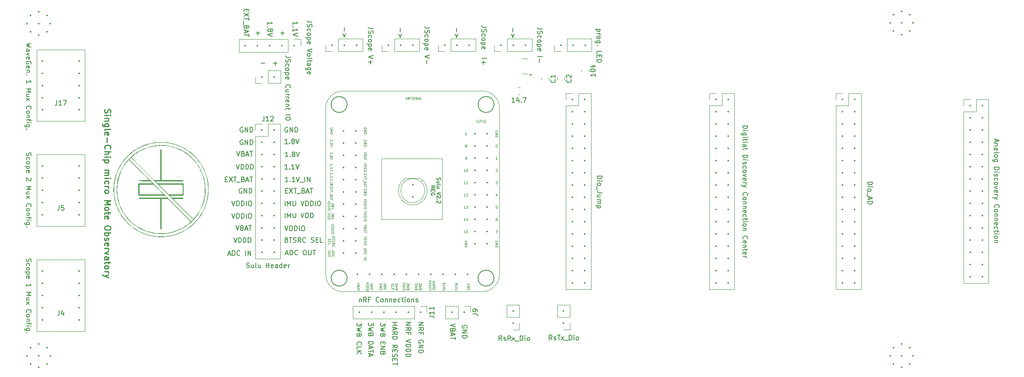
<source format=gbr>
%TF.GenerationSoftware,KiCad,Pcbnew,8.0.5*%
%TF.CreationDate,2025-02-05T22:29:23-08:00*%
%TF.ProjectId,Observatory,4f627365-7276-4617-946f-72792e6b6963,rev?*%
%TF.SameCoordinates,Original*%
%TF.FileFunction,Legend,Top*%
%TF.FilePolarity,Positive*%
%FSLAX46Y46*%
G04 Gerber Fmt 4.6, Leading zero omitted, Abs format (unit mm)*
G04 Created by KiCad (PCBNEW 8.0.5) date 2025-02-05 22:29:23*
%MOMM*%
%LPD*%
G01*
G04 APERTURE LIST*
%ADD10C,0.254000*%
%ADD11C,0.150000*%
%ADD12C,0.152400*%
%ADD13C,0.100000*%
%ADD14C,0.080000*%
%ADD15C,0.127000*%
%ADD16C,0.101600*%
%ADD17C,0.120000*%
%ADD18C,0.000000*%
%ADD19C,0.350000*%
G04 APERTURE END LIST*
D10*
X59129108Y-61709009D02*
X59068631Y-61890438D01*
X59068631Y-61890438D02*
X59068631Y-62192819D01*
X59068631Y-62192819D02*
X59129108Y-62313771D01*
X59129108Y-62313771D02*
X59189584Y-62374247D01*
X59189584Y-62374247D02*
X59310536Y-62434724D01*
X59310536Y-62434724D02*
X59431488Y-62434724D01*
X59431488Y-62434724D02*
X59552441Y-62374247D01*
X59552441Y-62374247D02*
X59612917Y-62313771D01*
X59612917Y-62313771D02*
X59673393Y-62192819D01*
X59673393Y-62192819D02*
X59733869Y-61950914D01*
X59733869Y-61950914D02*
X59794346Y-61829962D01*
X59794346Y-61829962D02*
X59854822Y-61769485D01*
X59854822Y-61769485D02*
X59975774Y-61709009D01*
X59975774Y-61709009D02*
X60096727Y-61709009D01*
X60096727Y-61709009D02*
X60217679Y-61769485D01*
X60217679Y-61769485D02*
X60278155Y-61829962D01*
X60278155Y-61829962D02*
X60338631Y-61950914D01*
X60338631Y-61950914D02*
X60338631Y-62253295D01*
X60338631Y-62253295D02*
X60278155Y-62434724D01*
X59068631Y-62979009D02*
X59915298Y-62979009D01*
X60338631Y-62979009D02*
X60278155Y-62918533D01*
X60278155Y-62918533D02*
X60217679Y-62979009D01*
X60217679Y-62979009D02*
X60278155Y-63039486D01*
X60278155Y-63039486D02*
X60338631Y-62979009D01*
X60338631Y-62979009D02*
X60217679Y-62979009D01*
X59915298Y-63583771D02*
X59068631Y-63583771D01*
X59794346Y-63583771D02*
X59854822Y-63644248D01*
X59854822Y-63644248D02*
X59915298Y-63765200D01*
X59915298Y-63765200D02*
X59915298Y-63946629D01*
X59915298Y-63946629D02*
X59854822Y-64067581D01*
X59854822Y-64067581D02*
X59733869Y-64128057D01*
X59733869Y-64128057D02*
X59068631Y-64128057D01*
X59915298Y-65277105D02*
X58887203Y-65277105D01*
X58887203Y-65277105D02*
X58766250Y-65216629D01*
X58766250Y-65216629D02*
X58705774Y-65156153D01*
X58705774Y-65156153D02*
X58645298Y-65035200D01*
X58645298Y-65035200D02*
X58645298Y-64853772D01*
X58645298Y-64853772D02*
X58705774Y-64732819D01*
X59129108Y-65277105D02*
X59068631Y-65156153D01*
X59068631Y-65156153D02*
X59068631Y-64914248D01*
X59068631Y-64914248D02*
X59129108Y-64793296D01*
X59129108Y-64793296D02*
X59189584Y-64732819D01*
X59189584Y-64732819D02*
X59310536Y-64672343D01*
X59310536Y-64672343D02*
X59673393Y-64672343D01*
X59673393Y-64672343D02*
X59794346Y-64732819D01*
X59794346Y-64732819D02*
X59854822Y-64793296D01*
X59854822Y-64793296D02*
X59915298Y-64914248D01*
X59915298Y-64914248D02*
X59915298Y-65156153D01*
X59915298Y-65156153D02*
X59854822Y-65277105D01*
X59068631Y-66063296D02*
X59129108Y-65942344D01*
X59129108Y-65942344D02*
X59250060Y-65881867D01*
X59250060Y-65881867D02*
X60338631Y-65881867D01*
X59129108Y-67030915D02*
X59068631Y-66909963D01*
X59068631Y-66909963D02*
X59068631Y-66668058D01*
X59068631Y-66668058D02*
X59129108Y-66547105D01*
X59129108Y-66547105D02*
X59250060Y-66486629D01*
X59250060Y-66486629D02*
X59733869Y-66486629D01*
X59733869Y-66486629D02*
X59854822Y-66547105D01*
X59854822Y-66547105D02*
X59915298Y-66668058D01*
X59915298Y-66668058D02*
X59915298Y-66909963D01*
X59915298Y-66909963D02*
X59854822Y-67030915D01*
X59854822Y-67030915D02*
X59733869Y-67091391D01*
X59733869Y-67091391D02*
X59612917Y-67091391D01*
X59612917Y-67091391D02*
X59491965Y-66486629D01*
X59552441Y-67635676D02*
X59552441Y-68603296D01*
X59189584Y-69933772D02*
X59129108Y-69873296D01*
X59129108Y-69873296D02*
X59068631Y-69691867D01*
X59068631Y-69691867D02*
X59068631Y-69570915D01*
X59068631Y-69570915D02*
X59129108Y-69389486D01*
X59129108Y-69389486D02*
X59250060Y-69268534D01*
X59250060Y-69268534D02*
X59371012Y-69208057D01*
X59371012Y-69208057D02*
X59612917Y-69147581D01*
X59612917Y-69147581D02*
X59794346Y-69147581D01*
X59794346Y-69147581D02*
X60036250Y-69208057D01*
X60036250Y-69208057D02*
X60157203Y-69268534D01*
X60157203Y-69268534D02*
X60278155Y-69389486D01*
X60278155Y-69389486D02*
X60338631Y-69570915D01*
X60338631Y-69570915D02*
X60338631Y-69691867D01*
X60338631Y-69691867D02*
X60278155Y-69873296D01*
X60278155Y-69873296D02*
X60217679Y-69933772D01*
X59068631Y-70478057D02*
X60338631Y-70478057D01*
X59068631Y-71022343D02*
X59733869Y-71022343D01*
X59733869Y-71022343D02*
X59854822Y-70961867D01*
X59854822Y-70961867D02*
X59915298Y-70840915D01*
X59915298Y-70840915D02*
X59915298Y-70659486D01*
X59915298Y-70659486D02*
X59854822Y-70538534D01*
X59854822Y-70538534D02*
X59794346Y-70478057D01*
X59068631Y-71627105D02*
X59915298Y-71627105D01*
X60338631Y-71627105D02*
X60278155Y-71566629D01*
X60278155Y-71566629D02*
X60217679Y-71627105D01*
X60217679Y-71627105D02*
X60278155Y-71687582D01*
X60278155Y-71687582D02*
X60338631Y-71627105D01*
X60338631Y-71627105D02*
X60217679Y-71627105D01*
X59915298Y-72231867D02*
X58645298Y-72231867D01*
X59854822Y-72231867D02*
X59915298Y-72352820D01*
X59915298Y-72352820D02*
X59915298Y-72594725D01*
X59915298Y-72594725D02*
X59854822Y-72715677D01*
X59854822Y-72715677D02*
X59794346Y-72776153D01*
X59794346Y-72776153D02*
X59673393Y-72836629D01*
X59673393Y-72836629D02*
X59310536Y-72836629D01*
X59310536Y-72836629D02*
X59189584Y-72776153D01*
X59189584Y-72776153D02*
X59129108Y-72715677D01*
X59129108Y-72715677D02*
X59068631Y-72594725D01*
X59068631Y-72594725D02*
X59068631Y-72352820D01*
X59068631Y-72352820D02*
X59129108Y-72231867D01*
X59068631Y-74348534D02*
X59915298Y-74348534D01*
X59794346Y-74348534D02*
X59854822Y-74409011D01*
X59854822Y-74409011D02*
X59915298Y-74529963D01*
X59915298Y-74529963D02*
X59915298Y-74711392D01*
X59915298Y-74711392D02*
X59854822Y-74832344D01*
X59854822Y-74832344D02*
X59733869Y-74892820D01*
X59733869Y-74892820D02*
X59068631Y-74892820D01*
X59733869Y-74892820D02*
X59854822Y-74953296D01*
X59854822Y-74953296D02*
X59915298Y-75074249D01*
X59915298Y-75074249D02*
X59915298Y-75255677D01*
X59915298Y-75255677D02*
X59854822Y-75376630D01*
X59854822Y-75376630D02*
X59733869Y-75437106D01*
X59733869Y-75437106D02*
X59068631Y-75437106D01*
X59068631Y-76041867D02*
X59915298Y-76041867D01*
X60338631Y-76041867D02*
X60278155Y-75981391D01*
X60278155Y-75981391D02*
X60217679Y-76041867D01*
X60217679Y-76041867D02*
X60278155Y-76102344D01*
X60278155Y-76102344D02*
X60338631Y-76041867D01*
X60338631Y-76041867D02*
X60217679Y-76041867D01*
X59129108Y-77190915D02*
X59068631Y-77069963D01*
X59068631Y-77069963D02*
X59068631Y-76828058D01*
X59068631Y-76828058D02*
X59129108Y-76707106D01*
X59129108Y-76707106D02*
X59189584Y-76646629D01*
X59189584Y-76646629D02*
X59310536Y-76586153D01*
X59310536Y-76586153D02*
X59673393Y-76586153D01*
X59673393Y-76586153D02*
X59794346Y-76646629D01*
X59794346Y-76646629D02*
X59854822Y-76707106D01*
X59854822Y-76707106D02*
X59915298Y-76828058D01*
X59915298Y-76828058D02*
X59915298Y-77069963D01*
X59915298Y-77069963D02*
X59854822Y-77190915D01*
X59068631Y-77735200D02*
X59915298Y-77735200D01*
X59673393Y-77735200D02*
X59794346Y-77795677D01*
X59794346Y-77795677D02*
X59854822Y-77856153D01*
X59854822Y-77856153D02*
X59915298Y-77977105D01*
X59915298Y-77977105D02*
X59915298Y-78098058D01*
X59068631Y-78702819D02*
X59129108Y-78581867D01*
X59129108Y-78581867D02*
X59189584Y-78521390D01*
X59189584Y-78521390D02*
X59310536Y-78460914D01*
X59310536Y-78460914D02*
X59673393Y-78460914D01*
X59673393Y-78460914D02*
X59794346Y-78521390D01*
X59794346Y-78521390D02*
X59854822Y-78581867D01*
X59854822Y-78581867D02*
X59915298Y-78702819D01*
X59915298Y-78702819D02*
X59915298Y-78884248D01*
X59915298Y-78884248D02*
X59854822Y-79005200D01*
X59854822Y-79005200D02*
X59794346Y-79065676D01*
X59794346Y-79065676D02*
X59673393Y-79126152D01*
X59673393Y-79126152D02*
X59310536Y-79126152D01*
X59310536Y-79126152D02*
X59189584Y-79065676D01*
X59189584Y-79065676D02*
X59129108Y-79005200D01*
X59129108Y-79005200D02*
X59068631Y-78884248D01*
X59068631Y-78884248D02*
X59068631Y-78702819D01*
X59068631Y-80638057D02*
X60338631Y-80638057D01*
X60338631Y-80638057D02*
X59431488Y-81061391D01*
X59431488Y-81061391D02*
X60338631Y-81484724D01*
X60338631Y-81484724D02*
X59068631Y-81484724D01*
X59068631Y-82270915D02*
X59129108Y-82149963D01*
X59129108Y-82149963D02*
X59189584Y-82089486D01*
X59189584Y-82089486D02*
X59310536Y-82029010D01*
X59310536Y-82029010D02*
X59673393Y-82029010D01*
X59673393Y-82029010D02*
X59794346Y-82089486D01*
X59794346Y-82089486D02*
X59854822Y-82149963D01*
X59854822Y-82149963D02*
X59915298Y-82270915D01*
X59915298Y-82270915D02*
X59915298Y-82452344D01*
X59915298Y-82452344D02*
X59854822Y-82573296D01*
X59854822Y-82573296D02*
X59794346Y-82633772D01*
X59794346Y-82633772D02*
X59673393Y-82694248D01*
X59673393Y-82694248D02*
X59310536Y-82694248D01*
X59310536Y-82694248D02*
X59189584Y-82633772D01*
X59189584Y-82633772D02*
X59129108Y-82573296D01*
X59129108Y-82573296D02*
X59068631Y-82452344D01*
X59068631Y-82452344D02*
X59068631Y-82270915D01*
X59915298Y-83057106D02*
X59915298Y-83540915D01*
X60338631Y-83238534D02*
X59250060Y-83238534D01*
X59250060Y-83238534D02*
X59129108Y-83299011D01*
X59129108Y-83299011D02*
X59068631Y-83419963D01*
X59068631Y-83419963D02*
X59068631Y-83540915D01*
X59129108Y-84448058D02*
X59068631Y-84327106D01*
X59068631Y-84327106D02*
X59068631Y-84085201D01*
X59068631Y-84085201D02*
X59129108Y-83964248D01*
X59129108Y-83964248D02*
X59250060Y-83903772D01*
X59250060Y-83903772D02*
X59733869Y-83903772D01*
X59733869Y-83903772D02*
X59854822Y-83964248D01*
X59854822Y-83964248D02*
X59915298Y-84085201D01*
X59915298Y-84085201D02*
X59915298Y-84327106D01*
X59915298Y-84327106D02*
X59854822Y-84448058D01*
X59854822Y-84448058D02*
X59733869Y-84508534D01*
X59733869Y-84508534D02*
X59612917Y-84508534D01*
X59612917Y-84508534D02*
X59491965Y-83903772D01*
X60338631Y-86262343D02*
X60338631Y-86504248D01*
X60338631Y-86504248D02*
X60278155Y-86625200D01*
X60278155Y-86625200D02*
X60157203Y-86746153D01*
X60157203Y-86746153D02*
X59915298Y-86806629D01*
X59915298Y-86806629D02*
X59491965Y-86806629D01*
X59491965Y-86806629D02*
X59250060Y-86746153D01*
X59250060Y-86746153D02*
X59129108Y-86625200D01*
X59129108Y-86625200D02*
X59068631Y-86504248D01*
X59068631Y-86504248D02*
X59068631Y-86262343D01*
X59068631Y-86262343D02*
X59129108Y-86141391D01*
X59129108Y-86141391D02*
X59250060Y-86020438D01*
X59250060Y-86020438D02*
X59491965Y-85959962D01*
X59491965Y-85959962D02*
X59915298Y-85959962D01*
X59915298Y-85959962D02*
X60157203Y-86020438D01*
X60157203Y-86020438D02*
X60278155Y-86141391D01*
X60278155Y-86141391D02*
X60338631Y-86262343D01*
X59068631Y-87350914D02*
X60338631Y-87350914D01*
X59854822Y-87350914D02*
X59915298Y-87471867D01*
X59915298Y-87471867D02*
X59915298Y-87713772D01*
X59915298Y-87713772D02*
X59854822Y-87834724D01*
X59854822Y-87834724D02*
X59794346Y-87895200D01*
X59794346Y-87895200D02*
X59673393Y-87955676D01*
X59673393Y-87955676D02*
X59310536Y-87955676D01*
X59310536Y-87955676D02*
X59189584Y-87895200D01*
X59189584Y-87895200D02*
X59129108Y-87834724D01*
X59129108Y-87834724D02*
X59068631Y-87713772D01*
X59068631Y-87713772D02*
X59068631Y-87471867D01*
X59068631Y-87471867D02*
X59129108Y-87350914D01*
X59129108Y-88439486D02*
X59068631Y-88560439D01*
X59068631Y-88560439D02*
X59068631Y-88802343D01*
X59068631Y-88802343D02*
X59129108Y-88923296D01*
X59129108Y-88923296D02*
X59250060Y-88983772D01*
X59250060Y-88983772D02*
X59310536Y-88983772D01*
X59310536Y-88983772D02*
X59431488Y-88923296D01*
X59431488Y-88923296D02*
X59491965Y-88802343D01*
X59491965Y-88802343D02*
X59491965Y-88620915D01*
X59491965Y-88620915D02*
X59552441Y-88499962D01*
X59552441Y-88499962D02*
X59673393Y-88439486D01*
X59673393Y-88439486D02*
X59733869Y-88439486D01*
X59733869Y-88439486D02*
X59854822Y-88499962D01*
X59854822Y-88499962D02*
X59915298Y-88620915D01*
X59915298Y-88620915D02*
X59915298Y-88802343D01*
X59915298Y-88802343D02*
X59854822Y-88923296D01*
X59129108Y-90011867D02*
X59068631Y-89890915D01*
X59068631Y-89890915D02*
X59068631Y-89649010D01*
X59068631Y-89649010D02*
X59129108Y-89528057D01*
X59129108Y-89528057D02*
X59250060Y-89467581D01*
X59250060Y-89467581D02*
X59733869Y-89467581D01*
X59733869Y-89467581D02*
X59854822Y-89528057D01*
X59854822Y-89528057D02*
X59915298Y-89649010D01*
X59915298Y-89649010D02*
X59915298Y-89890915D01*
X59915298Y-89890915D02*
X59854822Y-90011867D01*
X59854822Y-90011867D02*
X59733869Y-90072343D01*
X59733869Y-90072343D02*
X59612917Y-90072343D01*
X59612917Y-90072343D02*
X59491965Y-89467581D01*
X59068631Y-90616628D02*
X59915298Y-90616628D01*
X59673393Y-90616628D02*
X59794346Y-90677105D01*
X59794346Y-90677105D02*
X59854822Y-90737581D01*
X59854822Y-90737581D02*
X59915298Y-90858533D01*
X59915298Y-90858533D02*
X59915298Y-90979486D01*
X59915298Y-91281866D02*
X59068631Y-91584247D01*
X59068631Y-91584247D02*
X59915298Y-91886628D01*
X59068631Y-92914723D02*
X59733869Y-92914723D01*
X59733869Y-92914723D02*
X59854822Y-92854247D01*
X59854822Y-92854247D02*
X59915298Y-92733295D01*
X59915298Y-92733295D02*
X59915298Y-92491390D01*
X59915298Y-92491390D02*
X59854822Y-92370437D01*
X59129108Y-92914723D02*
X59068631Y-92793771D01*
X59068631Y-92793771D02*
X59068631Y-92491390D01*
X59068631Y-92491390D02*
X59129108Y-92370437D01*
X59129108Y-92370437D02*
X59250060Y-92309961D01*
X59250060Y-92309961D02*
X59371012Y-92309961D01*
X59371012Y-92309961D02*
X59491965Y-92370437D01*
X59491965Y-92370437D02*
X59552441Y-92491390D01*
X59552441Y-92491390D02*
X59552441Y-92793771D01*
X59552441Y-92793771D02*
X59612917Y-92914723D01*
X59915298Y-93338057D02*
X59915298Y-93821866D01*
X60338631Y-93519485D02*
X59250060Y-93519485D01*
X59250060Y-93519485D02*
X59129108Y-93579962D01*
X59129108Y-93579962D02*
X59068631Y-93700914D01*
X59068631Y-93700914D02*
X59068631Y-93821866D01*
X59068631Y-94426628D02*
X59129108Y-94305676D01*
X59129108Y-94305676D02*
X59189584Y-94245199D01*
X59189584Y-94245199D02*
X59310536Y-94184723D01*
X59310536Y-94184723D02*
X59673393Y-94184723D01*
X59673393Y-94184723D02*
X59794346Y-94245199D01*
X59794346Y-94245199D02*
X59854822Y-94305676D01*
X59854822Y-94305676D02*
X59915298Y-94426628D01*
X59915298Y-94426628D02*
X59915298Y-94608057D01*
X59915298Y-94608057D02*
X59854822Y-94729009D01*
X59854822Y-94729009D02*
X59794346Y-94789485D01*
X59794346Y-94789485D02*
X59673393Y-94849961D01*
X59673393Y-94849961D02*
X59310536Y-94849961D01*
X59310536Y-94849961D02*
X59189584Y-94789485D01*
X59189584Y-94789485D02*
X59129108Y-94729009D01*
X59129108Y-94729009D02*
X59068631Y-94608057D01*
X59068631Y-94608057D02*
X59068631Y-94426628D01*
X59068631Y-95394247D02*
X59915298Y-95394247D01*
X59673393Y-95394247D02*
X59794346Y-95454724D01*
X59794346Y-95454724D02*
X59854822Y-95515200D01*
X59854822Y-95515200D02*
X59915298Y-95636152D01*
X59915298Y-95636152D02*
X59915298Y-95757105D01*
X59915298Y-96059485D02*
X59068631Y-96361866D01*
X59915298Y-96664247D02*
X59068631Y-96361866D01*
X59068631Y-96361866D02*
X58766250Y-96240914D01*
X58766250Y-96240914D02*
X58705774Y-96180437D01*
X58705774Y-96180437D02*
X58645298Y-96059485D01*
D11*
X118830180Y-106036779D02*
X119830180Y-106036779D01*
X119353990Y-106036779D02*
X119353990Y-106608207D01*
X118830180Y-106608207D02*
X119830180Y-106608207D01*
X119115895Y-107036779D02*
X119115895Y-107512969D01*
X118830180Y-106941541D02*
X119830180Y-107274874D01*
X119830180Y-107274874D02*
X118830180Y-107608207D01*
X118830180Y-108512969D02*
X119306371Y-108179636D01*
X118830180Y-107941541D02*
X119830180Y-107941541D01*
X119830180Y-107941541D02*
X119830180Y-108322493D01*
X119830180Y-108322493D02*
X119782561Y-108417731D01*
X119782561Y-108417731D02*
X119734942Y-108465350D01*
X119734942Y-108465350D02*
X119639704Y-108512969D01*
X119639704Y-108512969D02*
X119496847Y-108512969D01*
X119496847Y-108512969D02*
X119401609Y-108465350D01*
X119401609Y-108465350D02*
X119353990Y-108417731D01*
X119353990Y-108417731D02*
X119306371Y-108322493D01*
X119306371Y-108322493D02*
X119306371Y-107941541D01*
X118830180Y-108941541D02*
X119830180Y-108941541D01*
X119830180Y-108941541D02*
X119830180Y-109179636D01*
X119830180Y-109179636D02*
X119782561Y-109322493D01*
X119782561Y-109322493D02*
X119687323Y-109417731D01*
X119687323Y-109417731D02*
X119592085Y-109465350D01*
X119592085Y-109465350D02*
X119401609Y-109512969D01*
X119401609Y-109512969D02*
X119258752Y-109512969D01*
X119258752Y-109512969D02*
X119068276Y-109465350D01*
X119068276Y-109465350D02*
X118973038Y-109417731D01*
X118973038Y-109417731D02*
X118877800Y-109322493D01*
X118877800Y-109322493D02*
X118830180Y-109179636D01*
X118830180Y-109179636D02*
X118830180Y-108941541D01*
X118830180Y-111274874D02*
X119306371Y-110941541D01*
X118830180Y-110703446D02*
X119830180Y-110703446D01*
X119830180Y-110703446D02*
X119830180Y-111084398D01*
X119830180Y-111084398D02*
X119782561Y-111179636D01*
X119782561Y-111179636D02*
X119734942Y-111227255D01*
X119734942Y-111227255D02*
X119639704Y-111274874D01*
X119639704Y-111274874D02*
X119496847Y-111274874D01*
X119496847Y-111274874D02*
X119401609Y-111227255D01*
X119401609Y-111227255D02*
X119353990Y-111179636D01*
X119353990Y-111179636D02*
X119306371Y-111084398D01*
X119306371Y-111084398D02*
X119306371Y-110703446D01*
X119353990Y-111703446D02*
X119353990Y-112036779D01*
X118830180Y-112179636D02*
X118830180Y-111703446D01*
X118830180Y-111703446D02*
X119830180Y-111703446D01*
X119830180Y-111703446D02*
X119830180Y-112179636D01*
X118877800Y-112560589D02*
X118830180Y-112703446D01*
X118830180Y-112703446D02*
X118830180Y-112941541D01*
X118830180Y-112941541D02*
X118877800Y-113036779D01*
X118877800Y-113036779D02*
X118925419Y-113084398D01*
X118925419Y-113084398D02*
X119020657Y-113132017D01*
X119020657Y-113132017D02*
X119115895Y-113132017D01*
X119115895Y-113132017D02*
X119211133Y-113084398D01*
X119211133Y-113084398D02*
X119258752Y-113036779D01*
X119258752Y-113036779D02*
X119306371Y-112941541D01*
X119306371Y-112941541D02*
X119353990Y-112751065D01*
X119353990Y-112751065D02*
X119401609Y-112655827D01*
X119401609Y-112655827D02*
X119449228Y-112608208D01*
X119449228Y-112608208D02*
X119544466Y-112560589D01*
X119544466Y-112560589D02*
X119639704Y-112560589D01*
X119639704Y-112560589D02*
X119734942Y-112608208D01*
X119734942Y-112608208D02*
X119782561Y-112655827D01*
X119782561Y-112655827D02*
X119830180Y-112751065D01*
X119830180Y-112751065D02*
X119830180Y-112989160D01*
X119830180Y-112989160D02*
X119782561Y-113132017D01*
X119353990Y-113560589D02*
X119353990Y-113893922D01*
X118830180Y-114036779D02*
X118830180Y-113560589D01*
X118830180Y-113560589D02*
X119830180Y-113560589D01*
X119830180Y-113560589D02*
X119830180Y-114036779D01*
X119830180Y-114322494D02*
X119830180Y-114893922D01*
X118830180Y-114608208D02*
X119830180Y-114608208D01*
X117330180Y-106141541D02*
X117330180Y-106760588D01*
X117330180Y-106760588D02*
X116949228Y-106427255D01*
X116949228Y-106427255D02*
X116949228Y-106570112D01*
X116949228Y-106570112D02*
X116901609Y-106665350D01*
X116901609Y-106665350D02*
X116853990Y-106712969D01*
X116853990Y-106712969D02*
X116758752Y-106760588D01*
X116758752Y-106760588D02*
X116520657Y-106760588D01*
X116520657Y-106760588D02*
X116425419Y-106712969D01*
X116425419Y-106712969D02*
X116377800Y-106665350D01*
X116377800Y-106665350D02*
X116330180Y-106570112D01*
X116330180Y-106570112D02*
X116330180Y-106284398D01*
X116330180Y-106284398D02*
X116377800Y-106189160D01*
X116377800Y-106189160D02*
X116425419Y-106141541D01*
X117330180Y-107093922D02*
X116330180Y-107332017D01*
X116330180Y-107332017D02*
X117044466Y-107522493D01*
X117044466Y-107522493D02*
X116330180Y-107712969D01*
X116330180Y-107712969D02*
X117330180Y-107951065D01*
X116853990Y-108665350D02*
X116806371Y-108808207D01*
X116806371Y-108808207D02*
X116758752Y-108855826D01*
X116758752Y-108855826D02*
X116663514Y-108903445D01*
X116663514Y-108903445D02*
X116520657Y-108903445D01*
X116520657Y-108903445D02*
X116425419Y-108855826D01*
X116425419Y-108855826D02*
X116377800Y-108808207D01*
X116377800Y-108808207D02*
X116330180Y-108712969D01*
X116330180Y-108712969D02*
X116330180Y-108332017D01*
X116330180Y-108332017D02*
X117330180Y-108332017D01*
X117330180Y-108332017D02*
X117330180Y-108665350D01*
X117330180Y-108665350D02*
X117282561Y-108760588D01*
X117282561Y-108760588D02*
X117234942Y-108808207D01*
X117234942Y-108808207D02*
X117139704Y-108855826D01*
X117139704Y-108855826D02*
X117044466Y-108855826D01*
X117044466Y-108855826D02*
X116949228Y-108808207D01*
X116949228Y-108808207D02*
X116901609Y-108760588D01*
X116901609Y-108760588D02*
X116853990Y-108665350D01*
X116853990Y-108665350D02*
X116853990Y-108332017D01*
X116853990Y-110093922D02*
X116853990Y-110427255D01*
X116330180Y-110570112D02*
X116330180Y-110093922D01*
X116330180Y-110093922D02*
X117330180Y-110093922D01*
X117330180Y-110093922D02*
X117330180Y-110570112D01*
X116330180Y-110998684D02*
X117330180Y-110998684D01*
X117330180Y-110998684D02*
X116330180Y-111570112D01*
X116330180Y-111570112D02*
X117330180Y-111570112D01*
X116853990Y-112379636D02*
X116806371Y-112522493D01*
X116806371Y-112522493D02*
X116758752Y-112570112D01*
X116758752Y-112570112D02*
X116663514Y-112617731D01*
X116663514Y-112617731D02*
X116520657Y-112617731D01*
X116520657Y-112617731D02*
X116425419Y-112570112D01*
X116425419Y-112570112D02*
X116377800Y-112522493D01*
X116377800Y-112522493D02*
X116330180Y-112427255D01*
X116330180Y-112427255D02*
X116330180Y-112046303D01*
X116330180Y-112046303D02*
X117330180Y-112046303D01*
X117330180Y-112046303D02*
X117330180Y-112379636D01*
X117330180Y-112379636D02*
X117282561Y-112474874D01*
X117282561Y-112474874D02*
X117234942Y-112522493D01*
X117234942Y-112522493D02*
X117139704Y-112570112D01*
X117139704Y-112570112D02*
X117044466Y-112570112D01*
X117044466Y-112570112D02*
X116949228Y-112522493D01*
X116949228Y-112522493D02*
X116901609Y-112474874D01*
X116901609Y-112474874D02*
X116853990Y-112379636D01*
X116853990Y-112379636D02*
X116853990Y-112046303D01*
D12*
X94138358Y-52188741D02*
X94900263Y-52188741D01*
X94519310Y-52569694D02*
X94519310Y-51807789D01*
D11*
X97160588Y-71569819D02*
X96589160Y-71569819D01*
X96874874Y-71569819D02*
X96874874Y-70569819D01*
X96874874Y-70569819D02*
X96779636Y-70712676D01*
X96779636Y-70712676D02*
X96684398Y-70807914D01*
X96684398Y-70807914D02*
X96589160Y-70855533D01*
X97589160Y-71474580D02*
X97636779Y-71522200D01*
X97636779Y-71522200D02*
X97589160Y-71569819D01*
X97589160Y-71569819D02*
X97541541Y-71522200D01*
X97541541Y-71522200D02*
X97589160Y-71474580D01*
X97589160Y-71474580D02*
X97589160Y-71569819D01*
X98208207Y-70998390D02*
X98112969Y-70950771D01*
X98112969Y-70950771D02*
X98065350Y-70903152D01*
X98065350Y-70903152D02*
X98017731Y-70807914D01*
X98017731Y-70807914D02*
X98017731Y-70760295D01*
X98017731Y-70760295D02*
X98065350Y-70665057D01*
X98065350Y-70665057D02*
X98112969Y-70617438D01*
X98112969Y-70617438D02*
X98208207Y-70569819D01*
X98208207Y-70569819D02*
X98398683Y-70569819D01*
X98398683Y-70569819D02*
X98493921Y-70617438D01*
X98493921Y-70617438D02*
X98541540Y-70665057D01*
X98541540Y-70665057D02*
X98589159Y-70760295D01*
X98589159Y-70760295D02*
X98589159Y-70807914D01*
X98589159Y-70807914D02*
X98541540Y-70903152D01*
X98541540Y-70903152D02*
X98493921Y-70950771D01*
X98493921Y-70950771D02*
X98398683Y-70998390D01*
X98398683Y-70998390D02*
X98208207Y-70998390D01*
X98208207Y-70998390D02*
X98112969Y-71046009D01*
X98112969Y-71046009D02*
X98065350Y-71093628D01*
X98065350Y-71093628D02*
X98017731Y-71188866D01*
X98017731Y-71188866D02*
X98017731Y-71379342D01*
X98017731Y-71379342D02*
X98065350Y-71474580D01*
X98065350Y-71474580D02*
X98112969Y-71522200D01*
X98112969Y-71522200D02*
X98208207Y-71569819D01*
X98208207Y-71569819D02*
X98398683Y-71569819D01*
X98398683Y-71569819D02*
X98493921Y-71522200D01*
X98493921Y-71522200D02*
X98541540Y-71474580D01*
X98541540Y-71474580D02*
X98589159Y-71379342D01*
X98589159Y-71379342D02*
X98589159Y-71188866D01*
X98589159Y-71188866D02*
X98541540Y-71093628D01*
X98541540Y-71093628D02*
X98493921Y-71046009D01*
X98493921Y-71046009D02*
X98398683Y-70998390D01*
X98874874Y-70569819D02*
X99208207Y-71569819D01*
X99208207Y-71569819D02*
X99541540Y-70569819D01*
X134282561Y-107160588D02*
X134330180Y-107065350D01*
X134330180Y-107065350D02*
X134330180Y-106922493D01*
X134330180Y-106922493D02*
X134282561Y-106779636D01*
X134282561Y-106779636D02*
X134187323Y-106684398D01*
X134187323Y-106684398D02*
X134092085Y-106636779D01*
X134092085Y-106636779D02*
X133901609Y-106589160D01*
X133901609Y-106589160D02*
X133758752Y-106589160D01*
X133758752Y-106589160D02*
X133568276Y-106636779D01*
X133568276Y-106636779D02*
X133473038Y-106684398D01*
X133473038Y-106684398D02*
X133377800Y-106779636D01*
X133377800Y-106779636D02*
X133330180Y-106922493D01*
X133330180Y-106922493D02*
X133330180Y-107017731D01*
X133330180Y-107017731D02*
X133377800Y-107160588D01*
X133377800Y-107160588D02*
X133425419Y-107208207D01*
X133425419Y-107208207D02*
X133758752Y-107208207D01*
X133758752Y-107208207D02*
X133758752Y-107017731D01*
X133330180Y-107636779D02*
X134330180Y-107636779D01*
X134330180Y-107636779D02*
X133330180Y-108208207D01*
X133330180Y-108208207D02*
X134330180Y-108208207D01*
X133330180Y-108684398D02*
X134330180Y-108684398D01*
X134330180Y-108684398D02*
X134330180Y-108922493D01*
X134330180Y-108922493D02*
X134282561Y-109065350D01*
X134282561Y-109065350D02*
X134187323Y-109160588D01*
X134187323Y-109160588D02*
X134092085Y-109208207D01*
X134092085Y-109208207D02*
X133901609Y-109255826D01*
X133901609Y-109255826D02*
X133758752Y-109255826D01*
X133758752Y-109255826D02*
X133568276Y-109208207D01*
X133568276Y-109208207D02*
X133473038Y-109160588D01*
X133473038Y-109160588D02*
X133377800Y-109065350D01*
X133377800Y-109065350D02*
X133330180Y-108922493D01*
X133330180Y-108922493D02*
X133330180Y-108684398D01*
X86293922Y-85869819D02*
X86627255Y-86869819D01*
X86627255Y-86869819D02*
X86960588Y-85869819D01*
X87627255Y-86346009D02*
X87770112Y-86393628D01*
X87770112Y-86393628D02*
X87817731Y-86441247D01*
X87817731Y-86441247D02*
X87865350Y-86536485D01*
X87865350Y-86536485D02*
X87865350Y-86679342D01*
X87865350Y-86679342D02*
X87817731Y-86774580D01*
X87817731Y-86774580D02*
X87770112Y-86822200D01*
X87770112Y-86822200D02*
X87674874Y-86869819D01*
X87674874Y-86869819D02*
X87293922Y-86869819D01*
X87293922Y-86869819D02*
X87293922Y-85869819D01*
X87293922Y-85869819D02*
X87627255Y-85869819D01*
X87627255Y-85869819D02*
X87722493Y-85917438D01*
X87722493Y-85917438D02*
X87770112Y-85965057D01*
X87770112Y-85965057D02*
X87817731Y-86060295D01*
X87817731Y-86060295D02*
X87817731Y-86155533D01*
X87817731Y-86155533D02*
X87770112Y-86250771D01*
X87770112Y-86250771D02*
X87722493Y-86298390D01*
X87722493Y-86298390D02*
X87627255Y-86346009D01*
X87627255Y-86346009D02*
X87293922Y-86346009D01*
X88246303Y-86584104D02*
X88722493Y-86584104D01*
X88151065Y-86869819D02*
X88484398Y-85869819D01*
X88484398Y-85869819D02*
X88817731Y-86869819D01*
X89008208Y-85869819D02*
X89579636Y-85869819D01*
X89293922Y-86869819D02*
X89293922Y-85869819D01*
X84136779Y-76246009D02*
X84470112Y-76246009D01*
X84612969Y-76769819D02*
X84136779Y-76769819D01*
X84136779Y-76769819D02*
X84136779Y-75769819D01*
X84136779Y-75769819D02*
X84612969Y-75769819D01*
X84946303Y-75769819D02*
X85612969Y-76769819D01*
X85612969Y-75769819D02*
X84946303Y-76769819D01*
X85851065Y-75769819D02*
X86422493Y-75769819D01*
X86136779Y-76769819D02*
X86136779Y-75769819D01*
X86517732Y-76865057D02*
X87279636Y-76865057D01*
X87851065Y-76246009D02*
X87993922Y-76293628D01*
X87993922Y-76293628D02*
X88041541Y-76341247D01*
X88041541Y-76341247D02*
X88089160Y-76436485D01*
X88089160Y-76436485D02*
X88089160Y-76579342D01*
X88089160Y-76579342D02*
X88041541Y-76674580D01*
X88041541Y-76674580D02*
X87993922Y-76722200D01*
X87993922Y-76722200D02*
X87898684Y-76769819D01*
X87898684Y-76769819D02*
X87517732Y-76769819D01*
X87517732Y-76769819D02*
X87517732Y-75769819D01*
X87517732Y-75769819D02*
X87851065Y-75769819D01*
X87851065Y-75769819D02*
X87946303Y-75817438D01*
X87946303Y-75817438D02*
X87993922Y-75865057D01*
X87993922Y-75865057D02*
X88041541Y-75960295D01*
X88041541Y-75960295D02*
X88041541Y-76055533D01*
X88041541Y-76055533D02*
X87993922Y-76150771D01*
X87993922Y-76150771D02*
X87946303Y-76198390D01*
X87946303Y-76198390D02*
X87851065Y-76246009D01*
X87851065Y-76246009D02*
X87517732Y-76246009D01*
X88470113Y-76484104D02*
X88946303Y-76484104D01*
X88374875Y-76769819D02*
X88708208Y-75769819D01*
X88708208Y-75769819D02*
X89041541Y-76769819D01*
X89232018Y-75769819D02*
X89803446Y-75769819D01*
X89517732Y-76769819D02*
X89517732Y-75769819D01*
X87760588Y-65517438D02*
X87665350Y-65469819D01*
X87665350Y-65469819D02*
X87522493Y-65469819D01*
X87522493Y-65469819D02*
X87379636Y-65517438D01*
X87379636Y-65517438D02*
X87284398Y-65612676D01*
X87284398Y-65612676D02*
X87236779Y-65707914D01*
X87236779Y-65707914D02*
X87189160Y-65898390D01*
X87189160Y-65898390D02*
X87189160Y-66041247D01*
X87189160Y-66041247D02*
X87236779Y-66231723D01*
X87236779Y-66231723D02*
X87284398Y-66326961D01*
X87284398Y-66326961D02*
X87379636Y-66422200D01*
X87379636Y-66422200D02*
X87522493Y-66469819D01*
X87522493Y-66469819D02*
X87617731Y-66469819D01*
X87617731Y-66469819D02*
X87760588Y-66422200D01*
X87760588Y-66422200D02*
X87808207Y-66374580D01*
X87808207Y-66374580D02*
X87808207Y-66041247D01*
X87808207Y-66041247D02*
X87617731Y-66041247D01*
X88236779Y-66469819D02*
X88236779Y-65469819D01*
X88236779Y-65469819D02*
X88808207Y-66469819D01*
X88808207Y-66469819D02*
X88808207Y-65469819D01*
X89284398Y-66469819D02*
X89284398Y-65469819D01*
X89284398Y-65469819D02*
X89522493Y-65469819D01*
X89522493Y-65469819D02*
X89665350Y-65517438D01*
X89665350Y-65517438D02*
X89760588Y-65612676D01*
X89760588Y-65612676D02*
X89808207Y-65707914D01*
X89808207Y-65707914D02*
X89855826Y-65898390D01*
X89855826Y-65898390D02*
X89855826Y-66041247D01*
X89855826Y-66041247D02*
X89808207Y-66231723D01*
X89808207Y-66231723D02*
X89760588Y-66326961D01*
X89760588Y-66326961D02*
X89665350Y-66422200D01*
X89665350Y-66422200D02*
X89522493Y-66469819D01*
X89522493Y-66469819D02*
X89284398Y-66469819D01*
X143811133Y-44836779D02*
X143811133Y-45598684D01*
X144096847Y-46074874D02*
X143811133Y-46836779D01*
X143811133Y-46836779D02*
X143525419Y-46074874D01*
X86393922Y-73169819D02*
X86727255Y-74169819D01*
X86727255Y-74169819D02*
X87060588Y-73169819D01*
X87393922Y-74169819D02*
X87393922Y-73169819D01*
X87393922Y-73169819D02*
X87632017Y-73169819D01*
X87632017Y-73169819D02*
X87774874Y-73217438D01*
X87774874Y-73217438D02*
X87870112Y-73312676D01*
X87870112Y-73312676D02*
X87917731Y-73407914D01*
X87917731Y-73407914D02*
X87965350Y-73598390D01*
X87965350Y-73598390D02*
X87965350Y-73741247D01*
X87965350Y-73741247D02*
X87917731Y-73931723D01*
X87917731Y-73931723D02*
X87870112Y-74026961D01*
X87870112Y-74026961D02*
X87774874Y-74122200D01*
X87774874Y-74122200D02*
X87632017Y-74169819D01*
X87632017Y-74169819D02*
X87393922Y-74169819D01*
X88393922Y-74169819D02*
X88393922Y-73169819D01*
X88393922Y-73169819D02*
X88632017Y-73169819D01*
X88632017Y-73169819D02*
X88774874Y-73217438D01*
X88774874Y-73217438D02*
X88870112Y-73312676D01*
X88870112Y-73312676D02*
X88917731Y-73407914D01*
X88917731Y-73407914D02*
X88965350Y-73598390D01*
X88965350Y-73598390D02*
X88965350Y-73741247D01*
X88965350Y-73741247D02*
X88917731Y-73931723D01*
X88917731Y-73931723D02*
X88870112Y-74026961D01*
X88870112Y-74026961D02*
X88774874Y-74122200D01*
X88774874Y-74122200D02*
X88632017Y-74169819D01*
X88632017Y-74169819D02*
X88393922Y-74169819D01*
X89393922Y-74169819D02*
X89393922Y-73169819D01*
X89393922Y-73169819D02*
X89632017Y-73169819D01*
X89632017Y-73169819D02*
X89774874Y-73217438D01*
X89774874Y-73217438D02*
X89870112Y-73312676D01*
X89870112Y-73312676D02*
X89917731Y-73407914D01*
X89917731Y-73407914D02*
X89965350Y-73598390D01*
X89965350Y-73598390D02*
X89965350Y-73741247D01*
X89965350Y-73741247D02*
X89917731Y-73931723D01*
X89917731Y-73931723D02*
X89870112Y-74026961D01*
X89870112Y-74026961D02*
X89774874Y-74122200D01*
X89774874Y-74122200D02*
X89632017Y-74169819D01*
X89632017Y-74169819D02*
X89393922Y-74169819D01*
X131830180Y-106293922D02*
X130830180Y-106627255D01*
X130830180Y-106627255D02*
X131830180Y-106960588D01*
X131353990Y-107627255D02*
X131306371Y-107770112D01*
X131306371Y-107770112D02*
X131258752Y-107817731D01*
X131258752Y-107817731D02*
X131163514Y-107865350D01*
X131163514Y-107865350D02*
X131020657Y-107865350D01*
X131020657Y-107865350D02*
X130925419Y-107817731D01*
X130925419Y-107817731D02*
X130877800Y-107770112D01*
X130877800Y-107770112D02*
X130830180Y-107674874D01*
X130830180Y-107674874D02*
X130830180Y-107293922D01*
X130830180Y-107293922D02*
X131830180Y-107293922D01*
X131830180Y-107293922D02*
X131830180Y-107627255D01*
X131830180Y-107627255D02*
X131782561Y-107722493D01*
X131782561Y-107722493D02*
X131734942Y-107770112D01*
X131734942Y-107770112D02*
X131639704Y-107817731D01*
X131639704Y-107817731D02*
X131544466Y-107817731D01*
X131544466Y-107817731D02*
X131449228Y-107770112D01*
X131449228Y-107770112D02*
X131401609Y-107722493D01*
X131401609Y-107722493D02*
X131353990Y-107627255D01*
X131353990Y-107627255D02*
X131353990Y-107293922D01*
X131115895Y-108246303D02*
X131115895Y-108722493D01*
X130830180Y-108151065D02*
X131830180Y-108484398D01*
X131830180Y-108484398D02*
X130830180Y-108817731D01*
X131830180Y-109008208D02*
X131830180Y-109579636D01*
X130830180Y-109293922D02*
X131830180Y-109293922D01*
X96493922Y-85969819D02*
X96827255Y-86969819D01*
X96827255Y-86969819D02*
X97160588Y-85969819D01*
X97493922Y-86969819D02*
X97493922Y-85969819D01*
X97493922Y-85969819D02*
X97732017Y-85969819D01*
X97732017Y-85969819D02*
X97874874Y-86017438D01*
X97874874Y-86017438D02*
X97970112Y-86112676D01*
X97970112Y-86112676D02*
X98017731Y-86207914D01*
X98017731Y-86207914D02*
X98065350Y-86398390D01*
X98065350Y-86398390D02*
X98065350Y-86541247D01*
X98065350Y-86541247D02*
X98017731Y-86731723D01*
X98017731Y-86731723D02*
X97970112Y-86826961D01*
X97970112Y-86826961D02*
X97874874Y-86922200D01*
X97874874Y-86922200D02*
X97732017Y-86969819D01*
X97732017Y-86969819D02*
X97493922Y-86969819D01*
X98493922Y-86969819D02*
X98493922Y-85969819D01*
X98493922Y-85969819D02*
X98732017Y-85969819D01*
X98732017Y-85969819D02*
X98874874Y-86017438D01*
X98874874Y-86017438D02*
X98970112Y-86112676D01*
X98970112Y-86112676D02*
X99017731Y-86207914D01*
X99017731Y-86207914D02*
X99065350Y-86398390D01*
X99065350Y-86398390D02*
X99065350Y-86541247D01*
X99065350Y-86541247D02*
X99017731Y-86731723D01*
X99017731Y-86731723D02*
X98970112Y-86826961D01*
X98970112Y-86826961D02*
X98874874Y-86922200D01*
X98874874Y-86922200D02*
X98732017Y-86969819D01*
X98732017Y-86969819D02*
X98493922Y-86969819D01*
X99493922Y-86969819D02*
X99493922Y-85969819D01*
X100160588Y-85969819D02*
X100351064Y-85969819D01*
X100351064Y-85969819D02*
X100446302Y-86017438D01*
X100446302Y-86017438D02*
X100541540Y-86112676D01*
X100541540Y-86112676D02*
X100589159Y-86303152D01*
X100589159Y-86303152D02*
X100589159Y-86636485D01*
X100589159Y-86636485D02*
X100541540Y-86826961D01*
X100541540Y-86826961D02*
X100446302Y-86922200D01*
X100446302Y-86922200D02*
X100351064Y-86969819D01*
X100351064Y-86969819D02*
X100160588Y-86969819D01*
X100160588Y-86969819D02*
X100065350Y-86922200D01*
X100065350Y-86922200D02*
X99970112Y-86826961D01*
X99970112Y-86826961D02*
X99922493Y-86636485D01*
X99922493Y-86636485D02*
X99922493Y-86303152D01*
X99922493Y-86303152D02*
X99970112Y-86112676D01*
X99970112Y-86112676D02*
X100065350Y-86017438D01*
X100065350Y-86017438D02*
X100160588Y-85969819D01*
X96536779Y-81769819D02*
X96536779Y-80769819D01*
X97012969Y-81769819D02*
X97012969Y-80769819D01*
X97012969Y-80769819D02*
X97346302Y-81484104D01*
X97346302Y-81484104D02*
X97679635Y-80769819D01*
X97679635Y-80769819D02*
X97679635Y-81769819D01*
X98155826Y-80769819D02*
X98155826Y-81579342D01*
X98155826Y-81579342D02*
X98203445Y-81674580D01*
X98203445Y-81674580D02*
X98251064Y-81722200D01*
X98251064Y-81722200D02*
X98346302Y-81769819D01*
X98346302Y-81769819D02*
X98536778Y-81769819D01*
X98536778Y-81769819D02*
X98632016Y-81722200D01*
X98632016Y-81722200D02*
X98679635Y-81674580D01*
X98679635Y-81674580D02*
X98727254Y-81579342D01*
X98727254Y-81579342D02*
X98727254Y-80769819D01*
X99822493Y-80769819D02*
X100155826Y-81769819D01*
X100155826Y-81769819D02*
X100489159Y-80769819D01*
X100822493Y-81769819D02*
X100822493Y-80769819D01*
X100822493Y-80769819D02*
X101060588Y-80769819D01*
X101060588Y-80769819D02*
X101203445Y-80817438D01*
X101203445Y-80817438D02*
X101298683Y-80912676D01*
X101298683Y-80912676D02*
X101346302Y-81007914D01*
X101346302Y-81007914D02*
X101393921Y-81198390D01*
X101393921Y-81198390D02*
X101393921Y-81341247D01*
X101393921Y-81341247D02*
X101346302Y-81531723D01*
X101346302Y-81531723D02*
X101298683Y-81626961D01*
X101298683Y-81626961D02*
X101203445Y-81722200D01*
X101203445Y-81722200D02*
X101060588Y-81769819D01*
X101060588Y-81769819D02*
X100822493Y-81769819D01*
X101822493Y-81769819D02*
X101822493Y-80769819D01*
X101822493Y-80769819D02*
X102060588Y-80769819D01*
X102060588Y-80769819D02*
X102203445Y-80817438D01*
X102203445Y-80817438D02*
X102298683Y-80912676D01*
X102298683Y-80912676D02*
X102346302Y-81007914D01*
X102346302Y-81007914D02*
X102393921Y-81198390D01*
X102393921Y-81198390D02*
X102393921Y-81341247D01*
X102393921Y-81341247D02*
X102346302Y-81531723D01*
X102346302Y-81531723D02*
X102298683Y-81626961D01*
X102298683Y-81626961D02*
X102203445Y-81722200D01*
X102203445Y-81722200D02*
X102060588Y-81769819D01*
X102060588Y-81769819D02*
X101822493Y-81769819D01*
X102822493Y-81769819D02*
X102822493Y-80769819D01*
X103489159Y-80769819D02*
X103679635Y-80769819D01*
X103679635Y-80769819D02*
X103774873Y-80817438D01*
X103774873Y-80817438D02*
X103870111Y-80912676D01*
X103870111Y-80912676D02*
X103917730Y-81103152D01*
X103917730Y-81103152D02*
X103917730Y-81436485D01*
X103917730Y-81436485D02*
X103870111Y-81626961D01*
X103870111Y-81626961D02*
X103774873Y-81722200D01*
X103774873Y-81722200D02*
X103679635Y-81769819D01*
X103679635Y-81769819D02*
X103489159Y-81769819D01*
X103489159Y-81769819D02*
X103393921Y-81722200D01*
X103393921Y-81722200D02*
X103298683Y-81626961D01*
X103298683Y-81626961D02*
X103251064Y-81436485D01*
X103251064Y-81436485D02*
X103251064Y-81103152D01*
X103251064Y-81103152D02*
X103298683Y-80912676D01*
X103298683Y-80912676D02*
X103393921Y-80817438D01*
X103393921Y-80817438D02*
X103489159Y-80769819D01*
X124230180Y-106036779D02*
X125230180Y-106036779D01*
X125230180Y-106036779D02*
X124230180Y-106608207D01*
X124230180Y-106608207D02*
X125230180Y-106608207D01*
X124230180Y-107655826D02*
X124706371Y-107322493D01*
X124230180Y-107084398D02*
X125230180Y-107084398D01*
X125230180Y-107084398D02*
X125230180Y-107465350D01*
X125230180Y-107465350D02*
X125182561Y-107560588D01*
X125182561Y-107560588D02*
X125134942Y-107608207D01*
X125134942Y-107608207D02*
X125039704Y-107655826D01*
X125039704Y-107655826D02*
X124896847Y-107655826D01*
X124896847Y-107655826D02*
X124801609Y-107608207D01*
X124801609Y-107608207D02*
X124753990Y-107560588D01*
X124753990Y-107560588D02*
X124706371Y-107465350D01*
X124706371Y-107465350D02*
X124706371Y-107084398D01*
X124753990Y-108417731D02*
X124753990Y-108084398D01*
X124230180Y-108084398D02*
X125230180Y-108084398D01*
X125230180Y-108084398D02*
X125230180Y-108560588D01*
X125182561Y-110227255D02*
X125230180Y-110132017D01*
X125230180Y-110132017D02*
X125230180Y-109989160D01*
X125230180Y-109989160D02*
X125182561Y-109846303D01*
X125182561Y-109846303D02*
X125087323Y-109751065D01*
X125087323Y-109751065D02*
X124992085Y-109703446D01*
X124992085Y-109703446D02*
X124801609Y-109655827D01*
X124801609Y-109655827D02*
X124658752Y-109655827D01*
X124658752Y-109655827D02*
X124468276Y-109703446D01*
X124468276Y-109703446D02*
X124373038Y-109751065D01*
X124373038Y-109751065D02*
X124277800Y-109846303D01*
X124277800Y-109846303D02*
X124230180Y-109989160D01*
X124230180Y-109989160D02*
X124230180Y-110084398D01*
X124230180Y-110084398D02*
X124277800Y-110227255D01*
X124277800Y-110227255D02*
X124325419Y-110274874D01*
X124325419Y-110274874D02*
X124658752Y-110274874D01*
X124658752Y-110274874D02*
X124658752Y-110084398D01*
X124230180Y-110703446D02*
X125230180Y-110703446D01*
X125230180Y-110703446D02*
X124230180Y-111274874D01*
X124230180Y-111274874D02*
X125230180Y-111274874D01*
X124230180Y-111751065D02*
X125230180Y-111751065D01*
X125230180Y-111751065D02*
X125230180Y-111989160D01*
X125230180Y-111989160D02*
X125182561Y-112132017D01*
X125182561Y-112132017D02*
X125087323Y-112227255D01*
X125087323Y-112227255D02*
X124992085Y-112274874D01*
X124992085Y-112274874D02*
X124801609Y-112322493D01*
X124801609Y-112322493D02*
X124658752Y-112322493D01*
X124658752Y-112322493D02*
X124468276Y-112274874D01*
X124468276Y-112274874D02*
X124373038Y-112227255D01*
X124373038Y-112227255D02*
X124277800Y-112132017D01*
X124277800Y-112132017D02*
X124230180Y-111989160D01*
X124230180Y-111989160D02*
X124230180Y-111751065D01*
D12*
X91281641Y-45911258D02*
X90519737Y-45911258D01*
X90900689Y-45530305D02*
X90900689Y-46292210D01*
D11*
X114830180Y-106041541D02*
X114830180Y-106660588D01*
X114830180Y-106660588D02*
X114449228Y-106327255D01*
X114449228Y-106327255D02*
X114449228Y-106470112D01*
X114449228Y-106470112D02*
X114401609Y-106565350D01*
X114401609Y-106565350D02*
X114353990Y-106612969D01*
X114353990Y-106612969D02*
X114258752Y-106660588D01*
X114258752Y-106660588D02*
X114020657Y-106660588D01*
X114020657Y-106660588D02*
X113925419Y-106612969D01*
X113925419Y-106612969D02*
X113877800Y-106565350D01*
X113877800Y-106565350D02*
X113830180Y-106470112D01*
X113830180Y-106470112D02*
X113830180Y-106184398D01*
X113830180Y-106184398D02*
X113877800Y-106089160D01*
X113877800Y-106089160D02*
X113925419Y-106041541D01*
X114830180Y-106993922D02*
X113830180Y-107232017D01*
X113830180Y-107232017D02*
X114544466Y-107422493D01*
X114544466Y-107422493D02*
X113830180Y-107612969D01*
X113830180Y-107612969D02*
X114830180Y-107851065D01*
X114353990Y-108565350D02*
X114306371Y-108708207D01*
X114306371Y-108708207D02*
X114258752Y-108755826D01*
X114258752Y-108755826D02*
X114163514Y-108803445D01*
X114163514Y-108803445D02*
X114020657Y-108803445D01*
X114020657Y-108803445D02*
X113925419Y-108755826D01*
X113925419Y-108755826D02*
X113877800Y-108708207D01*
X113877800Y-108708207D02*
X113830180Y-108612969D01*
X113830180Y-108612969D02*
X113830180Y-108232017D01*
X113830180Y-108232017D02*
X114830180Y-108232017D01*
X114830180Y-108232017D02*
X114830180Y-108565350D01*
X114830180Y-108565350D02*
X114782561Y-108660588D01*
X114782561Y-108660588D02*
X114734942Y-108708207D01*
X114734942Y-108708207D02*
X114639704Y-108755826D01*
X114639704Y-108755826D02*
X114544466Y-108755826D01*
X114544466Y-108755826D02*
X114449228Y-108708207D01*
X114449228Y-108708207D02*
X114401609Y-108660588D01*
X114401609Y-108660588D02*
X114353990Y-108565350D01*
X114353990Y-108565350D02*
X114353990Y-108232017D01*
X113830180Y-109993922D02*
X114830180Y-109993922D01*
X114830180Y-109993922D02*
X114830180Y-110232017D01*
X114830180Y-110232017D02*
X114782561Y-110374874D01*
X114782561Y-110374874D02*
X114687323Y-110470112D01*
X114687323Y-110470112D02*
X114592085Y-110517731D01*
X114592085Y-110517731D02*
X114401609Y-110565350D01*
X114401609Y-110565350D02*
X114258752Y-110565350D01*
X114258752Y-110565350D02*
X114068276Y-110517731D01*
X114068276Y-110517731D02*
X113973038Y-110470112D01*
X113973038Y-110470112D02*
X113877800Y-110374874D01*
X113877800Y-110374874D02*
X113830180Y-110232017D01*
X113830180Y-110232017D02*
X113830180Y-109993922D01*
X114115895Y-110946303D02*
X114115895Y-111422493D01*
X113830180Y-110851065D02*
X114830180Y-111184398D01*
X114830180Y-111184398D02*
X113830180Y-111517731D01*
X114830180Y-111708208D02*
X114830180Y-112279636D01*
X113830180Y-111993922D02*
X114830180Y-111993922D01*
X114115895Y-112565351D02*
X114115895Y-113041541D01*
X113830180Y-112470113D02*
X114830180Y-112803446D01*
X114830180Y-112803446D02*
X113830180Y-113136779D01*
X96636779Y-78646009D02*
X96970112Y-78646009D01*
X97112969Y-79169819D02*
X96636779Y-79169819D01*
X96636779Y-79169819D02*
X96636779Y-78169819D01*
X96636779Y-78169819D02*
X97112969Y-78169819D01*
X97446303Y-78169819D02*
X98112969Y-79169819D01*
X98112969Y-78169819D02*
X97446303Y-79169819D01*
X98351065Y-78169819D02*
X98922493Y-78169819D01*
X98636779Y-79169819D02*
X98636779Y-78169819D01*
X99017732Y-79265057D02*
X99779636Y-79265057D01*
X100351065Y-78646009D02*
X100493922Y-78693628D01*
X100493922Y-78693628D02*
X100541541Y-78741247D01*
X100541541Y-78741247D02*
X100589160Y-78836485D01*
X100589160Y-78836485D02*
X100589160Y-78979342D01*
X100589160Y-78979342D02*
X100541541Y-79074580D01*
X100541541Y-79074580D02*
X100493922Y-79122200D01*
X100493922Y-79122200D02*
X100398684Y-79169819D01*
X100398684Y-79169819D02*
X100017732Y-79169819D01*
X100017732Y-79169819D02*
X100017732Y-78169819D01*
X100017732Y-78169819D02*
X100351065Y-78169819D01*
X100351065Y-78169819D02*
X100446303Y-78217438D01*
X100446303Y-78217438D02*
X100493922Y-78265057D01*
X100493922Y-78265057D02*
X100541541Y-78360295D01*
X100541541Y-78360295D02*
X100541541Y-78455533D01*
X100541541Y-78455533D02*
X100493922Y-78550771D01*
X100493922Y-78550771D02*
X100446303Y-78598390D01*
X100446303Y-78598390D02*
X100351065Y-78646009D01*
X100351065Y-78646009D02*
X100017732Y-78646009D01*
X100970113Y-78884104D02*
X101446303Y-78884104D01*
X100874875Y-79169819D02*
X101208208Y-78169819D01*
X101208208Y-78169819D02*
X101541541Y-79169819D01*
X101732018Y-78169819D02*
X102303446Y-78169819D01*
X102017732Y-79169819D02*
X102017732Y-78169819D01*
X97160588Y-76769819D02*
X96589160Y-76769819D01*
X96874874Y-76769819D02*
X96874874Y-75769819D01*
X96874874Y-75769819D02*
X96779636Y-75912676D01*
X96779636Y-75912676D02*
X96684398Y-76007914D01*
X96684398Y-76007914D02*
X96589160Y-76055533D01*
X97589160Y-76674580D02*
X97636779Y-76722200D01*
X97636779Y-76722200D02*
X97589160Y-76769819D01*
X97589160Y-76769819D02*
X97541541Y-76722200D01*
X97541541Y-76722200D02*
X97589160Y-76674580D01*
X97589160Y-76674580D02*
X97589160Y-76769819D01*
X98589159Y-76769819D02*
X98017731Y-76769819D01*
X98303445Y-76769819D02*
X98303445Y-75769819D01*
X98303445Y-75769819D02*
X98208207Y-75912676D01*
X98208207Y-75912676D02*
X98112969Y-76007914D01*
X98112969Y-76007914D02*
X98017731Y-76055533D01*
X98874874Y-75769819D02*
X99208207Y-76769819D01*
X99208207Y-76769819D02*
X99541540Y-75769819D01*
X99636779Y-76865057D02*
X100398683Y-76865057D01*
X100636779Y-76769819D02*
X100636779Y-75769819D01*
X101112969Y-76769819D02*
X101112969Y-75769819D01*
X101112969Y-75769819D02*
X101684397Y-76769819D01*
X101684397Y-76769819D02*
X101684397Y-75769819D01*
X112430180Y-106141541D02*
X112430180Y-106760588D01*
X112430180Y-106760588D02*
X112049228Y-106427255D01*
X112049228Y-106427255D02*
X112049228Y-106570112D01*
X112049228Y-106570112D02*
X112001609Y-106665350D01*
X112001609Y-106665350D02*
X111953990Y-106712969D01*
X111953990Y-106712969D02*
X111858752Y-106760588D01*
X111858752Y-106760588D02*
X111620657Y-106760588D01*
X111620657Y-106760588D02*
X111525419Y-106712969D01*
X111525419Y-106712969D02*
X111477800Y-106665350D01*
X111477800Y-106665350D02*
X111430180Y-106570112D01*
X111430180Y-106570112D02*
X111430180Y-106284398D01*
X111430180Y-106284398D02*
X111477800Y-106189160D01*
X111477800Y-106189160D02*
X111525419Y-106141541D01*
X112430180Y-107093922D02*
X111430180Y-107332017D01*
X111430180Y-107332017D02*
X112144466Y-107522493D01*
X112144466Y-107522493D02*
X111430180Y-107712969D01*
X111430180Y-107712969D02*
X112430180Y-107951065D01*
X111953990Y-108665350D02*
X111906371Y-108808207D01*
X111906371Y-108808207D02*
X111858752Y-108855826D01*
X111858752Y-108855826D02*
X111763514Y-108903445D01*
X111763514Y-108903445D02*
X111620657Y-108903445D01*
X111620657Y-108903445D02*
X111525419Y-108855826D01*
X111525419Y-108855826D02*
X111477800Y-108808207D01*
X111477800Y-108808207D02*
X111430180Y-108712969D01*
X111430180Y-108712969D02*
X111430180Y-108332017D01*
X111430180Y-108332017D02*
X112430180Y-108332017D01*
X112430180Y-108332017D02*
X112430180Y-108665350D01*
X112430180Y-108665350D02*
X112382561Y-108760588D01*
X112382561Y-108760588D02*
X112334942Y-108808207D01*
X112334942Y-108808207D02*
X112239704Y-108855826D01*
X112239704Y-108855826D02*
X112144466Y-108855826D01*
X112144466Y-108855826D02*
X112049228Y-108808207D01*
X112049228Y-108808207D02*
X112001609Y-108760588D01*
X112001609Y-108760588D02*
X111953990Y-108665350D01*
X111953990Y-108665350D02*
X111953990Y-108332017D01*
X111525419Y-110665350D02*
X111477800Y-110617731D01*
X111477800Y-110617731D02*
X111430180Y-110474874D01*
X111430180Y-110474874D02*
X111430180Y-110379636D01*
X111430180Y-110379636D02*
X111477800Y-110236779D01*
X111477800Y-110236779D02*
X111573038Y-110141541D01*
X111573038Y-110141541D02*
X111668276Y-110093922D01*
X111668276Y-110093922D02*
X111858752Y-110046303D01*
X111858752Y-110046303D02*
X112001609Y-110046303D01*
X112001609Y-110046303D02*
X112192085Y-110093922D01*
X112192085Y-110093922D02*
X112287323Y-110141541D01*
X112287323Y-110141541D02*
X112382561Y-110236779D01*
X112382561Y-110236779D02*
X112430180Y-110379636D01*
X112430180Y-110379636D02*
X112430180Y-110474874D01*
X112430180Y-110474874D02*
X112382561Y-110617731D01*
X112382561Y-110617731D02*
X112334942Y-110665350D01*
X111430180Y-111570112D02*
X111430180Y-111093922D01*
X111430180Y-111093922D02*
X112430180Y-111093922D01*
X111430180Y-111903446D02*
X112430180Y-111903446D01*
X111430180Y-112474874D02*
X112001609Y-112046303D01*
X112430180Y-112474874D02*
X111858752Y-111903446D01*
X96870112Y-88846009D02*
X97012969Y-88893628D01*
X97012969Y-88893628D02*
X97060588Y-88941247D01*
X97060588Y-88941247D02*
X97108207Y-89036485D01*
X97108207Y-89036485D02*
X97108207Y-89179342D01*
X97108207Y-89179342D02*
X97060588Y-89274580D01*
X97060588Y-89274580D02*
X97012969Y-89322200D01*
X97012969Y-89322200D02*
X96917731Y-89369819D01*
X96917731Y-89369819D02*
X96536779Y-89369819D01*
X96536779Y-89369819D02*
X96536779Y-88369819D01*
X96536779Y-88369819D02*
X96870112Y-88369819D01*
X96870112Y-88369819D02*
X96965350Y-88417438D01*
X96965350Y-88417438D02*
X97012969Y-88465057D01*
X97012969Y-88465057D02*
X97060588Y-88560295D01*
X97060588Y-88560295D02*
X97060588Y-88655533D01*
X97060588Y-88655533D02*
X97012969Y-88750771D01*
X97012969Y-88750771D02*
X96965350Y-88798390D01*
X96965350Y-88798390D02*
X96870112Y-88846009D01*
X96870112Y-88846009D02*
X96536779Y-88846009D01*
X97393922Y-88369819D02*
X97965350Y-88369819D01*
X97679636Y-89369819D02*
X97679636Y-88369819D01*
X98251065Y-89322200D02*
X98393922Y-89369819D01*
X98393922Y-89369819D02*
X98632017Y-89369819D01*
X98632017Y-89369819D02*
X98727255Y-89322200D01*
X98727255Y-89322200D02*
X98774874Y-89274580D01*
X98774874Y-89274580D02*
X98822493Y-89179342D01*
X98822493Y-89179342D02*
X98822493Y-89084104D01*
X98822493Y-89084104D02*
X98774874Y-88988866D01*
X98774874Y-88988866D02*
X98727255Y-88941247D01*
X98727255Y-88941247D02*
X98632017Y-88893628D01*
X98632017Y-88893628D02*
X98441541Y-88846009D01*
X98441541Y-88846009D02*
X98346303Y-88798390D01*
X98346303Y-88798390D02*
X98298684Y-88750771D01*
X98298684Y-88750771D02*
X98251065Y-88655533D01*
X98251065Y-88655533D02*
X98251065Y-88560295D01*
X98251065Y-88560295D02*
X98298684Y-88465057D01*
X98298684Y-88465057D02*
X98346303Y-88417438D01*
X98346303Y-88417438D02*
X98441541Y-88369819D01*
X98441541Y-88369819D02*
X98679636Y-88369819D01*
X98679636Y-88369819D02*
X98822493Y-88417438D01*
X99822493Y-89369819D02*
X99489160Y-88893628D01*
X99251065Y-89369819D02*
X99251065Y-88369819D01*
X99251065Y-88369819D02*
X99632017Y-88369819D01*
X99632017Y-88369819D02*
X99727255Y-88417438D01*
X99727255Y-88417438D02*
X99774874Y-88465057D01*
X99774874Y-88465057D02*
X99822493Y-88560295D01*
X99822493Y-88560295D02*
X99822493Y-88703152D01*
X99822493Y-88703152D02*
X99774874Y-88798390D01*
X99774874Y-88798390D02*
X99727255Y-88846009D01*
X99727255Y-88846009D02*
X99632017Y-88893628D01*
X99632017Y-88893628D02*
X99251065Y-88893628D01*
X100822493Y-89274580D02*
X100774874Y-89322200D01*
X100774874Y-89322200D02*
X100632017Y-89369819D01*
X100632017Y-89369819D02*
X100536779Y-89369819D01*
X100536779Y-89369819D02*
X100393922Y-89322200D01*
X100393922Y-89322200D02*
X100298684Y-89226961D01*
X100298684Y-89226961D02*
X100251065Y-89131723D01*
X100251065Y-89131723D02*
X100203446Y-88941247D01*
X100203446Y-88941247D02*
X100203446Y-88798390D01*
X100203446Y-88798390D02*
X100251065Y-88607914D01*
X100251065Y-88607914D02*
X100298684Y-88512676D01*
X100298684Y-88512676D02*
X100393922Y-88417438D01*
X100393922Y-88417438D02*
X100536779Y-88369819D01*
X100536779Y-88369819D02*
X100632017Y-88369819D01*
X100632017Y-88369819D02*
X100774874Y-88417438D01*
X100774874Y-88417438D02*
X100822493Y-88465057D01*
X101965351Y-89322200D02*
X102108208Y-89369819D01*
X102108208Y-89369819D02*
X102346303Y-89369819D01*
X102346303Y-89369819D02*
X102441541Y-89322200D01*
X102441541Y-89322200D02*
X102489160Y-89274580D01*
X102489160Y-89274580D02*
X102536779Y-89179342D01*
X102536779Y-89179342D02*
X102536779Y-89084104D01*
X102536779Y-89084104D02*
X102489160Y-88988866D01*
X102489160Y-88988866D02*
X102441541Y-88941247D01*
X102441541Y-88941247D02*
X102346303Y-88893628D01*
X102346303Y-88893628D02*
X102155827Y-88846009D01*
X102155827Y-88846009D02*
X102060589Y-88798390D01*
X102060589Y-88798390D02*
X102012970Y-88750771D01*
X102012970Y-88750771D02*
X101965351Y-88655533D01*
X101965351Y-88655533D02*
X101965351Y-88560295D01*
X101965351Y-88560295D02*
X102012970Y-88465057D01*
X102012970Y-88465057D02*
X102060589Y-88417438D01*
X102060589Y-88417438D02*
X102155827Y-88369819D01*
X102155827Y-88369819D02*
X102393922Y-88369819D01*
X102393922Y-88369819D02*
X102536779Y-88417438D01*
X102965351Y-88846009D02*
X103298684Y-88846009D01*
X103441541Y-89369819D02*
X102965351Y-89369819D01*
X102965351Y-89369819D02*
X102965351Y-88369819D01*
X102965351Y-88369819D02*
X103441541Y-88369819D01*
X104346303Y-89369819D02*
X103870113Y-89369819D01*
X103870113Y-89369819D02*
X103870113Y-88369819D01*
D12*
X91538358Y-52188741D02*
X92300263Y-52188741D01*
D11*
X98145180Y-44142857D02*
X98145180Y-43571429D01*
X98145180Y-43857143D02*
X99145180Y-43857143D01*
X99145180Y-43857143D02*
X99002323Y-43761905D01*
X99002323Y-43761905D02*
X98907085Y-43666667D01*
X98907085Y-43666667D02*
X98859466Y-43571429D01*
X98240419Y-44571429D02*
X98192800Y-44619048D01*
X98192800Y-44619048D02*
X98145180Y-44571429D01*
X98145180Y-44571429D02*
X98192800Y-44523810D01*
X98192800Y-44523810D02*
X98240419Y-44571429D01*
X98240419Y-44571429D02*
X98145180Y-44571429D01*
X98145180Y-45571428D02*
X98145180Y-45000000D01*
X98145180Y-45285714D02*
X99145180Y-45285714D01*
X99145180Y-45285714D02*
X99002323Y-45190476D01*
X99002323Y-45190476D02*
X98907085Y-45095238D01*
X98907085Y-45095238D02*
X98859466Y-45000000D01*
X99145180Y-45857143D02*
X98145180Y-46190476D01*
X98145180Y-46190476D02*
X99145180Y-46523809D01*
X96536779Y-84269819D02*
X96536779Y-83269819D01*
X97012969Y-84269819D02*
X97012969Y-83269819D01*
X97012969Y-83269819D02*
X97346302Y-83984104D01*
X97346302Y-83984104D02*
X97679635Y-83269819D01*
X97679635Y-83269819D02*
X97679635Y-84269819D01*
X98155826Y-83269819D02*
X98155826Y-84079342D01*
X98155826Y-84079342D02*
X98203445Y-84174580D01*
X98203445Y-84174580D02*
X98251064Y-84222200D01*
X98251064Y-84222200D02*
X98346302Y-84269819D01*
X98346302Y-84269819D02*
X98536778Y-84269819D01*
X98536778Y-84269819D02*
X98632016Y-84222200D01*
X98632016Y-84222200D02*
X98679635Y-84174580D01*
X98679635Y-84174580D02*
X98727254Y-84079342D01*
X98727254Y-84079342D02*
X98727254Y-83269819D01*
X99822493Y-83269819D02*
X100155826Y-84269819D01*
X100155826Y-84269819D02*
X100489159Y-83269819D01*
X100822493Y-84269819D02*
X100822493Y-83269819D01*
X100822493Y-83269819D02*
X101060588Y-83269819D01*
X101060588Y-83269819D02*
X101203445Y-83317438D01*
X101203445Y-83317438D02*
X101298683Y-83412676D01*
X101298683Y-83412676D02*
X101346302Y-83507914D01*
X101346302Y-83507914D02*
X101393921Y-83698390D01*
X101393921Y-83698390D02*
X101393921Y-83841247D01*
X101393921Y-83841247D02*
X101346302Y-84031723D01*
X101346302Y-84031723D02*
X101298683Y-84126961D01*
X101298683Y-84126961D02*
X101203445Y-84222200D01*
X101203445Y-84222200D02*
X101060588Y-84269819D01*
X101060588Y-84269819D02*
X100822493Y-84269819D01*
X101822493Y-84269819D02*
X101822493Y-83269819D01*
X101822493Y-83269819D02*
X102060588Y-83269819D01*
X102060588Y-83269819D02*
X102203445Y-83317438D01*
X102203445Y-83317438D02*
X102298683Y-83412676D01*
X102298683Y-83412676D02*
X102346302Y-83507914D01*
X102346302Y-83507914D02*
X102393921Y-83698390D01*
X102393921Y-83698390D02*
X102393921Y-83841247D01*
X102393921Y-83841247D02*
X102346302Y-84031723D01*
X102346302Y-84031723D02*
X102298683Y-84126961D01*
X102298683Y-84126961D02*
X102203445Y-84222200D01*
X102203445Y-84222200D02*
X102060588Y-84269819D01*
X102060588Y-84269819D02*
X101822493Y-84269819D01*
X85893922Y-88369819D02*
X86227255Y-89369819D01*
X86227255Y-89369819D02*
X86560588Y-88369819D01*
X86893922Y-89369819D02*
X86893922Y-88369819D01*
X86893922Y-88369819D02*
X87132017Y-88369819D01*
X87132017Y-88369819D02*
X87274874Y-88417438D01*
X87274874Y-88417438D02*
X87370112Y-88512676D01*
X87370112Y-88512676D02*
X87417731Y-88607914D01*
X87417731Y-88607914D02*
X87465350Y-88798390D01*
X87465350Y-88798390D02*
X87465350Y-88941247D01*
X87465350Y-88941247D02*
X87417731Y-89131723D01*
X87417731Y-89131723D02*
X87370112Y-89226961D01*
X87370112Y-89226961D02*
X87274874Y-89322200D01*
X87274874Y-89322200D02*
X87132017Y-89369819D01*
X87132017Y-89369819D02*
X86893922Y-89369819D01*
X87893922Y-89369819D02*
X87893922Y-88369819D01*
X87893922Y-88369819D02*
X88132017Y-88369819D01*
X88132017Y-88369819D02*
X88274874Y-88417438D01*
X88274874Y-88417438D02*
X88370112Y-88512676D01*
X88370112Y-88512676D02*
X88417731Y-88607914D01*
X88417731Y-88607914D02*
X88465350Y-88798390D01*
X88465350Y-88798390D02*
X88465350Y-88941247D01*
X88465350Y-88941247D02*
X88417731Y-89131723D01*
X88417731Y-89131723D02*
X88370112Y-89226961D01*
X88370112Y-89226961D02*
X88274874Y-89322200D01*
X88274874Y-89322200D02*
X88132017Y-89369819D01*
X88132017Y-89369819D02*
X87893922Y-89369819D01*
X88893922Y-89369819D02*
X88893922Y-88369819D01*
X88893922Y-88369819D02*
X89132017Y-88369819D01*
X89132017Y-88369819D02*
X89274874Y-88417438D01*
X89274874Y-88417438D02*
X89370112Y-88512676D01*
X89370112Y-88512676D02*
X89417731Y-88607914D01*
X89417731Y-88607914D02*
X89465350Y-88798390D01*
X89465350Y-88798390D02*
X89465350Y-88941247D01*
X89465350Y-88941247D02*
X89417731Y-89131723D01*
X89417731Y-89131723D02*
X89370112Y-89226961D01*
X89370112Y-89226961D02*
X89274874Y-89322200D01*
X89274874Y-89322200D02*
X89132017Y-89369819D01*
X89132017Y-89369819D02*
X88893922Y-89369819D01*
X92945180Y-44142857D02*
X92945180Y-43571429D01*
X92945180Y-43857143D02*
X93945180Y-43857143D01*
X93945180Y-43857143D02*
X93802323Y-43761905D01*
X93802323Y-43761905D02*
X93707085Y-43666667D01*
X93707085Y-43666667D02*
X93659466Y-43571429D01*
X93040419Y-44571429D02*
X92992800Y-44619048D01*
X92992800Y-44619048D02*
X92945180Y-44571429D01*
X92945180Y-44571429D02*
X92992800Y-44523810D01*
X92992800Y-44523810D02*
X93040419Y-44571429D01*
X93040419Y-44571429D02*
X92945180Y-44571429D01*
X93516609Y-45190476D02*
X93564228Y-45095238D01*
X93564228Y-45095238D02*
X93611847Y-45047619D01*
X93611847Y-45047619D02*
X93707085Y-45000000D01*
X93707085Y-45000000D02*
X93754704Y-45000000D01*
X93754704Y-45000000D02*
X93849942Y-45047619D01*
X93849942Y-45047619D02*
X93897561Y-45095238D01*
X93897561Y-45095238D02*
X93945180Y-45190476D01*
X93945180Y-45190476D02*
X93945180Y-45380952D01*
X93945180Y-45380952D02*
X93897561Y-45476190D01*
X93897561Y-45476190D02*
X93849942Y-45523809D01*
X93849942Y-45523809D02*
X93754704Y-45571428D01*
X93754704Y-45571428D02*
X93707085Y-45571428D01*
X93707085Y-45571428D02*
X93611847Y-45523809D01*
X93611847Y-45523809D02*
X93564228Y-45476190D01*
X93564228Y-45476190D02*
X93516609Y-45380952D01*
X93516609Y-45380952D02*
X93516609Y-45190476D01*
X93516609Y-45190476D02*
X93468990Y-45095238D01*
X93468990Y-45095238D02*
X93421371Y-45047619D01*
X93421371Y-45047619D02*
X93326133Y-45000000D01*
X93326133Y-45000000D02*
X93135657Y-45000000D01*
X93135657Y-45000000D02*
X93040419Y-45047619D01*
X93040419Y-45047619D02*
X92992800Y-45095238D01*
X92992800Y-45095238D02*
X92945180Y-45190476D01*
X92945180Y-45190476D02*
X92945180Y-45380952D01*
X92945180Y-45380952D02*
X92992800Y-45476190D01*
X92992800Y-45476190D02*
X93040419Y-45523809D01*
X93040419Y-45523809D02*
X93135657Y-45571428D01*
X93135657Y-45571428D02*
X93326133Y-45571428D01*
X93326133Y-45571428D02*
X93421371Y-45523809D01*
X93421371Y-45523809D02*
X93468990Y-45476190D01*
X93468990Y-45476190D02*
X93516609Y-45380952D01*
X93945180Y-45857143D02*
X92945180Y-46190476D01*
X92945180Y-46190476D02*
X93945180Y-46523809D01*
X96689160Y-91684104D02*
X97165350Y-91684104D01*
X96593922Y-91969819D02*
X96927255Y-90969819D01*
X96927255Y-90969819D02*
X97260588Y-91969819D01*
X97593922Y-91969819D02*
X97593922Y-90969819D01*
X97593922Y-90969819D02*
X97832017Y-90969819D01*
X97832017Y-90969819D02*
X97974874Y-91017438D01*
X97974874Y-91017438D02*
X98070112Y-91112676D01*
X98070112Y-91112676D02*
X98117731Y-91207914D01*
X98117731Y-91207914D02*
X98165350Y-91398390D01*
X98165350Y-91398390D02*
X98165350Y-91541247D01*
X98165350Y-91541247D02*
X98117731Y-91731723D01*
X98117731Y-91731723D02*
X98070112Y-91826961D01*
X98070112Y-91826961D02*
X97974874Y-91922200D01*
X97974874Y-91922200D02*
X97832017Y-91969819D01*
X97832017Y-91969819D02*
X97593922Y-91969819D01*
X99165350Y-91874580D02*
X99117731Y-91922200D01*
X99117731Y-91922200D02*
X98974874Y-91969819D01*
X98974874Y-91969819D02*
X98879636Y-91969819D01*
X98879636Y-91969819D02*
X98736779Y-91922200D01*
X98736779Y-91922200D02*
X98641541Y-91826961D01*
X98641541Y-91826961D02*
X98593922Y-91731723D01*
X98593922Y-91731723D02*
X98546303Y-91541247D01*
X98546303Y-91541247D02*
X98546303Y-91398390D01*
X98546303Y-91398390D02*
X98593922Y-91207914D01*
X98593922Y-91207914D02*
X98641541Y-91112676D01*
X98641541Y-91112676D02*
X98736779Y-91017438D01*
X98736779Y-91017438D02*
X98879636Y-90969819D01*
X98879636Y-90969819D02*
X98974874Y-90969819D01*
X98974874Y-90969819D02*
X99117731Y-91017438D01*
X99117731Y-91017438D02*
X99165350Y-91065057D01*
X100546303Y-90969819D02*
X100736779Y-90969819D01*
X100736779Y-90969819D02*
X100832017Y-91017438D01*
X100832017Y-91017438D02*
X100927255Y-91112676D01*
X100927255Y-91112676D02*
X100974874Y-91303152D01*
X100974874Y-91303152D02*
X100974874Y-91636485D01*
X100974874Y-91636485D02*
X100927255Y-91826961D01*
X100927255Y-91826961D02*
X100832017Y-91922200D01*
X100832017Y-91922200D02*
X100736779Y-91969819D01*
X100736779Y-91969819D02*
X100546303Y-91969819D01*
X100546303Y-91969819D02*
X100451065Y-91922200D01*
X100451065Y-91922200D02*
X100355827Y-91826961D01*
X100355827Y-91826961D02*
X100308208Y-91636485D01*
X100308208Y-91636485D02*
X100308208Y-91303152D01*
X100308208Y-91303152D02*
X100355827Y-91112676D01*
X100355827Y-91112676D02*
X100451065Y-91017438D01*
X100451065Y-91017438D02*
X100546303Y-90969819D01*
X101403446Y-90969819D02*
X101403446Y-91779342D01*
X101403446Y-91779342D02*
X101451065Y-91874580D01*
X101451065Y-91874580D02*
X101498684Y-91922200D01*
X101498684Y-91922200D02*
X101593922Y-91969819D01*
X101593922Y-91969819D02*
X101784398Y-91969819D01*
X101784398Y-91969819D02*
X101879636Y-91922200D01*
X101879636Y-91922200D02*
X101927255Y-91874580D01*
X101927255Y-91874580D02*
X101974874Y-91779342D01*
X101974874Y-91779342D02*
X101974874Y-90969819D01*
X102308208Y-90969819D02*
X102879636Y-90969819D01*
X102593922Y-91969819D02*
X102593922Y-90969819D01*
X132111133Y-44836779D02*
X132111133Y-45598684D01*
X132396847Y-46074874D02*
X132111133Y-46836779D01*
X132111133Y-46836779D02*
X131825419Y-46074874D01*
X97060588Y-68869819D02*
X96489160Y-68869819D01*
X96774874Y-68869819D02*
X96774874Y-67869819D01*
X96774874Y-67869819D02*
X96679636Y-68012676D01*
X96679636Y-68012676D02*
X96584398Y-68107914D01*
X96584398Y-68107914D02*
X96489160Y-68155533D01*
X97489160Y-68774580D02*
X97536779Y-68822200D01*
X97536779Y-68822200D02*
X97489160Y-68869819D01*
X97489160Y-68869819D02*
X97441541Y-68822200D01*
X97441541Y-68822200D02*
X97489160Y-68774580D01*
X97489160Y-68774580D02*
X97489160Y-68869819D01*
X98108207Y-68298390D02*
X98012969Y-68250771D01*
X98012969Y-68250771D02*
X97965350Y-68203152D01*
X97965350Y-68203152D02*
X97917731Y-68107914D01*
X97917731Y-68107914D02*
X97917731Y-68060295D01*
X97917731Y-68060295D02*
X97965350Y-67965057D01*
X97965350Y-67965057D02*
X98012969Y-67917438D01*
X98012969Y-67917438D02*
X98108207Y-67869819D01*
X98108207Y-67869819D02*
X98298683Y-67869819D01*
X98298683Y-67869819D02*
X98393921Y-67917438D01*
X98393921Y-67917438D02*
X98441540Y-67965057D01*
X98441540Y-67965057D02*
X98489159Y-68060295D01*
X98489159Y-68060295D02*
X98489159Y-68107914D01*
X98489159Y-68107914D02*
X98441540Y-68203152D01*
X98441540Y-68203152D02*
X98393921Y-68250771D01*
X98393921Y-68250771D02*
X98298683Y-68298390D01*
X98298683Y-68298390D02*
X98108207Y-68298390D01*
X98108207Y-68298390D02*
X98012969Y-68346009D01*
X98012969Y-68346009D02*
X97965350Y-68393628D01*
X97965350Y-68393628D02*
X97917731Y-68488866D01*
X97917731Y-68488866D02*
X97917731Y-68679342D01*
X97917731Y-68679342D02*
X97965350Y-68774580D01*
X97965350Y-68774580D02*
X98012969Y-68822200D01*
X98012969Y-68822200D02*
X98108207Y-68869819D01*
X98108207Y-68869819D02*
X98298683Y-68869819D01*
X98298683Y-68869819D02*
X98393921Y-68822200D01*
X98393921Y-68822200D02*
X98441540Y-68774580D01*
X98441540Y-68774580D02*
X98489159Y-68679342D01*
X98489159Y-68679342D02*
X98489159Y-68488866D01*
X98489159Y-68488866D02*
X98441540Y-68393628D01*
X98441540Y-68393628D02*
X98393921Y-68346009D01*
X98393921Y-68346009D02*
X98298683Y-68298390D01*
X98774874Y-67869819D02*
X99108207Y-68869819D01*
X99108207Y-68869819D02*
X99441540Y-67869819D01*
X108811133Y-44736779D02*
X108811133Y-45498684D01*
X109096847Y-45974874D02*
X108811133Y-46736779D01*
X108811133Y-46736779D02*
X108525419Y-45974874D01*
D12*
X102130305Y-43624072D02*
X101416020Y-43624072D01*
X101416020Y-43624072D02*
X101273163Y-43576453D01*
X101273163Y-43576453D02*
X101177925Y-43481215D01*
X101177925Y-43481215D02*
X101130305Y-43338358D01*
X101130305Y-43338358D02*
X101130305Y-43243120D01*
X101177925Y-44052644D02*
X101130305Y-44195501D01*
X101130305Y-44195501D02*
X101130305Y-44433596D01*
X101130305Y-44433596D02*
X101177925Y-44528834D01*
X101177925Y-44528834D02*
X101225544Y-44576453D01*
X101225544Y-44576453D02*
X101320782Y-44624072D01*
X101320782Y-44624072D02*
X101416020Y-44624072D01*
X101416020Y-44624072D02*
X101511258Y-44576453D01*
X101511258Y-44576453D02*
X101558877Y-44528834D01*
X101558877Y-44528834D02*
X101606496Y-44433596D01*
X101606496Y-44433596D02*
X101654115Y-44243120D01*
X101654115Y-44243120D02*
X101701734Y-44147882D01*
X101701734Y-44147882D02*
X101749353Y-44100263D01*
X101749353Y-44100263D02*
X101844591Y-44052644D01*
X101844591Y-44052644D02*
X101939829Y-44052644D01*
X101939829Y-44052644D02*
X102035067Y-44100263D01*
X102035067Y-44100263D02*
X102082686Y-44147882D01*
X102082686Y-44147882D02*
X102130305Y-44243120D01*
X102130305Y-44243120D02*
X102130305Y-44481215D01*
X102130305Y-44481215D02*
X102082686Y-44624072D01*
X101177925Y-45481215D02*
X101130305Y-45385977D01*
X101130305Y-45385977D02*
X101130305Y-45195501D01*
X101130305Y-45195501D02*
X101177925Y-45100263D01*
X101177925Y-45100263D02*
X101225544Y-45052644D01*
X101225544Y-45052644D02*
X101320782Y-45005025D01*
X101320782Y-45005025D02*
X101606496Y-45005025D01*
X101606496Y-45005025D02*
X101701734Y-45052644D01*
X101701734Y-45052644D02*
X101749353Y-45100263D01*
X101749353Y-45100263D02*
X101796972Y-45195501D01*
X101796972Y-45195501D02*
X101796972Y-45385977D01*
X101796972Y-45385977D02*
X101749353Y-45481215D01*
X101130305Y-46052644D02*
X101177925Y-45957406D01*
X101177925Y-45957406D02*
X101225544Y-45909787D01*
X101225544Y-45909787D02*
X101320782Y-45862168D01*
X101320782Y-45862168D02*
X101606496Y-45862168D01*
X101606496Y-45862168D02*
X101701734Y-45909787D01*
X101701734Y-45909787D02*
X101749353Y-45957406D01*
X101749353Y-45957406D02*
X101796972Y-46052644D01*
X101796972Y-46052644D02*
X101796972Y-46195501D01*
X101796972Y-46195501D02*
X101749353Y-46290739D01*
X101749353Y-46290739D02*
X101701734Y-46338358D01*
X101701734Y-46338358D02*
X101606496Y-46385977D01*
X101606496Y-46385977D02*
X101320782Y-46385977D01*
X101320782Y-46385977D02*
X101225544Y-46338358D01*
X101225544Y-46338358D02*
X101177925Y-46290739D01*
X101177925Y-46290739D02*
X101130305Y-46195501D01*
X101130305Y-46195501D02*
X101130305Y-46052644D01*
X101796972Y-46814549D02*
X100796972Y-46814549D01*
X101749353Y-46814549D02*
X101796972Y-46909787D01*
X101796972Y-46909787D02*
X101796972Y-47100263D01*
X101796972Y-47100263D02*
X101749353Y-47195501D01*
X101749353Y-47195501D02*
X101701734Y-47243120D01*
X101701734Y-47243120D02*
X101606496Y-47290739D01*
X101606496Y-47290739D02*
X101320782Y-47290739D01*
X101320782Y-47290739D02*
X101225544Y-47243120D01*
X101225544Y-47243120D02*
X101177925Y-47195501D01*
X101177925Y-47195501D02*
X101130305Y-47100263D01*
X101130305Y-47100263D02*
X101130305Y-46909787D01*
X101130305Y-46909787D02*
X101177925Y-46814549D01*
X101177925Y-48100263D02*
X101130305Y-48005025D01*
X101130305Y-48005025D02*
X101130305Y-47814549D01*
X101130305Y-47814549D02*
X101177925Y-47719311D01*
X101177925Y-47719311D02*
X101273163Y-47671692D01*
X101273163Y-47671692D02*
X101654115Y-47671692D01*
X101654115Y-47671692D02*
X101749353Y-47719311D01*
X101749353Y-47719311D02*
X101796972Y-47814549D01*
X101796972Y-47814549D02*
X101796972Y-48005025D01*
X101796972Y-48005025D02*
X101749353Y-48100263D01*
X101749353Y-48100263D02*
X101654115Y-48147882D01*
X101654115Y-48147882D02*
X101558877Y-48147882D01*
X101558877Y-48147882D02*
X101463639Y-47671692D01*
X102130305Y-49195502D02*
X101130305Y-49528835D01*
X101130305Y-49528835D02*
X102130305Y-49862168D01*
X101130305Y-50338359D02*
X101177925Y-50243121D01*
X101177925Y-50243121D02*
X101225544Y-50195502D01*
X101225544Y-50195502D02*
X101320782Y-50147883D01*
X101320782Y-50147883D02*
X101606496Y-50147883D01*
X101606496Y-50147883D02*
X101701734Y-50195502D01*
X101701734Y-50195502D02*
X101749353Y-50243121D01*
X101749353Y-50243121D02*
X101796972Y-50338359D01*
X101796972Y-50338359D02*
X101796972Y-50481216D01*
X101796972Y-50481216D02*
X101749353Y-50576454D01*
X101749353Y-50576454D02*
X101701734Y-50624073D01*
X101701734Y-50624073D02*
X101606496Y-50671692D01*
X101606496Y-50671692D02*
X101320782Y-50671692D01*
X101320782Y-50671692D02*
X101225544Y-50624073D01*
X101225544Y-50624073D02*
X101177925Y-50576454D01*
X101177925Y-50576454D02*
X101130305Y-50481216D01*
X101130305Y-50481216D02*
X101130305Y-50338359D01*
X101130305Y-51243121D02*
X101177925Y-51147883D01*
X101177925Y-51147883D02*
X101273163Y-51100264D01*
X101273163Y-51100264D02*
X102130305Y-51100264D01*
X101796972Y-51481217D02*
X101796972Y-51862169D01*
X102130305Y-51624074D02*
X101273163Y-51624074D01*
X101273163Y-51624074D02*
X101177925Y-51671693D01*
X101177925Y-51671693D02*
X101130305Y-51766931D01*
X101130305Y-51766931D02*
X101130305Y-51862169D01*
X101130305Y-52624074D02*
X101654115Y-52624074D01*
X101654115Y-52624074D02*
X101749353Y-52576455D01*
X101749353Y-52576455D02*
X101796972Y-52481217D01*
X101796972Y-52481217D02*
X101796972Y-52290741D01*
X101796972Y-52290741D02*
X101749353Y-52195503D01*
X101177925Y-52624074D02*
X101130305Y-52528836D01*
X101130305Y-52528836D02*
X101130305Y-52290741D01*
X101130305Y-52290741D02*
X101177925Y-52195503D01*
X101177925Y-52195503D02*
X101273163Y-52147884D01*
X101273163Y-52147884D02*
X101368401Y-52147884D01*
X101368401Y-52147884D02*
X101463639Y-52195503D01*
X101463639Y-52195503D02*
X101511258Y-52290741D01*
X101511258Y-52290741D02*
X101511258Y-52528836D01*
X101511258Y-52528836D02*
X101558877Y-52624074D01*
X101796972Y-53528836D02*
X100987448Y-53528836D01*
X100987448Y-53528836D02*
X100892210Y-53481217D01*
X100892210Y-53481217D02*
X100844591Y-53433598D01*
X100844591Y-53433598D02*
X100796972Y-53338360D01*
X100796972Y-53338360D02*
X100796972Y-53195503D01*
X100796972Y-53195503D02*
X100844591Y-53100265D01*
X101177925Y-53528836D02*
X101130305Y-53433598D01*
X101130305Y-53433598D02*
X101130305Y-53243122D01*
X101130305Y-53243122D02*
X101177925Y-53147884D01*
X101177925Y-53147884D02*
X101225544Y-53100265D01*
X101225544Y-53100265D02*
X101320782Y-53052646D01*
X101320782Y-53052646D02*
X101606496Y-53052646D01*
X101606496Y-53052646D02*
X101701734Y-53100265D01*
X101701734Y-53100265D02*
X101749353Y-53147884D01*
X101749353Y-53147884D02*
X101796972Y-53243122D01*
X101796972Y-53243122D02*
X101796972Y-53433598D01*
X101796972Y-53433598D02*
X101749353Y-53528836D01*
X101177925Y-54385979D02*
X101130305Y-54290741D01*
X101130305Y-54290741D02*
X101130305Y-54100265D01*
X101130305Y-54100265D02*
X101177925Y-54005027D01*
X101177925Y-54005027D02*
X101273163Y-53957408D01*
X101273163Y-53957408D02*
X101654115Y-53957408D01*
X101654115Y-53957408D02*
X101749353Y-54005027D01*
X101749353Y-54005027D02*
X101796972Y-54100265D01*
X101796972Y-54100265D02*
X101796972Y-54290741D01*
X101796972Y-54290741D02*
X101749353Y-54385979D01*
X101749353Y-54385979D02*
X101654115Y-54433598D01*
X101654115Y-54433598D02*
X101558877Y-54433598D01*
X101558877Y-54433598D02*
X101463639Y-53957408D01*
D11*
X86493922Y-70469819D02*
X86827255Y-71469819D01*
X86827255Y-71469819D02*
X87160588Y-70469819D01*
X87827255Y-70946009D02*
X87970112Y-70993628D01*
X87970112Y-70993628D02*
X88017731Y-71041247D01*
X88017731Y-71041247D02*
X88065350Y-71136485D01*
X88065350Y-71136485D02*
X88065350Y-71279342D01*
X88065350Y-71279342D02*
X88017731Y-71374580D01*
X88017731Y-71374580D02*
X87970112Y-71422200D01*
X87970112Y-71422200D02*
X87874874Y-71469819D01*
X87874874Y-71469819D02*
X87493922Y-71469819D01*
X87493922Y-71469819D02*
X87493922Y-70469819D01*
X87493922Y-70469819D02*
X87827255Y-70469819D01*
X87827255Y-70469819D02*
X87922493Y-70517438D01*
X87922493Y-70517438D02*
X87970112Y-70565057D01*
X87970112Y-70565057D02*
X88017731Y-70660295D01*
X88017731Y-70660295D02*
X88017731Y-70755533D01*
X88017731Y-70755533D02*
X87970112Y-70850771D01*
X87970112Y-70850771D02*
X87922493Y-70898390D01*
X87922493Y-70898390D02*
X87827255Y-70946009D01*
X87827255Y-70946009D02*
X87493922Y-70946009D01*
X88446303Y-71184104D02*
X88922493Y-71184104D01*
X88351065Y-71469819D02*
X88684398Y-70469819D01*
X88684398Y-70469819D02*
X89017731Y-71469819D01*
X89208208Y-70469819D02*
X89779636Y-70469819D01*
X89493922Y-71469819D02*
X89493922Y-70469819D01*
X87760588Y-68117438D02*
X87665350Y-68069819D01*
X87665350Y-68069819D02*
X87522493Y-68069819D01*
X87522493Y-68069819D02*
X87379636Y-68117438D01*
X87379636Y-68117438D02*
X87284398Y-68212676D01*
X87284398Y-68212676D02*
X87236779Y-68307914D01*
X87236779Y-68307914D02*
X87189160Y-68498390D01*
X87189160Y-68498390D02*
X87189160Y-68641247D01*
X87189160Y-68641247D02*
X87236779Y-68831723D01*
X87236779Y-68831723D02*
X87284398Y-68926961D01*
X87284398Y-68926961D02*
X87379636Y-69022200D01*
X87379636Y-69022200D02*
X87522493Y-69069819D01*
X87522493Y-69069819D02*
X87617731Y-69069819D01*
X87617731Y-69069819D02*
X87760588Y-69022200D01*
X87760588Y-69022200D02*
X87808207Y-68974580D01*
X87808207Y-68974580D02*
X87808207Y-68641247D01*
X87808207Y-68641247D02*
X87617731Y-68641247D01*
X88236779Y-69069819D02*
X88236779Y-68069819D01*
X88236779Y-68069819D02*
X88808207Y-69069819D01*
X88808207Y-69069819D02*
X88808207Y-68069819D01*
X89284398Y-69069819D02*
X89284398Y-68069819D01*
X89284398Y-68069819D02*
X89522493Y-68069819D01*
X89522493Y-68069819D02*
X89665350Y-68117438D01*
X89665350Y-68117438D02*
X89760588Y-68212676D01*
X89760588Y-68212676D02*
X89808207Y-68307914D01*
X89808207Y-68307914D02*
X89855826Y-68498390D01*
X89855826Y-68498390D02*
X89855826Y-68641247D01*
X89855826Y-68641247D02*
X89808207Y-68831723D01*
X89808207Y-68831723D02*
X89760588Y-68926961D01*
X89760588Y-68926961D02*
X89665350Y-69022200D01*
X89665350Y-69022200D02*
X89522493Y-69069819D01*
X89522493Y-69069819D02*
X89284398Y-69069819D01*
D12*
X96381641Y-45911258D02*
X95619737Y-45911258D01*
X96000689Y-45530305D02*
X96000689Y-46292210D01*
D11*
X88568990Y-40938095D02*
X88568990Y-41271428D01*
X88045180Y-41414285D02*
X88045180Y-40938095D01*
X88045180Y-40938095D02*
X89045180Y-40938095D01*
X89045180Y-40938095D02*
X89045180Y-41414285D01*
X89045180Y-41747619D02*
X88045180Y-42414285D01*
X89045180Y-42414285D02*
X88045180Y-41747619D01*
X89045180Y-42652381D02*
X89045180Y-43223809D01*
X88045180Y-42938095D02*
X89045180Y-42938095D01*
X87949942Y-43319048D02*
X87949942Y-44080952D01*
X88568990Y-44652381D02*
X88521371Y-44795238D01*
X88521371Y-44795238D02*
X88473752Y-44842857D01*
X88473752Y-44842857D02*
X88378514Y-44890476D01*
X88378514Y-44890476D02*
X88235657Y-44890476D01*
X88235657Y-44890476D02*
X88140419Y-44842857D01*
X88140419Y-44842857D02*
X88092800Y-44795238D01*
X88092800Y-44795238D02*
X88045180Y-44700000D01*
X88045180Y-44700000D02*
X88045180Y-44319048D01*
X88045180Y-44319048D02*
X89045180Y-44319048D01*
X89045180Y-44319048D02*
X89045180Y-44652381D01*
X89045180Y-44652381D02*
X88997561Y-44747619D01*
X88997561Y-44747619D02*
X88949942Y-44795238D01*
X88949942Y-44795238D02*
X88854704Y-44842857D01*
X88854704Y-44842857D02*
X88759466Y-44842857D01*
X88759466Y-44842857D02*
X88664228Y-44795238D01*
X88664228Y-44795238D02*
X88616609Y-44747619D01*
X88616609Y-44747619D02*
X88568990Y-44652381D01*
X88568990Y-44652381D02*
X88568990Y-44319048D01*
X88330895Y-45271429D02*
X88330895Y-45747619D01*
X88045180Y-45176191D02*
X89045180Y-45509524D01*
X89045180Y-45509524D02*
X88045180Y-45842857D01*
X89045180Y-46033334D02*
X89045180Y-46604762D01*
X88045180Y-46319048D02*
X89045180Y-46319048D01*
X87560588Y-78217438D02*
X87465350Y-78169819D01*
X87465350Y-78169819D02*
X87322493Y-78169819D01*
X87322493Y-78169819D02*
X87179636Y-78217438D01*
X87179636Y-78217438D02*
X87084398Y-78312676D01*
X87084398Y-78312676D02*
X87036779Y-78407914D01*
X87036779Y-78407914D02*
X86989160Y-78598390D01*
X86989160Y-78598390D02*
X86989160Y-78741247D01*
X86989160Y-78741247D02*
X87036779Y-78931723D01*
X87036779Y-78931723D02*
X87084398Y-79026961D01*
X87084398Y-79026961D02*
X87179636Y-79122200D01*
X87179636Y-79122200D02*
X87322493Y-79169819D01*
X87322493Y-79169819D02*
X87417731Y-79169819D01*
X87417731Y-79169819D02*
X87560588Y-79122200D01*
X87560588Y-79122200D02*
X87608207Y-79074580D01*
X87608207Y-79074580D02*
X87608207Y-78741247D01*
X87608207Y-78741247D02*
X87417731Y-78741247D01*
X88036779Y-79169819D02*
X88036779Y-78169819D01*
X88036779Y-78169819D02*
X88608207Y-79169819D01*
X88608207Y-79169819D02*
X88608207Y-78169819D01*
X89084398Y-79169819D02*
X89084398Y-78169819D01*
X89084398Y-78169819D02*
X89322493Y-78169819D01*
X89322493Y-78169819D02*
X89465350Y-78217438D01*
X89465350Y-78217438D02*
X89560588Y-78312676D01*
X89560588Y-78312676D02*
X89608207Y-78407914D01*
X89608207Y-78407914D02*
X89655826Y-78598390D01*
X89655826Y-78598390D02*
X89655826Y-78741247D01*
X89655826Y-78741247D02*
X89608207Y-78931723D01*
X89608207Y-78931723D02*
X89560588Y-79026961D01*
X89560588Y-79026961D02*
X89465350Y-79122200D01*
X89465350Y-79122200D02*
X89322493Y-79169819D01*
X89322493Y-79169819D02*
X89084398Y-79169819D01*
X85493922Y-80769819D02*
X85827255Y-81769819D01*
X85827255Y-81769819D02*
X86160588Y-80769819D01*
X86493922Y-81769819D02*
X86493922Y-80769819D01*
X86493922Y-80769819D02*
X86732017Y-80769819D01*
X86732017Y-80769819D02*
X86874874Y-80817438D01*
X86874874Y-80817438D02*
X86970112Y-80912676D01*
X86970112Y-80912676D02*
X87017731Y-81007914D01*
X87017731Y-81007914D02*
X87065350Y-81198390D01*
X87065350Y-81198390D02*
X87065350Y-81341247D01*
X87065350Y-81341247D02*
X87017731Y-81531723D01*
X87017731Y-81531723D02*
X86970112Y-81626961D01*
X86970112Y-81626961D02*
X86874874Y-81722200D01*
X86874874Y-81722200D02*
X86732017Y-81769819D01*
X86732017Y-81769819D02*
X86493922Y-81769819D01*
X87493922Y-81769819D02*
X87493922Y-80769819D01*
X87493922Y-80769819D02*
X87732017Y-80769819D01*
X87732017Y-80769819D02*
X87874874Y-80817438D01*
X87874874Y-80817438D02*
X87970112Y-80912676D01*
X87970112Y-80912676D02*
X88017731Y-81007914D01*
X88017731Y-81007914D02*
X88065350Y-81198390D01*
X88065350Y-81198390D02*
X88065350Y-81341247D01*
X88065350Y-81341247D02*
X88017731Y-81531723D01*
X88017731Y-81531723D02*
X87970112Y-81626961D01*
X87970112Y-81626961D02*
X87874874Y-81722200D01*
X87874874Y-81722200D02*
X87732017Y-81769819D01*
X87732017Y-81769819D02*
X87493922Y-81769819D01*
X88493922Y-81769819D02*
X88493922Y-80769819D01*
X89160588Y-80769819D02*
X89351064Y-80769819D01*
X89351064Y-80769819D02*
X89446302Y-80817438D01*
X89446302Y-80817438D02*
X89541540Y-80912676D01*
X89541540Y-80912676D02*
X89589159Y-81103152D01*
X89589159Y-81103152D02*
X89589159Y-81436485D01*
X89589159Y-81436485D02*
X89541540Y-81626961D01*
X89541540Y-81626961D02*
X89446302Y-81722200D01*
X89446302Y-81722200D02*
X89351064Y-81769819D01*
X89351064Y-81769819D02*
X89160588Y-81769819D01*
X89160588Y-81769819D02*
X89065350Y-81722200D01*
X89065350Y-81722200D02*
X88970112Y-81626961D01*
X88970112Y-81626961D02*
X88922493Y-81436485D01*
X88922493Y-81436485D02*
X88922493Y-81103152D01*
X88922493Y-81103152D02*
X88970112Y-80912676D01*
X88970112Y-80912676D02*
X89065350Y-80817438D01*
X89065350Y-80817438D02*
X89160588Y-80769819D01*
X85493922Y-83369819D02*
X85827255Y-84369819D01*
X85827255Y-84369819D02*
X86160588Y-83369819D01*
X86493922Y-84369819D02*
X86493922Y-83369819D01*
X86493922Y-83369819D02*
X86732017Y-83369819D01*
X86732017Y-83369819D02*
X86874874Y-83417438D01*
X86874874Y-83417438D02*
X86970112Y-83512676D01*
X86970112Y-83512676D02*
X87017731Y-83607914D01*
X87017731Y-83607914D02*
X87065350Y-83798390D01*
X87065350Y-83798390D02*
X87065350Y-83941247D01*
X87065350Y-83941247D02*
X87017731Y-84131723D01*
X87017731Y-84131723D02*
X86970112Y-84226961D01*
X86970112Y-84226961D02*
X86874874Y-84322200D01*
X86874874Y-84322200D02*
X86732017Y-84369819D01*
X86732017Y-84369819D02*
X86493922Y-84369819D01*
X87493922Y-84369819D02*
X87493922Y-83369819D01*
X87493922Y-83369819D02*
X87732017Y-83369819D01*
X87732017Y-83369819D02*
X87874874Y-83417438D01*
X87874874Y-83417438D02*
X87970112Y-83512676D01*
X87970112Y-83512676D02*
X88017731Y-83607914D01*
X88017731Y-83607914D02*
X88065350Y-83798390D01*
X88065350Y-83798390D02*
X88065350Y-83941247D01*
X88065350Y-83941247D02*
X88017731Y-84131723D01*
X88017731Y-84131723D02*
X87970112Y-84226961D01*
X87970112Y-84226961D02*
X87874874Y-84322200D01*
X87874874Y-84322200D02*
X87732017Y-84369819D01*
X87732017Y-84369819D02*
X87493922Y-84369819D01*
X88493922Y-84369819D02*
X88493922Y-83369819D01*
X89160588Y-83369819D02*
X89351064Y-83369819D01*
X89351064Y-83369819D02*
X89446302Y-83417438D01*
X89446302Y-83417438D02*
X89541540Y-83512676D01*
X89541540Y-83512676D02*
X89589159Y-83703152D01*
X89589159Y-83703152D02*
X89589159Y-84036485D01*
X89589159Y-84036485D02*
X89541540Y-84226961D01*
X89541540Y-84226961D02*
X89446302Y-84322200D01*
X89446302Y-84322200D02*
X89351064Y-84369819D01*
X89351064Y-84369819D02*
X89160588Y-84369819D01*
X89160588Y-84369819D02*
X89065350Y-84322200D01*
X89065350Y-84322200D02*
X88970112Y-84226961D01*
X88970112Y-84226961D02*
X88922493Y-84036485D01*
X88922493Y-84036485D02*
X88922493Y-83703152D01*
X88922493Y-83703152D02*
X88970112Y-83512676D01*
X88970112Y-83512676D02*
X89065350Y-83417438D01*
X89065350Y-83417438D02*
X89160588Y-83369819D01*
X97060588Y-65517438D02*
X96965350Y-65469819D01*
X96965350Y-65469819D02*
X96822493Y-65469819D01*
X96822493Y-65469819D02*
X96679636Y-65517438D01*
X96679636Y-65517438D02*
X96584398Y-65612676D01*
X96584398Y-65612676D02*
X96536779Y-65707914D01*
X96536779Y-65707914D02*
X96489160Y-65898390D01*
X96489160Y-65898390D02*
X96489160Y-66041247D01*
X96489160Y-66041247D02*
X96536779Y-66231723D01*
X96536779Y-66231723D02*
X96584398Y-66326961D01*
X96584398Y-66326961D02*
X96679636Y-66422200D01*
X96679636Y-66422200D02*
X96822493Y-66469819D01*
X96822493Y-66469819D02*
X96917731Y-66469819D01*
X96917731Y-66469819D02*
X97060588Y-66422200D01*
X97060588Y-66422200D02*
X97108207Y-66374580D01*
X97108207Y-66374580D02*
X97108207Y-66041247D01*
X97108207Y-66041247D02*
X96917731Y-66041247D01*
X97536779Y-66469819D02*
X97536779Y-65469819D01*
X97536779Y-65469819D02*
X98108207Y-66469819D01*
X98108207Y-66469819D02*
X98108207Y-65469819D01*
X98584398Y-66469819D02*
X98584398Y-65469819D01*
X98584398Y-65469819D02*
X98822493Y-65469819D01*
X98822493Y-65469819D02*
X98965350Y-65517438D01*
X98965350Y-65517438D02*
X99060588Y-65612676D01*
X99060588Y-65612676D02*
X99108207Y-65707914D01*
X99108207Y-65707914D02*
X99155826Y-65898390D01*
X99155826Y-65898390D02*
X99155826Y-66041247D01*
X99155826Y-66041247D02*
X99108207Y-66231723D01*
X99108207Y-66231723D02*
X99060588Y-66326961D01*
X99060588Y-66326961D02*
X98965350Y-66422200D01*
X98965350Y-66422200D02*
X98822493Y-66469819D01*
X98822493Y-66469819D02*
X98584398Y-66469819D01*
X121630180Y-106036779D02*
X122630180Y-106036779D01*
X122630180Y-106036779D02*
X121630180Y-106608207D01*
X121630180Y-106608207D02*
X122630180Y-106608207D01*
X121630180Y-107655826D02*
X122106371Y-107322493D01*
X121630180Y-107084398D02*
X122630180Y-107084398D01*
X122630180Y-107084398D02*
X122630180Y-107465350D01*
X122630180Y-107465350D02*
X122582561Y-107560588D01*
X122582561Y-107560588D02*
X122534942Y-107608207D01*
X122534942Y-107608207D02*
X122439704Y-107655826D01*
X122439704Y-107655826D02*
X122296847Y-107655826D01*
X122296847Y-107655826D02*
X122201609Y-107608207D01*
X122201609Y-107608207D02*
X122153990Y-107560588D01*
X122153990Y-107560588D02*
X122106371Y-107465350D01*
X122106371Y-107465350D02*
X122106371Y-107084398D01*
X122153990Y-108417731D02*
X122153990Y-108084398D01*
X121630180Y-108084398D02*
X122630180Y-108084398D01*
X122630180Y-108084398D02*
X122630180Y-108560588D01*
X122630180Y-109560589D02*
X121630180Y-109893922D01*
X121630180Y-109893922D02*
X122630180Y-110227255D01*
X121630180Y-110560589D02*
X122630180Y-110560589D01*
X122630180Y-110560589D02*
X122630180Y-110798684D01*
X122630180Y-110798684D02*
X122582561Y-110941541D01*
X122582561Y-110941541D02*
X122487323Y-111036779D01*
X122487323Y-111036779D02*
X122392085Y-111084398D01*
X122392085Y-111084398D02*
X122201609Y-111132017D01*
X122201609Y-111132017D02*
X122058752Y-111132017D01*
X122058752Y-111132017D02*
X121868276Y-111084398D01*
X121868276Y-111084398D02*
X121773038Y-111036779D01*
X121773038Y-111036779D02*
X121677800Y-110941541D01*
X121677800Y-110941541D02*
X121630180Y-110798684D01*
X121630180Y-110798684D02*
X121630180Y-110560589D01*
X121630180Y-111560589D02*
X122630180Y-111560589D01*
X122630180Y-111560589D02*
X122630180Y-111798684D01*
X122630180Y-111798684D02*
X122582561Y-111941541D01*
X122582561Y-111941541D02*
X122487323Y-112036779D01*
X122487323Y-112036779D02*
X122392085Y-112084398D01*
X122392085Y-112084398D02*
X122201609Y-112132017D01*
X122201609Y-112132017D02*
X122058752Y-112132017D01*
X122058752Y-112132017D02*
X121868276Y-112084398D01*
X121868276Y-112084398D02*
X121773038Y-112036779D01*
X121773038Y-112036779D02*
X121677800Y-111941541D01*
X121677800Y-111941541D02*
X121630180Y-111798684D01*
X121630180Y-111798684D02*
X121630180Y-111560589D01*
X121630180Y-112560589D02*
X122630180Y-112560589D01*
X122630180Y-112560589D02*
X122630180Y-112798684D01*
X122630180Y-112798684D02*
X122582561Y-112941541D01*
X122582561Y-112941541D02*
X122487323Y-113036779D01*
X122487323Y-113036779D02*
X122392085Y-113084398D01*
X122392085Y-113084398D02*
X122201609Y-113132017D01*
X122201609Y-113132017D02*
X122058752Y-113132017D01*
X122058752Y-113132017D02*
X121868276Y-113084398D01*
X121868276Y-113084398D02*
X121773038Y-113036779D01*
X121773038Y-113036779D02*
X121677800Y-112941541D01*
X121677800Y-112941541D02*
X121630180Y-112798684D01*
X121630180Y-112798684D02*
X121630180Y-112560589D01*
X120411133Y-44836779D02*
X120411133Y-45598684D01*
X120696847Y-46074874D02*
X120411133Y-46836779D01*
X120411133Y-46836779D02*
X120125419Y-46074874D01*
X84689160Y-91784104D02*
X85165350Y-91784104D01*
X84593922Y-92069819D02*
X84927255Y-91069819D01*
X84927255Y-91069819D02*
X85260588Y-92069819D01*
X85593922Y-92069819D02*
X85593922Y-91069819D01*
X85593922Y-91069819D02*
X85832017Y-91069819D01*
X85832017Y-91069819D02*
X85974874Y-91117438D01*
X85974874Y-91117438D02*
X86070112Y-91212676D01*
X86070112Y-91212676D02*
X86117731Y-91307914D01*
X86117731Y-91307914D02*
X86165350Y-91498390D01*
X86165350Y-91498390D02*
X86165350Y-91641247D01*
X86165350Y-91641247D02*
X86117731Y-91831723D01*
X86117731Y-91831723D02*
X86070112Y-91926961D01*
X86070112Y-91926961D02*
X85974874Y-92022200D01*
X85974874Y-92022200D02*
X85832017Y-92069819D01*
X85832017Y-92069819D02*
X85593922Y-92069819D01*
X87165350Y-91974580D02*
X87117731Y-92022200D01*
X87117731Y-92022200D02*
X86974874Y-92069819D01*
X86974874Y-92069819D02*
X86879636Y-92069819D01*
X86879636Y-92069819D02*
X86736779Y-92022200D01*
X86736779Y-92022200D02*
X86641541Y-91926961D01*
X86641541Y-91926961D02*
X86593922Y-91831723D01*
X86593922Y-91831723D02*
X86546303Y-91641247D01*
X86546303Y-91641247D02*
X86546303Y-91498390D01*
X86546303Y-91498390D02*
X86593922Y-91307914D01*
X86593922Y-91307914D02*
X86641541Y-91212676D01*
X86641541Y-91212676D02*
X86736779Y-91117438D01*
X86736779Y-91117438D02*
X86879636Y-91069819D01*
X86879636Y-91069819D02*
X86974874Y-91069819D01*
X86974874Y-91069819D02*
X87117731Y-91117438D01*
X87117731Y-91117438D02*
X87165350Y-91165057D01*
X88355827Y-92069819D02*
X88355827Y-91069819D01*
X88832017Y-92069819D02*
X88832017Y-91069819D01*
X88832017Y-91069819D02*
X89403445Y-92069819D01*
X89403445Y-92069819D02*
X89403445Y-91069819D01*
X97060588Y-74169819D02*
X96489160Y-74169819D01*
X96774874Y-74169819D02*
X96774874Y-73169819D01*
X96774874Y-73169819D02*
X96679636Y-73312676D01*
X96679636Y-73312676D02*
X96584398Y-73407914D01*
X96584398Y-73407914D02*
X96489160Y-73455533D01*
X97489160Y-74074580D02*
X97536779Y-74122200D01*
X97536779Y-74122200D02*
X97489160Y-74169819D01*
X97489160Y-74169819D02*
X97441541Y-74122200D01*
X97441541Y-74122200D02*
X97489160Y-74074580D01*
X97489160Y-74074580D02*
X97489160Y-74169819D01*
X98489159Y-74169819D02*
X97917731Y-74169819D01*
X98203445Y-74169819D02*
X98203445Y-73169819D01*
X98203445Y-73169819D02*
X98108207Y-73312676D01*
X98108207Y-73312676D02*
X98012969Y-73407914D01*
X98012969Y-73407914D02*
X97917731Y-73455533D01*
X98774874Y-73169819D02*
X99108207Y-74169819D01*
X99108207Y-74169819D02*
X99441540Y-73169819D01*
D13*
X140657580Y-89304247D02*
X140681390Y-89256628D01*
X140681390Y-89256628D02*
X140681390Y-89185199D01*
X140681390Y-89185199D02*
X140657580Y-89113771D01*
X140657580Y-89113771D02*
X140609961Y-89066152D01*
X140609961Y-89066152D02*
X140562342Y-89042342D01*
X140562342Y-89042342D02*
X140467104Y-89018533D01*
X140467104Y-89018533D02*
X140395676Y-89018533D01*
X140395676Y-89018533D02*
X140300438Y-89042342D01*
X140300438Y-89042342D02*
X140252819Y-89066152D01*
X140252819Y-89066152D02*
X140205200Y-89113771D01*
X140205200Y-89113771D02*
X140181390Y-89185199D01*
X140181390Y-89185199D02*
X140181390Y-89232818D01*
X140181390Y-89232818D02*
X140205200Y-89304247D01*
X140205200Y-89304247D02*
X140229009Y-89328056D01*
X140229009Y-89328056D02*
X140395676Y-89328056D01*
X140395676Y-89328056D02*
X140395676Y-89232818D01*
X140181390Y-89542342D02*
X140681390Y-89542342D01*
X140681390Y-89542342D02*
X140181390Y-89828056D01*
X140181390Y-89828056D02*
X140681390Y-89828056D01*
X140181390Y-90066152D02*
X140681390Y-90066152D01*
X140681390Y-90066152D02*
X140681390Y-90185200D01*
X140681390Y-90185200D02*
X140657580Y-90256628D01*
X140657580Y-90256628D02*
X140609961Y-90304247D01*
X140609961Y-90304247D02*
X140562342Y-90328057D01*
X140562342Y-90328057D02*
X140467104Y-90351866D01*
X140467104Y-90351866D02*
X140395676Y-90351866D01*
X140395676Y-90351866D02*
X140300438Y-90328057D01*
X140300438Y-90328057D02*
X140252819Y-90304247D01*
X140252819Y-90304247D02*
X140205200Y-90256628D01*
X140205200Y-90256628D02*
X140181390Y-90185200D01*
X140181390Y-90185200D02*
X140181390Y-90066152D01*
X113376390Y-70575772D02*
X112876390Y-70742438D01*
X112876390Y-70742438D02*
X113376390Y-70909105D01*
X113138295Y-71242438D02*
X113114485Y-71313866D01*
X113114485Y-71313866D02*
X113090676Y-71337676D01*
X113090676Y-71337676D02*
X113043057Y-71361485D01*
X113043057Y-71361485D02*
X112971628Y-71361485D01*
X112971628Y-71361485D02*
X112924009Y-71337676D01*
X112924009Y-71337676D02*
X112900200Y-71313866D01*
X112900200Y-71313866D02*
X112876390Y-71266247D01*
X112876390Y-71266247D02*
X112876390Y-71075771D01*
X112876390Y-71075771D02*
X113376390Y-71075771D01*
X113376390Y-71075771D02*
X113376390Y-71242438D01*
X113376390Y-71242438D02*
X113352580Y-71290057D01*
X113352580Y-71290057D02*
X113328771Y-71313866D01*
X113328771Y-71313866D02*
X113281152Y-71337676D01*
X113281152Y-71337676D02*
X113233533Y-71337676D01*
X113233533Y-71337676D02*
X113185914Y-71313866D01*
X113185914Y-71313866D02*
X113162104Y-71290057D01*
X113162104Y-71290057D02*
X113138295Y-71242438D01*
X113138295Y-71242438D02*
X113138295Y-71075771D01*
X113019247Y-71551962D02*
X113019247Y-71790057D01*
X112876390Y-71504343D02*
X113376390Y-71671009D01*
X113376390Y-71671009D02*
X112876390Y-71837676D01*
X113376390Y-71932914D02*
X113376390Y-72218628D01*
X112876390Y-72075771D02*
X113376390Y-72075771D01*
X113344580Y-68394247D02*
X113368390Y-68346628D01*
X113368390Y-68346628D02*
X113368390Y-68275199D01*
X113368390Y-68275199D02*
X113344580Y-68203771D01*
X113344580Y-68203771D02*
X113296961Y-68156152D01*
X113296961Y-68156152D02*
X113249342Y-68132342D01*
X113249342Y-68132342D02*
X113154104Y-68108533D01*
X113154104Y-68108533D02*
X113082676Y-68108533D01*
X113082676Y-68108533D02*
X112987438Y-68132342D01*
X112987438Y-68132342D02*
X112939819Y-68156152D01*
X112939819Y-68156152D02*
X112892200Y-68203771D01*
X112892200Y-68203771D02*
X112868390Y-68275199D01*
X112868390Y-68275199D02*
X112868390Y-68322818D01*
X112868390Y-68322818D02*
X112892200Y-68394247D01*
X112892200Y-68394247D02*
X112916009Y-68418056D01*
X112916009Y-68418056D02*
X113082676Y-68418056D01*
X113082676Y-68418056D02*
X113082676Y-68322818D01*
X112868390Y-68632342D02*
X113368390Y-68632342D01*
X113368390Y-68632342D02*
X112868390Y-68918056D01*
X112868390Y-68918056D02*
X113368390Y-68918056D01*
X112868390Y-69156152D02*
X113368390Y-69156152D01*
X113368390Y-69156152D02*
X113368390Y-69275200D01*
X113368390Y-69275200D02*
X113344580Y-69346628D01*
X113344580Y-69346628D02*
X113296961Y-69394247D01*
X113296961Y-69394247D02*
X113249342Y-69418057D01*
X113249342Y-69418057D02*
X113154104Y-69441866D01*
X113154104Y-69441866D02*
X113082676Y-69441866D01*
X113082676Y-69441866D02*
X112987438Y-69418057D01*
X112987438Y-69418057D02*
X112939819Y-69394247D01*
X112939819Y-69394247D02*
X112892200Y-69346628D01*
X112892200Y-69346628D02*
X112868390Y-69275200D01*
X112868390Y-69275200D02*
X112868390Y-69156152D01*
X113378390Y-88128534D02*
X112878390Y-88295200D01*
X112878390Y-88295200D02*
X113378390Y-88461867D01*
X112878390Y-88628533D02*
X113378390Y-88628533D01*
X113378390Y-88628533D02*
X113378390Y-88747581D01*
X113378390Y-88747581D02*
X113354580Y-88819009D01*
X113354580Y-88819009D02*
X113306961Y-88866628D01*
X113306961Y-88866628D02*
X113259342Y-88890438D01*
X113259342Y-88890438D02*
X113164104Y-88914247D01*
X113164104Y-88914247D02*
X113092676Y-88914247D01*
X113092676Y-88914247D02*
X112997438Y-88890438D01*
X112997438Y-88890438D02*
X112949819Y-88866628D01*
X112949819Y-88866628D02*
X112902200Y-88819009D01*
X112902200Y-88819009D02*
X112878390Y-88747581D01*
X112878390Y-88747581D02*
X112878390Y-88628533D01*
X112878390Y-89128533D02*
X113378390Y-89128533D01*
X113378390Y-89128533D02*
X113378390Y-89247581D01*
X113378390Y-89247581D02*
X113354580Y-89319009D01*
X113354580Y-89319009D02*
X113306961Y-89366628D01*
X113306961Y-89366628D02*
X113259342Y-89390438D01*
X113259342Y-89390438D02*
X113164104Y-89414247D01*
X113164104Y-89414247D02*
X113092676Y-89414247D01*
X113092676Y-89414247D02*
X112997438Y-89390438D01*
X112997438Y-89390438D02*
X112949819Y-89366628D01*
X112949819Y-89366628D02*
X112902200Y-89319009D01*
X112902200Y-89319009D02*
X112878390Y-89247581D01*
X112878390Y-89247581D02*
X112878390Y-89128533D01*
X112878390Y-89628533D02*
X113378390Y-89628533D01*
X113378390Y-89628533D02*
X113378390Y-89747581D01*
X113378390Y-89747581D02*
X113354580Y-89819009D01*
X113354580Y-89819009D02*
X113306961Y-89866628D01*
X113306961Y-89866628D02*
X113259342Y-89890438D01*
X113259342Y-89890438D02*
X113164104Y-89914247D01*
X113164104Y-89914247D02*
X113092676Y-89914247D01*
X113092676Y-89914247D02*
X112997438Y-89890438D01*
X112997438Y-89890438D02*
X112949819Y-89866628D01*
X112949819Y-89866628D02*
X112902200Y-89819009D01*
X112902200Y-89819009D02*
X112878390Y-89747581D01*
X112878390Y-89747581D02*
X112878390Y-89628533D01*
X124827876Y-97872819D02*
X124827876Y-98182343D01*
X124827876Y-98182343D02*
X124637400Y-98015676D01*
X124637400Y-98015676D02*
X124637400Y-98087105D01*
X124637400Y-98087105D02*
X124613590Y-98134724D01*
X124613590Y-98134724D02*
X124589781Y-98158533D01*
X124589781Y-98158533D02*
X124542162Y-98182343D01*
X124542162Y-98182343D02*
X124423114Y-98182343D01*
X124423114Y-98182343D02*
X124375495Y-98158533D01*
X124375495Y-98158533D02*
X124351686Y-98134724D01*
X124351686Y-98134724D02*
X124327876Y-98087105D01*
X124327876Y-98087105D02*
X124327876Y-97944248D01*
X124327876Y-97944248D02*
X124351686Y-97896629D01*
X124351686Y-97896629D02*
X124375495Y-97872819D01*
X124827876Y-98349009D02*
X124327876Y-98468057D01*
X124327876Y-98468057D02*
X124685019Y-98563295D01*
X124685019Y-98563295D02*
X124327876Y-98658533D01*
X124327876Y-98658533D02*
X124827876Y-98777581D01*
X124589781Y-99134724D02*
X124565971Y-99206152D01*
X124565971Y-99206152D02*
X124542162Y-99229962D01*
X124542162Y-99229962D02*
X124494543Y-99253771D01*
X124494543Y-99253771D02*
X124423114Y-99253771D01*
X124423114Y-99253771D02*
X124375495Y-99229962D01*
X124375495Y-99229962D02*
X124351686Y-99206152D01*
X124351686Y-99206152D02*
X124327876Y-99158533D01*
X124327876Y-99158533D02*
X124327876Y-98968057D01*
X124327876Y-98968057D02*
X124827876Y-98968057D01*
X124827876Y-98968057D02*
X124827876Y-99134724D01*
X124827876Y-99134724D02*
X124804066Y-99182343D01*
X124804066Y-99182343D02*
X124780257Y-99206152D01*
X124780257Y-99206152D02*
X124732638Y-99229962D01*
X124732638Y-99229962D02*
X124685019Y-99229962D01*
X124685019Y-99229962D02*
X124637400Y-99206152D01*
X124637400Y-99206152D02*
X124613590Y-99182343D01*
X124613590Y-99182343D02*
X124589781Y-99134724D01*
X124589781Y-99134724D02*
X124589781Y-98968057D01*
X123784809Y-97956152D02*
X123784809Y-98122819D01*
X123522904Y-98194247D02*
X123522904Y-97956152D01*
X123522904Y-97956152D02*
X124022904Y-97956152D01*
X124022904Y-97956152D02*
X124022904Y-98194247D01*
X123522904Y-98408533D02*
X124022904Y-98408533D01*
X124022904Y-98408533D02*
X123522904Y-98694247D01*
X123522904Y-98694247D02*
X124022904Y-98694247D01*
X123784809Y-99099010D02*
X123760999Y-99170438D01*
X123760999Y-99170438D02*
X123737190Y-99194248D01*
X123737190Y-99194248D02*
X123689571Y-99218057D01*
X123689571Y-99218057D02*
X123618142Y-99218057D01*
X123618142Y-99218057D02*
X123570523Y-99194248D01*
X123570523Y-99194248D02*
X123546714Y-99170438D01*
X123546714Y-99170438D02*
X123522904Y-99122819D01*
X123522904Y-99122819D02*
X123522904Y-98932343D01*
X123522904Y-98932343D02*
X124022904Y-98932343D01*
X124022904Y-98932343D02*
X124022904Y-99099010D01*
X124022904Y-99099010D02*
X123999094Y-99146629D01*
X123999094Y-99146629D02*
X123975285Y-99170438D01*
X123975285Y-99170438D02*
X123927666Y-99194248D01*
X123927666Y-99194248D02*
X123880047Y-99194248D01*
X123880047Y-99194248D02*
X123832428Y-99170438D01*
X123832428Y-99170438D02*
X123808618Y-99146629D01*
X123808618Y-99146629D02*
X123784809Y-99099010D01*
X123784809Y-99099010D02*
X123784809Y-98932343D01*
X113138295Y-75096248D02*
X113138295Y-75262915D01*
X112876390Y-75334343D02*
X112876390Y-75096248D01*
X112876390Y-75096248D02*
X113376390Y-75096248D01*
X113376390Y-75096248D02*
X113376390Y-75334343D01*
X113376390Y-75501010D02*
X112876390Y-75834343D01*
X113376390Y-75834343D02*
X112876390Y-75501010D01*
X113376390Y-75953391D02*
X113376390Y-76239105D01*
X112876390Y-76096248D02*
X113376390Y-76096248D01*
X112828771Y-76286724D02*
X112828771Y-76667676D01*
X113138295Y-76953390D02*
X113114485Y-77024818D01*
X113114485Y-77024818D02*
X113090676Y-77048628D01*
X113090676Y-77048628D02*
X113043057Y-77072437D01*
X113043057Y-77072437D02*
X112971628Y-77072437D01*
X112971628Y-77072437D02*
X112924009Y-77048628D01*
X112924009Y-77048628D02*
X112900200Y-77024818D01*
X112900200Y-77024818D02*
X112876390Y-76977199D01*
X112876390Y-76977199D02*
X112876390Y-76786723D01*
X112876390Y-76786723D02*
X113376390Y-76786723D01*
X113376390Y-76786723D02*
X113376390Y-76953390D01*
X113376390Y-76953390D02*
X113352580Y-77001009D01*
X113352580Y-77001009D02*
X113328771Y-77024818D01*
X113328771Y-77024818D02*
X113281152Y-77048628D01*
X113281152Y-77048628D02*
X113233533Y-77048628D01*
X113233533Y-77048628D02*
X113185914Y-77024818D01*
X113185914Y-77024818D02*
X113162104Y-77001009D01*
X113162104Y-77001009D02*
X113138295Y-76953390D01*
X113138295Y-76953390D02*
X113138295Y-76786723D01*
X113019247Y-77262914D02*
X113019247Y-77501009D01*
X112876390Y-77215295D02*
X113376390Y-77381961D01*
X113376390Y-77381961D02*
X112876390Y-77548628D01*
X113376390Y-77643866D02*
X113376390Y-77929580D01*
X112876390Y-77786723D02*
X113376390Y-77786723D01*
X140526547Y-81791309D02*
X140288452Y-81791309D01*
X140288452Y-81791309D02*
X140264643Y-82029404D01*
X140264643Y-82029404D02*
X140288452Y-82005595D01*
X140288452Y-82005595D02*
X140336071Y-81981785D01*
X140336071Y-81981785D02*
X140455119Y-81981785D01*
X140455119Y-81981785D02*
X140502738Y-82005595D01*
X140502738Y-82005595D02*
X140526547Y-82029404D01*
X140526547Y-82029404D02*
X140550357Y-82077023D01*
X140550357Y-82077023D02*
X140550357Y-82196071D01*
X140550357Y-82196071D02*
X140526547Y-82243690D01*
X140526547Y-82243690D02*
X140502738Y-82267500D01*
X140502738Y-82267500D02*
X140455119Y-82291309D01*
X140455119Y-82291309D02*
X140336071Y-82291309D01*
X140336071Y-82291309D02*
X140288452Y-82267500D01*
X140288452Y-82267500D02*
X140264643Y-82243690D01*
X106166876Y-81263580D02*
X106666876Y-81263580D01*
X106166876Y-81501675D02*
X106666876Y-81501675D01*
X106666876Y-81501675D02*
X106309733Y-81668342D01*
X106309733Y-81668342D02*
X106666876Y-81835008D01*
X106666876Y-81835008D02*
X106166876Y-81835008D01*
X106666876Y-82073104D02*
X106262114Y-82073104D01*
X106262114Y-82073104D02*
X106214495Y-82096914D01*
X106214495Y-82096914D02*
X106190686Y-82120723D01*
X106190686Y-82120723D02*
X106166876Y-82168342D01*
X106166876Y-82168342D02*
X106166876Y-82263580D01*
X106166876Y-82263580D02*
X106190686Y-82311199D01*
X106190686Y-82311199D02*
X106214495Y-82335009D01*
X106214495Y-82335009D02*
X106262114Y-82358818D01*
X106262114Y-82358818D02*
X106666876Y-82358818D01*
X105861904Y-80763581D02*
X105361904Y-80930247D01*
X105361904Y-80930247D02*
X105861904Y-81096914D01*
X105361904Y-81263580D02*
X105861904Y-81263580D01*
X105861904Y-81263580D02*
X105861904Y-81382628D01*
X105861904Y-81382628D02*
X105838094Y-81454056D01*
X105838094Y-81454056D02*
X105790475Y-81501675D01*
X105790475Y-81501675D02*
X105742856Y-81525485D01*
X105742856Y-81525485D02*
X105647618Y-81549294D01*
X105647618Y-81549294D02*
X105576190Y-81549294D01*
X105576190Y-81549294D02*
X105480952Y-81525485D01*
X105480952Y-81525485D02*
X105433333Y-81501675D01*
X105433333Y-81501675D02*
X105385714Y-81454056D01*
X105385714Y-81454056D02*
X105361904Y-81382628D01*
X105361904Y-81382628D02*
X105361904Y-81263580D01*
X105361904Y-81763580D02*
X105861904Y-81763580D01*
X105861904Y-81763580D02*
X105861904Y-81882628D01*
X105861904Y-81882628D02*
X105838094Y-81954056D01*
X105838094Y-81954056D02*
X105790475Y-82001675D01*
X105790475Y-82001675D02*
X105742856Y-82025485D01*
X105742856Y-82025485D02*
X105647618Y-82049294D01*
X105647618Y-82049294D02*
X105576190Y-82049294D01*
X105576190Y-82049294D02*
X105480952Y-82025485D01*
X105480952Y-82025485D02*
X105433333Y-82001675D01*
X105433333Y-82001675D02*
X105385714Y-81954056D01*
X105385714Y-81954056D02*
X105361904Y-81882628D01*
X105361904Y-81882628D02*
X105361904Y-81763580D01*
X105361904Y-82263580D02*
X105861904Y-82263580D01*
X105861904Y-82596913D02*
X105861904Y-82692151D01*
X105861904Y-82692151D02*
X105838094Y-82739770D01*
X105838094Y-82739770D02*
X105790475Y-82787389D01*
X105790475Y-82787389D02*
X105695237Y-82811199D01*
X105695237Y-82811199D02*
X105528571Y-82811199D01*
X105528571Y-82811199D02*
X105433333Y-82787389D01*
X105433333Y-82787389D02*
X105385714Y-82739770D01*
X105385714Y-82739770D02*
X105361904Y-82692151D01*
X105361904Y-82692151D02*
X105361904Y-82596913D01*
X105361904Y-82596913D02*
X105385714Y-82549294D01*
X105385714Y-82549294D02*
X105433333Y-82501675D01*
X105433333Y-82501675D02*
X105528571Y-82477866D01*
X105528571Y-82477866D02*
X105695237Y-82477866D01*
X105695237Y-82477866D02*
X105790475Y-82501675D01*
X105790475Y-82501675D02*
X105838094Y-82549294D01*
X105838094Y-82549294D02*
X105861904Y-82596913D01*
X129259390Y-98075199D02*
X129497485Y-97908533D01*
X129259390Y-97789485D02*
X129759390Y-97789485D01*
X129759390Y-97789485D02*
X129759390Y-97979961D01*
X129759390Y-97979961D02*
X129735580Y-98027580D01*
X129735580Y-98027580D02*
X129711771Y-98051390D01*
X129711771Y-98051390D02*
X129664152Y-98075199D01*
X129664152Y-98075199D02*
X129592723Y-98075199D01*
X129592723Y-98075199D02*
X129545104Y-98051390D01*
X129545104Y-98051390D02*
X129521295Y-98027580D01*
X129521295Y-98027580D02*
X129497485Y-97979961D01*
X129497485Y-97979961D02*
X129497485Y-97789485D01*
X129283200Y-98265676D02*
X129259390Y-98313295D01*
X129259390Y-98313295D02*
X129259390Y-98408533D01*
X129259390Y-98408533D02*
X129283200Y-98456152D01*
X129283200Y-98456152D02*
X129330819Y-98479961D01*
X129330819Y-98479961D02*
X129354628Y-98479961D01*
X129354628Y-98479961D02*
X129402247Y-98456152D01*
X129402247Y-98456152D02*
X129426057Y-98408533D01*
X129426057Y-98408533D02*
X129426057Y-98337104D01*
X129426057Y-98337104D02*
X129449866Y-98289485D01*
X129449866Y-98289485D02*
X129497485Y-98265676D01*
X129497485Y-98265676D02*
X129521295Y-98265676D01*
X129521295Y-98265676D02*
X129568914Y-98289485D01*
X129568914Y-98289485D02*
X129592723Y-98337104D01*
X129592723Y-98337104D02*
X129592723Y-98408533D01*
X129592723Y-98408533D02*
X129568914Y-98456152D01*
X129259390Y-98979961D02*
X129497485Y-98813295D01*
X129259390Y-98694247D02*
X129759390Y-98694247D01*
X129759390Y-98694247D02*
X129759390Y-98884723D01*
X129759390Y-98884723D02*
X129735580Y-98932342D01*
X129735580Y-98932342D02*
X129711771Y-98956152D01*
X129711771Y-98956152D02*
X129664152Y-98979961D01*
X129664152Y-98979961D02*
X129592723Y-98979961D01*
X129592723Y-98979961D02*
X129545104Y-98956152D01*
X129545104Y-98956152D02*
X129521295Y-98932342D01*
X129521295Y-98932342D02*
X129497485Y-98884723D01*
X129497485Y-98884723D02*
X129497485Y-98694247D01*
X129259390Y-99146628D02*
X129592723Y-99408533D01*
X129592723Y-99146628D02*
X129259390Y-99408533D01*
X133962262Y-77211309D02*
X133676548Y-77211309D01*
X133819405Y-77211309D02*
X133819405Y-76711309D01*
X133819405Y-76711309D02*
X133771786Y-76782738D01*
X133771786Y-76782738D02*
X133724167Y-76830357D01*
X133724167Y-76830357D02*
X133676548Y-76854166D01*
X134438452Y-77211309D02*
X134152738Y-77211309D01*
X134295595Y-77211309D02*
X134295595Y-76711309D01*
X134295595Y-76711309D02*
X134247976Y-76782738D01*
X134247976Y-76782738D02*
X134200357Y-76830357D01*
X134200357Y-76830357D02*
X134152738Y-76854166D01*
X113376390Y-85688772D02*
X112876390Y-85855438D01*
X112876390Y-85855438D02*
X113376390Y-86022105D01*
X113138295Y-86355438D02*
X113114485Y-86426866D01*
X113114485Y-86426866D02*
X113090676Y-86450676D01*
X113090676Y-86450676D02*
X113043057Y-86474485D01*
X113043057Y-86474485D02*
X112971628Y-86474485D01*
X112971628Y-86474485D02*
X112924009Y-86450676D01*
X112924009Y-86450676D02*
X112900200Y-86426866D01*
X112900200Y-86426866D02*
X112876390Y-86379247D01*
X112876390Y-86379247D02*
X112876390Y-86188771D01*
X112876390Y-86188771D02*
X113376390Y-86188771D01*
X113376390Y-86188771D02*
X113376390Y-86355438D01*
X113376390Y-86355438D02*
X113352580Y-86403057D01*
X113352580Y-86403057D02*
X113328771Y-86426866D01*
X113328771Y-86426866D02*
X113281152Y-86450676D01*
X113281152Y-86450676D02*
X113233533Y-86450676D01*
X113233533Y-86450676D02*
X113185914Y-86426866D01*
X113185914Y-86426866D02*
X113162104Y-86403057D01*
X113162104Y-86403057D02*
X113138295Y-86355438D01*
X113138295Y-86355438D02*
X113138295Y-86188771D01*
X113019247Y-86664962D02*
X113019247Y-86903057D01*
X112876390Y-86617343D02*
X113376390Y-86784009D01*
X113376390Y-86784009D02*
X112876390Y-86950676D01*
X113376390Y-87045914D02*
X113376390Y-87331628D01*
X112876390Y-87188771D02*
X113376390Y-87188771D01*
X140264643Y-74218928D02*
X140288452Y-74195119D01*
X140288452Y-74195119D02*
X140336071Y-74171309D01*
X140336071Y-74171309D02*
X140455119Y-74171309D01*
X140455119Y-74171309D02*
X140502738Y-74195119D01*
X140502738Y-74195119D02*
X140526547Y-74218928D01*
X140526547Y-74218928D02*
X140550357Y-74266547D01*
X140550357Y-74266547D02*
X140550357Y-74314166D01*
X140550357Y-74314166D02*
X140526547Y-74385595D01*
X140526547Y-74385595D02*
X140240833Y-74671309D01*
X140240833Y-74671309D02*
X140550357Y-74671309D01*
X127130876Y-97442857D02*
X127630876Y-97442857D01*
X127392781Y-97442857D02*
X127392781Y-97728571D01*
X127130876Y-97728571D02*
X127630876Y-97728571D01*
X127273733Y-97942858D02*
X127273733Y-98180953D01*
X127130876Y-97895239D02*
X127630876Y-98061905D01*
X127630876Y-98061905D02*
X127130876Y-98228572D01*
X127130876Y-98680952D02*
X127368971Y-98514286D01*
X127130876Y-98395238D02*
X127630876Y-98395238D01*
X127630876Y-98395238D02*
X127630876Y-98585714D01*
X127630876Y-98585714D02*
X127607066Y-98633333D01*
X127607066Y-98633333D02*
X127583257Y-98657143D01*
X127583257Y-98657143D02*
X127535638Y-98680952D01*
X127535638Y-98680952D02*
X127464209Y-98680952D01*
X127464209Y-98680952D02*
X127416590Y-98657143D01*
X127416590Y-98657143D02*
X127392781Y-98633333D01*
X127392781Y-98633333D02*
X127368971Y-98585714D01*
X127368971Y-98585714D02*
X127368971Y-98395238D01*
X127130876Y-98895238D02*
X127630876Y-98895238D01*
X127630876Y-98895238D02*
X127630876Y-99014286D01*
X127630876Y-99014286D02*
X127607066Y-99085714D01*
X127607066Y-99085714D02*
X127559447Y-99133333D01*
X127559447Y-99133333D02*
X127511828Y-99157143D01*
X127511828Y-99157143D02*
X127416590Y-99180952D01*
X127416590Y-99180952D02*
X127345162Y-99180952D01*
X127345162Y-99180952D02*
X127249924Y-99157143D01*
X127249924Y-99157143D02*
X127202305Y-99133333D01*
X127202305Y-99133333D02*
X127154686Y-99085714D01*
X127154686Y-99085714D02*
X127130876Y-99014286D01*
X127130876Y-99014286D02*
X127130876Y-98895238D01*
X126325904Y-97573809D02*
X126563999Y-97407143D01*
X126325904Y-97288095D02*
X126825904Y-97288095D01*
X126825904Y-97288095D02*
X126825904Y-97478571D01*
X126825904Y-97478571D02*
X126802094Y-97526190D01*
X126802094Y-97526190D02*
X126778285Y-97550000D01*
X126778285Y-97550000D02*
X126730666Y-97573809D01*
X126730666Y-97573809D02*
X126659237Y-97573809D01*
X126659237Y-97573809D02*
X126611618Y-97550000D01*
X126611618Y-97550000D02*
X126587809Y-97526190D01*
X126587809Y-97526190D02*
X126563999Y-97478571D01*
X126563999Y-97478571D02*
X126563999Y-97288095D01*
X126587809Y-97788095D02*
X126587809Y-97954762D01*
X126325904Y-98026190D02*
X126325904Y-97788095D01*
X126325904Y-97788095D02*
X126825904Y-97788095D01*
X126825904Y-97788095D02*
X126825904Y-98026190D01*
X126349714Y-98216667D02*
X126325904Y-98288095D01*
X126325904Y-98288095D02*
X126325904Y-98407143D01*
X126325904Y-98407143D02*
X126349714Y-98454762D01*
X126349714Y-98454762D02*
X126373523Y-98478571D01*
X126373523Y-98478571D02*
X126421142Y-98502381D01*
X126421142Y-98502381D02*
X126468761Y-98502381D01*
X126468761Y-98502381D02*
X126516380Y-98478571D01*
X126516380Y-98478571D02*
X126540190Y-98454762D01*
X126540190Y-98454762D02*
X126563999Y-98407143D01*
X126563999Y-98407143D02*
X126587809Y-98311905D01*
X126587809Y-98311905D02*
X126611618Y-98264286D01*
X126611618Y-98264286D02*
X126635428Y-98240476D01*
X126635428Y-98240476D02*
X126683047Y-98216667D01*
X126683047Y-98216667D02*
X126730666Y-98216667D01*
X126730666Y-98216667D02*
X126778285Y-98240476D01*
X126778285Y-98240476D02*
X126802094Y-98264286D01*
X126802094Y-98264286D02*
X126825904Y-98311905D01*
X126825904Y-98311905D02*
X126825904Y-98430952D01*
X126825904Y-98430952D02*
X126802094Y-98502381D01*
X126587809Y-98716666D02*
X126587809Y-98883333D01*
X126325904Y-98954761D02*
X126325904Y-98716666D01*
X126325904Y-98716666D02*
X126825904Y-98716666D01*
X126825904Y-98716666D02*
X126825904Y-98954761D01*
X126825904Y-99097619D02*
X126825904Y-99383333D01*
X126325904Y-99240476D02*
X126825904Y-99240476D01*
X134815580Y-98194247D02*
X134839390Y-98146628D01*
X134839390Y-98146628D02*
X134839390Y-98075199D01*
X134839390Y-98075199D02*
X134815580Y-98003771D01*
X134815580Y-98003771D02*
X134767961Y-97956152D01*
X134767961Y-97956152D02*
X134720342Y-97932342D01*
X134720342Y-97932342D02*
X134625104Y-97908533D01*
X134625104Y-97908533D02*
X134553676Y-97908533D01*
X134553676Y-97908533D02*
X134458438Y-97932342D01*
X134458438Y-97932342D02*
X134410819Y-97956152D01*
X134410819Y-97956152D02*
X134363200Y-98003771D01*
X134363200Y-98003771D02*
X134339390Y-98075199D01*
X134339390Y-98075199D02*
X134339390Y-98122818D01*
X134339390Y-98122818D02*
X134363200Y-98194247D01*
X134363200Y-98194247D02*
X134387009Y-98218056D01*
X134387009Y-98218056D02*
X134553676Y-98218056D01*
X134553676Y-98218056D02*
X134553676Y-98122818D01*
X134339390Y-98432342D02*
X134839390Y-98432342D01*
X134839390Y-98432342D02*
X134339390Y-98718056D01*
X134339390Y-98718056D02*
X134839390Y-98718056D01*
X134339390Y-98956152D02*
X134839390Y-98956152D01*
X134839390Y-98956152D02*
X134839390Y-99075200D01*
X134839390Y-99075200D02*
X134815580Y-99146628D01*
X134815580Y-99146628D02*
X134767961Y-99194247D01*
X134767961Y-99194247D02*
X134720342Y-99218057D01*
X134720342Y-99218057D02*
X134625104Y-99241866D01*
X134625104Y-99241866D02*
X134553676Y-99241866D01*
X134553676Y-99241866D02*
X134458438Y-99218057D01*
X134458438Y-99218057D02*
X134410819Y-99194247D01*
X134410819Y-99194247D02*
X134363200Y-99146628D01*
X134363200Y-99146628D02*
X134339390Y-99075200D01*
X134339390Y-99075200D02*
X134339390Y-98956152D01*
X121599786Y-59542452D02*
X121837881Y-59542452D01*
X121552167Y-59685309D02*
X121718833Y-59185309D01*
X121718833Y-59185309D02*
X121885500Y-59685309D01*
X122052166Y-59685309D02*
X122052166Y-59185309D01*
X122052166Y-59185309D02*
X122337880Y-59685309D01*
X122337880Y-59685309D02*
X122337880Y-59185309D01*
X122504548Y-59185309D02*
X122790262Y-59185309D01*
X122647405Y-59685309D02*
X122647405Y-59185309D01*
X122956928Y-59423404D02*
X123123595Y-59423404D01*
X123195023Y-59685309D02*
X122956928Y-59685309D01*
X122956928Y-59685309D02*
X122956928Y-59185309D01*
X122956928Y-59185309D02*
X123195023Y-59185309D01*
X123409309Y-59685309D02*
X123409309Y-59185309D01*
X123409309Y-59185309D02*
X123695023Y-59685309D01*
X123695023Y-59685309D02*
X123695023Y-59185309D01*
X123933119Y-59685309D02*
X123933119Y-59185309D01*
X123933119Y-59185309D02*
X124218833Y-59685309D01*
X124218833Y-59685309D02*
X124218833Y-59185309D01*
X124433120Y-59542452D02*
X124671215Y-59542452D01*
X124385501Y-59685309D02*
X124552167Y-59185309D01*
X124552167Y-59185309D02*
X124718834Y-59685309D01*
X114167876Y-97968057D02*
X114667876Y-97968057D01*
X114667876Y-97968057D02*
X114167876Y-98253771D01*
X114167876Y-98253771D02*
X114667876Y-98253771D01*
X114167876Y-98777581D02*
X114405971Y-98610915D01*
X114167876Y-98491867D02*
X114667876Y-98491867D01*
X114667876Y-98491867D02*
X114667876Y-98682343D01*
X114667876Y-98682343D02*
X114644066Y-98729962D01*
X114644066Y-98729962D02*
X114620257Y-98753772D01*
X114620257Y-98753772D02*
X114572638Y-98777581D01*
X114572638Y-98777581D02*
X114501209Y-98777581D01*
X114501209Y-98777581D02*
X114453590Y-98753772D01*
X114453590Y-98753772D02*
X114429781Y-98729962D01*
X114429781Y-98729962D02*
X114405971Y-98682343D01*
X114405971Y-98682343D02*
X114405971Y-98491867D01*
X114429781Y-99158534D02*
X114429781Y-98991867D01*
X114167876Y-98991867D02*
X114667876Y-98991867D01*
X114667876Y-98991867D02*
X114667876Y-99229962D01*
X113862904Y-97658534D02*
X113362904Y-97825200D01*
X113362904Y-97825200D02*
X113862904Y-97991867D01*
X113362904Y-98158533D02*
X113862904Y-98158533D01*
X113862904Y-98158533D02*
X113862904Y-98277581D01*
X113862904Y-98277581D02*
X113839094Y-98349009D01*
X113839094Y-98349009D02*
X113791475Y-98396628D01*
X113791475Y-98396628D02*
X113743856Y-98420438D01*
X113743856Y-98420438D02*
X113648618Y-98444247D01*
X113648618Y-98444247D02*
X113577190Y-98444247D01*
X113577190Y-98444247D02*
X113481952Y-98420438D01*
X113481952Y-98420438D02*
X113434333Y-98396628D01*
X113434333Y-98396628D02*
X113386714Y-98349009D01*
X113386714Y-98349009D02*
X113362904Y-98277581D01*
X113362904Y-98277581D02*
X113362904Y-98158533D01*
X113362904Y-98658533D02*
X113862904Y-98658533D01*
X113862904Y-98658533D02*
X113862904Y-98777581D01*
X113862904Y-98777581D02*
X113839094Y-98849009D01*
X113839094Y-98849009D02*
X113791475Y-98896628D01*
X113791475Y-98896628D02*
X113743856Y-98920438D01*
X113743856Y-98920438D02*
X113648618Y-98944247D01*
X113648618Y-98944247D02*
X113577190Y-98944247D01*
X113577190Y-98944247D02*
X113481952Y-98920438D01*
X113481952Y-98920438D02*
X113434333Y-98896628D01*
X113434333Y-98896628D02*
X113386714Y-98849009D01*
X113386714Y-98849009D02*
X113362904Y-98777581D01*
X113362904Y-98777581D02*
X113362904Y-98658533D01*
X113362904Y-99158533D02*
X113862904Y-99158533D01*
X113862904Y-99158533D02*
X113862904Y-99277581D01*
X113862904Y-99277581D02*
X113839094Y-99349009D01*
X113839094Y-99349009D02*
X113791475Y-99396628D01*
X113791475Y-99396628D02*
X113743856Y-99420438D01*
X113743856Y-99420438D02*
X113648618Y-99444247D01*
X113648618Y-99444247D02*
X113577190Y-99444247D01*
X113577190Y-99444247D02*
X113481952Y-99420438D01*
X113481952Y-99420438D02*
X113434333Y-99396628D01*
X113434333Y-99396628D02*
X113386714Y-99349009D01*
X113386714Y-99349009D02*
X113362904Y-99277581D01*
X113362904Y-99277581D02*
X113362904Y-99158533D01*
D14*
X119879836Y-97882819D02*
X119879836Y-98192343D01*
X119879836Y-98192343D02*
X119689360Y-98025676D01*
X119689360Y-98025676D02*
X119689360Y-98097105D01*
X119689360Y-98097105D02*
X119665550Y-98144724D01*
X119665550Y-98144724D02*
X119641741Y-98168533D01*
X119641741Y-98168533D02*
X119594122Y-98192343D01*
X119594122Y-98192343D02*
X119475074Y-98192343D01*
X119475074Y-98192343D02*
X119427455Y-98168533D01*
X119427455Y-98168533D02*
X119403646Y-98144724D01*
X119403646Y-98144724D02*
X119379836Y-98097105D01*
X119379836Y-98097105D02*
X119379836Y-97954248D01*
X119379836Y-97954248D02*
X119403646Y-97906629D01*
X119403646Y-97906629D02*
X119427455Y-97882819D01*
X119879836Y-98359009D02*
X119379836Y-98478057D01*
X119379836Y-98478057D02*
X119736979Y-98573295D01*
X119736979Y-98573295D02*
X119379836Y-98668533D01*
X119379836Y-98668533D02*
X119879836Y-98787581D01*
X119641741Y-99144724D02*
X119617931Y-99216152D01*
X119617931Y-99216152D02*
X119594122Y-99239962D01*
X119594122Y-99239962D02*
X119546503Y-99263771D01*
X119546503Y-99263771D02*
X119475074Y-99263771D01*
X119475074Y-99263771D02*
X119427455Y-99239962D01*
X119427455Y-99239962D02*
X119403646Y-99216152D01*
X119403646Y-99216152D02*
X119379836Y-99168533D01*
X119379836Y-99168533D02*
X119379836Y-98978057D01*
X119379836Y-98978057D02*
X119879836Y-98978057D01*
X119879836Y-98978057D02*
X119879836Y-99144724D01*
X119879836Y-99144724D02*
X119856026Y-99192343D01*
X119856026Y-99192343D02*
X119832217Y-99216152D01*
X119832217Y-99216152D02*
X119784598Y-99239962D01*
X119784598Y-99239962D02*
X119736979Y-99239962D01*
X119736979Y-99239962D02*
X119689360Y-99216152D01*
X119689360Y-99216152D02*
X119665550Y-99192343D01*
X119665550Y-99192343D02*
X119641741Y-99144724D01*
X119641741Y-99144724D02*
X119641741Y-98978057D01*
X118622483Y-98287580D02*
X118598674Y-98263771D01*
X118598674Y-98263771D02*
X118574864Y-98192342D01*
X118574864Y-98192342D02*
X118574864Y-98144723D01*
X118574864Y-98144723D02*
X118598674Y-98073295D01*
X118598674Y-98073295D02*
X118646293Y-98025676D01*
X118646293Y-98025676D02*
X118693912Y-98001866D01*
X118693912Y-98001866D02*
X118789150Y-97978057D01*
X118789150Y-97978057D02*
X118860578Y-97978057D01*
X118860578Y-97978057D02*
X118955816Y-98001866D01*
X118955816Y-98001866D02*
X119003435Y-98025676D01*
X119003435Y-98025676D02*
X119051054Y-98073295D01*
X119051054Y-98073295D02*
X119074864Y-98144723D01*
X119074864Y-98144723D02*
X119074864Y-98192342D01*
X119074864Y-98192342D02*
X119051054Y-98263771D01*
X119051054Y-98263771D02*
X119027245Y-98287580D01*
X118574864Y-98739961D02*
X118574864Y-98501866D01*
X118574864Y-98501866D02*
X119074864Y-98501866D01*
X118574864Y-98906628D02*
X119074864Y-98906628D01*
X118574864Y-99192342D02*
X118860578Y-98978057D01*
X119074864Y-99192342D02*
X118789150Y-98906628D01*
D13*
X133962262Y-82291309D02*
X133676548Y-82291309D01*
X133819405Y-82291309D02*
X133819405Y-81791309D01*
X133819405Y-81791309D02*
X133771786Y-81862738D01*
X133771786Y-81862738D02*
X133724167Y-81910357D01*
X133724167Y-81910357D02*
X133676548Y-81934166D01*
X134128928Y-81791309D02*
X134438452Y-81791309D01*
X134438452Y-81791309D02*
X134271785Y-81981785D01*
X134271785Y-81981785D02*
X134343214Y-81981785D01*
X134343214Y-81981785D02*
X134390833Y-82005595D01*
X134390833Y-82005595D02*
X134414642Y-82029404D01*
X134414642Y-82029404D02*
X134438452Y-82077023D01*
X134438452Y-82077023D02*
X134438452Y-82196071D01*
X134438452Y-82196071D02*
X134414642Y-82243690D01*
X134414642Y-82243690D02*
X134390833Y-82267500D01*
X134390833Y-82267500D02*
X134343214Y-82291309D01*
X134343214Y-82291309D02*
X134200357Y-82291309D01*
X134200357Y-82291309D02*
X134152738Y-82267500D01*
X134152738Y-82267500D02*
X134128928Y-82243690D01*
D14*
X122286836Y-97872819D02*
X122286836Y-98182343D01*
X122286836Y-98182343D02*
X122096360Y-98015676D01*
X122096360Y-98015676D02*
X122096360Y-98087105D01*
X122096360Y-98087105D02*
X122072550Y-98134724D01*
X122072550Y-98134724D02*
X122048741Y-98158533D01*
X122048741Y-98158533D02*
X122001122Y-98182343D01*
X122001122Y-98182343D02*
X121882074Y-98182343D01*
X121882074Y-98182343D02*
X121834455Y-98158533D01*
X121834455Y-98158533D02*
X121810646Y-98134724D01*
X121810646Y-98134724D02*
X121786836Y-98087105D01*
X121786836Y-98087105D02*
X121786836Y-97944248D01*
X121786836Y-97944248D02*
X121810646Y-97896629D01*
X121810646Y-97896629D02*
X121834455Y-97872819D01*
X122286836Y-98349009D02*
X121786836Y-98468057D01*
X121786836Y-98468057D02*
X122143979Y-98563295D01*
X122143979Y-98563295D02*
X121786836Y-98658533D01*
X121786836Y-98658533D02*
X122286836Y-98777581D01*
X122048741Y-99134724D02*
X122024931Y-99206152D01*
X122024931Y-99206152D02*
X122001122Y-99229962D01*
X122001122Y-99229962D02*
X121953503Y-99253771D01*
X121953503Y-99253771D02*
X121882074Y-99253771D01*
X121882074Y-99253771D02*
X121834455Y-99229962D01*
X121834455Y-99229962D02*
X121810646Y-99206152D01*
X121810646Y-99206152D02*
X121786836Y-99158533D01*
X121786836Y-99158533D02*
X121786836Y-98968057D01*
X121786836Y-98968057D02*
X122286836Y-98968057D01*
X122286836Y-98968057D02*
X122286836Y-99134724D01*
X122286836Y-99134724D02*
X122263026Y-99182343D01*
X122263026Y-99182343D02*
X122239217Y-99206152D01*
X122239217Y-99206152D02*
X122191598Y-99229962D01*
X122191598Y-99229962D02*
X122143979Y-99229962D01*
X122143979Y-99229962D02*
X122096360Y-99206152D01*
X122096360Y-99206152D02*
X122072550Y-99182343D01*
X122072550Y-99182343D02*
X122048741Y-99134724D01*
X122048741Y-99134724D02*
X122048741Y-98968057D01*
X120981864Y-97825200D02*
X121481864Y-97825200D01*
X121481864Y-97825200D02*
X121481864Y-97944248D01*
X121481864Y-97944248D02*
X121458054Y-98015676D01*
X121458054Y-98015676D02*
X121410435Y-98063295D01*
X121410435Y-98063295D02*
X121362816Y-98087105D01*
X121362816Y-98087105D02*
X121267578Y-98110914D01*
X121267578Y-98110914D02*
X121196150Y-98110914D01*
X121196150Y-98110914D02*
X121100912Y-98087105D01*
X121100912Y-98087105D02*
X121053293Y-98063295D01*
X121053293Y-98063295D02*
X121005674Y-98015676D01*
X121005674Y-98015676D02*
X120981864Y-97944248D01*
X120981864Y-97944248D02*
X120981864Y-97825200D01*
X121124721Y-98301391D02*
X121124721Y-98539486D01*
X120981864Y-98253772D02*
X121481864Y-98420438D01*
X121481864Y-98420438D02*
X120981864Y-98587105D01*
X121481864Y-98682343D02*
X121481864Y-98968057D01*
X120981864Y-98825200D02*
X121481864Y-98825200D01*
X121124721Y-99110914D02*
X121124721Y-99349009D01*
X120981864Y-99063295D02*
X121481864Y-99229961D01*
X121481864Y-99229961D02*
X120981864Y-99396628D01*
D13*
X134009881Y-69305595D02*
X133962262Y-69281785D01*
X133962262Y-69281785D02*
X133938452Y-69257976D01*
X133938452Y-69257976D02*
X133914643Y-69210357D01*
X133914643Y-69210357D02*
X133914643Y-69186547D01*
X133914643Y-69186547D02*
X133938452Y-69138928D01*
X133938452Y-69138928D02*
X133962262Y-69115119D01*
X133962262Y-69115119D02*
X134009881Y-69091309D01*
X134009881Y-69091309D02*
X134105119Y-69091309D01*
X134105119Y-69091309D02*
X134152738Y-69115119D01*
X134152738Y-69115119D02*
X134176547Y-69138928D01*
X134176547Y-69138928D02*
X134200357Y-69186547D01*
X134200357Y-69186547D02*
X134200357Y-69210357D01*
X134200357Y-69210357D02*
X134176547Y-69257976D01*
X134176547Y-69257976D02*
X134152738Y-69281785D01*
X134152738Y-69281785D02*
X134105119Y-69305595D01*
X134105119Y-69305595D02*
X134009881Y-69305595D01*
X134009881Y-69305595D02*
X133962262Y-69329404D01*
X133962262Y-69329404D02*
X133938452Y-69353214D01*
X133938452Y-69353214D02*
X133914643Y-69400833D01*
X133914643Y-69400833D02*
X133914643Y-69496071D01*
X133914643Y-69496071D02*
X133938452Y-69543690D01*
X133938452Y-69543690D02*
X133962262Y-69567500D01*
X133962262Y-69567500D02*
X134009881Y-69591309D01*
X134009881Y-69591309D02*
X134105119Y-69591309D01*
X134105119Y-69591309D02*
X134152738Y-69567500D01*
X134152738Y-69567500D02*
X134176547Y-69543690D01*
X134176547Y-69543690D02*
X134200357Y-69496071D01*
X134200357Y-69496071D02*
X134200357Y-69400833D01*
X134200357Y-69400833D02*
X134176547Y-69353214D01*
X134176547Y-69353214D02*
X134152738Y-69329404D01*
X134152738Y-69329404D02*
X134105119Y-69305595D01*
X140657580Y-66444247D02*
X140681390Y-66396628D01*
X140681390Y-66396628D02*
X140681390Y-66325199D01*
X140681390Y-66325199D02*
X140657580Y-66253771D01*
X140657580Y-66253771D02*
X140609961Y-66206152D01*
X140609961Y-66206152D02*
X140562342Y-66182342D01*
X140562342Y-66182342D02*
X140467104Y-66158533D01*
X140467104Y-66158533D02*
X140395676Y-66158533D01*
X140395676Y-66158533D02*
X140300438Y-66182342D01*
X140300438Y-66182342D02*
X140252819Y-66206152D01*
X140252819Y-66206152D02*
X140205200Y-66253771D01*
X140205200Y-66253771D02*
X140181390Y-66325199D01*
X140181390Y-66325199D02*
X140181390Y-66372818D01*
X140181390Y-66372818D02*
X140205200Y-66444247D01*
X140205200Y-66444247D02*
X140229009Y-66468056D01*
X140229009Y-66468056D02*
X140395676Y-66468056D01*
X140395676Y-66468056D02*
X140395676Y-66372818D01*
X140181390Y-66682342D02*
X140681390Y-66682342D01*
X140681390Y-66682342D02*
X140181390Y-66968056D01*
X140181390Y-66968056D02*
X140681390Y-66968056D01*
X140181390Y-67206152D02*
X140681390Y-67206152D01*
X140681390Y-67206152D02*
X140681390Y-67325200D01*
X140681390Y-67325200D02*
X140657580Y-67396628D01*
X140657580Y-67396628D02*
X140609961Y-67444247D01*
X140609961Y-67444247D02*
X140562342Y-67468057D01*
X140562342Y-67468057D02*
X140467104Y-67491866D01*
X140467104Y-67491866D02*
X140395676Y-67491866D01*
X140395676Y-67491866D02*
X140300438Y-67468057D01*
X140300438Y-67468057D02*
X140252819Y-67444247D01*
X140252819Y-67444247D02*
X140205200Y-67396628D01*
X140205200Y-67396628D02*
X140181390Y-67325200D01*
X140181390Y-67325200D02*
X140181390Y-67206152D01*
X105891390Y-70968629D02*
X105891390Y-70682915D01*
X105891390Y-70825772D02*
X106391390Y-70825772D01*
X106391390Y-70825772D02*
X106319961Y-70778153D01*
X106319961Y-70778153D02*
X106272342Y-70730534D01*
X106272342Y-70730534D02*
X106248533Y-70682915D01*
X105939009Y-71182914D02*
X105915200Y-71206724D01*
X105915200Y-71206724D02*
X105891390Y-71182914D01*
X105891390Y-71182914D02*
X105915200Y-71159105D01*
X105915200Y-71159105D02*
X105939009Y-71182914D01*
X105939009Y-71182914D02*
X105891390Y-71182914D01*
X106177104Y-71492438D02*
X106200914Y-71444819D01*
X106200914Y-71444819D02*
X106224723Y-71421009D01*
X106224723Y-71421009D02*
X106272342Y-71397200D01*
X106272342Y-71397200D02*
X106296152Y-71397200D01*
X106296152Y-71397200D02*
X106343771Y-71421009D01*
X106343771Y-71421009D02*
X106367580Y-71444819D01*
X106367580Y-71444819D02*
X106391390Y-71492438D01*
X106391390Y-71492438D02*
X106391390Y-71587676D01*
X106391390Y-71587676D02*
X106367580Y-71635295D01*
X106367580Y-71635295D02*
X106343771Y-71659104D01*
X106343771Y-71659104D02*
X106296152Y-71682914D01*
X106296152Y-71682914D02*
X106272342Y-71682914D01*
X106272342Y-71682914D02*
X106224723Y-71659104D01*
X106224723Y-71659104D02*
X106200914Y-71635295D01*
X106200914Y-71635295D02*
X106177104Y-71587676D01*
X106177104Y-71587676D02*
X106177104Y-71492438D01*
X106177104Y-71492438D02*
X106153295Y-71444819D01*
X106153295Y-71444819D02*
X106129485Y-71421009D01*
X106129485Y-71421009D02*
X106081866Y-71397200D01*
X106081866Y-71397200D02*
X105986628Y-71397200D01*
X105986628Y-71397200D02*
X105939009Y-71421009D01*
X105939009Y-71421009D02*
X105915200Y-71444819D01*
X105915200Y-71444819D02*
X105891390Y-71492438D01*
X105891390Y-71492438D02*
X105891390Y-71587676D01*
X105891390Y-71587676D02*
X105915200Y-71635295D01*
X105915200Y-71635295D02*
X105939009Y-71659104D01*
X105939009Y-71659104D02*
X105986628Y-71682914D01*
X105986628Y-71682914D02*
X106081866Y-71682914D01*
X106081866Y-71682914D02*
X106129485Y-71659104D01*
X106129485Y-71659104D02*
X106153295Y-71635295D01*
X106153295Y-71635295D02*
X106177104Y-71587676D01*
X106391390Y-71825771D02*
X105891390Y-71992437D01*
X105891390Y-71992437D02*
X106391390Y-72159104D01*
X106648390Y-85537581D02*
X106148390Y-85704247D01*
X106148390Y-85704247D02*
X106648390Y-85870914D01*
X106148390Y-86037580D02*
X106648390Y-86037580D01*
X106648390Y-86037580D02*
X106648390Y-86156628D01*
X106648390Y-86156628D02*
X106624580Y-86228056D01*
X106624580Y-86228056D02*
X106576961Y-86275675D01*
X106576961Y-86275675D02*
X106529342Y-86299485D01*
X106529342Y-86299485D02*
X106434104Y-86323294D01*
X106434104Y-86323294D02*
X106362676Y-86323294D01*
X106362676Y-86323294D02*
X106267438Y-86299485D01*
X106267438Y-86299485D02*
X106219819Y-86275675D01*
X106219819Y-86275675D02*
X106172200Y-86228056D01*
X106172200Y-86228056D02*
X106148390Y-86156628D01*
X106148390Y-86156628D02*
X106148390Y-86037580D01*
X106148390Y-86537580D02*
X106648390Y-86537580D01*
X106648390Y-86537580D02*
X106648390Y-86656628D01*
X106648390Y-86656628D02*
X106624580Y-86728056D01*
X106624580Y-86728056D02*
X106576961Y-86775675D01*
X106576961Y-86775675D02*
X106529342Y-86799485D01*
X106529342Y-86799485D02*
X106434104Y-86823294D01*
X106434104Y-86823294D02*
X106362676Y-86823294D01*
X106362676Y-86823294D02*
X106267438Y-86799485D01*
X106267438Y-86799485D02*
X106219819Y-86775675D01*
X106219819Y-86775675D02*
X106172200Y-86728056D01*
X106172200Y-86728056D02*
X106148390Y-86656628D01*
X106148390Y-86656628D02*
X106148390Y-86537580D01*
X106148390Y-87037580D02*
X106648390Y-87037580D01*
X106648390Y-87370913D02*
X106648390Y-87466151D01*
X106648390Y-87466151D02*
X106624580Y-87513770D01*
X106624580Y-87513770D02*
X106576961Y-87561389D01*
X106576961Y-87561389D02*
X106481723Y-87585199D01*
X106481723Y-87585199D02*
X106315057Y-87585199D01*
X106315057Y-87585199D02*
X106219819Y-87561389D01*
X106219819Y-87561389D02*
X106172200Y-87513770D01*
X106172200Y-87513770D02*
X106148390Y-87466151D01*
X106148390Y-87466151D02*
X106148390Y-87370913D01*
X106148390Y-87370913D02*
X106172200Y-87323294D01*
X106172200Y-87323294D02*
X106219819Y-87275675D01*
X106219819Y-87275675D02*
X106315057Y-87251866D01*
X106315057Y-87251866D02*
X106481723Y-87251866D01*
X106481723Y-87251866D02*
X106576961Y-87275675D01*
X106576961Y-87275675D02*
X106624580Y-87323294D01*
X106624580Y-87323294D02*
X106648390Y-87370913D01*
X106555781Y-88284343D02*
X106531971Y-88355771D01*
X106531971Y-88355771D02*
X106508162Y-88379581D01*
X106508162Y-88379581D02*
X106460543Y-88403390D01*
X106460543Y-88403390D02*
X106389114Y-88403390D01*
X106389114Y-88403390D02*
X106341495Y-88379581D01*
X106341495Y-88379581D02*
X106317686Y-88355771D01*
X106317686Y-88355771D02*
X106293876Y-88308152D01*
X106293876Y-88308152D02*
X106293876Y-88117676D01*
X106293876Y-88117676D02*
X106793876Y-88117676D01*
X106793876Y-88117676D02*
X106793876Y-88284343D01*
X106793876Y-88284343D02*
X106770066Y-88331962D01*
X106770066Y-88331962D02*
X106746257Y-88355771D01*
X106746257Y-88355771D02*
X106698638Y-88379581D01*
X106698638Y-88379581D02*
X106651019Y-88379581D01*
X106651019Y-88379581D02*
X106603400Y-88355771D01*
X106603400Y-88355771D02*
X106579590Y-88331962D01*
X106579590Y-88331962D02*
X106555781Y-88284343D01*
X106555781Y-88284343D02*
X106555781Y-88117676D01*
X106793876Y-88546248D02*
X106793876Y-88831962D01*
X106293876Y-88689105D02*
X106793876Y-88689105D01*
X106317686Y-88974819D02*
X106293876Y-89046247D01*
X106293876Y-89046247D02*
X106293876Y-89165295D01*
X106293876Y-89165295D02*
X106317686Y-89212914D01*
X106317686Y-89212914D02*
X106341495Y-89236723D01*
X106341495Y-89236723D02*
X106389114Y-89260533D01*
X106389114Y-89260533D02*
X106436733Y-89260533D01*
X106436733Y-89260533D02*
X106484352Y-89236723D01*
X106484352Y-89236723D02*
X106508162Y-89212914D01*
X106508162Y-89212914D02*
X106531971Y-89165295D01*
X106531971Y-89165295D02*
X106555781Y-89070057D01*
X106555781Y-89070057D02*
X106579590Y-89022438D01*
X106579590Y-89022438D02*
X106603400Y-88998628D01*
X106603400Y-88998628D02*
X106651019Y-88974819D01*
X106651019Y-88974819D02*
X106698638Y-88974819D01*
X106698638Y-88974819D02*
X106746257Y-88998628D01*
X106746257Y-88998628D02*
X106770066Y-89022438D01*
X106770066Y-89022438D02*
X106793876Y-89070057D01*
X106793876Y-89070057D02*
X106793876Y-89189104D01*
X106793876Y-89189104D02*
X106770066Y-89260533D01*
X106293876Y-89760532D02*
X106531971Y-89593866D01*
X106293876Y-89474818D02*
X106793876Y-89474818D01*
X106793876Y-89474818D02*
X106793876Y-89665294D01*
X106793876Y-89665294D02*
X106770066Y-89712913D01*
X106770066Y-89712913D02*
X106746257Y-89736723D01*
X106746257Y-89736723D02*
X106698638Y-89760532D01*
X106698638Y-89760532D02*
X106627209Y-89760532D01*
X106627209Y-89760532D02*
X106579590Y-89736723D01*
X106579590Y-89736723D02*
X106555781Y-89712913D01*
X106555781Y-89712913D02*
X106531971Y-89665294D01*
X106531971Y-89665294D02*
X106531971Y-89474818D01*
X106341495Y-90260532D02*
X106317686Y-90236723D01*
X106317686Y-90236723D02*
X106293876Y-90165294D01*
X106293876Y-90165294D02*
X106293876Y-90117675D01*
X106293876Y-90117675D02*
X106317686Y-90046247D01*
X106317686Y-90046247D02*
X106365305Y-89998628D01*
X106365305Y-89998628D02*
X106412924Y-89974818D01*
X106412924Y-89974818D02*
X106508162Y-89951009D01*
X106508162Y-89951009D02*
X106579590Y-89951009D01*
X106579590Y-89951009D02*
X106674828Y-89974818D01*
X106674828Y-89974818D02*
X106722447Y-89998628D01*
X106722447Y-89998628D02*
X106770066Y-90046247D01*
X106770066Y-90046247D02*
X106793876Y-90117675D01*
X106793876Y-90117675D02*
X106793876Y-90165294D01*
X106793876Y-90165294D02*
X106770066Y-90236723D01*
X106770066Y-90236723D02*
X106746257Y-90260532D01*
X105512714Y-88605772D02*
X105488904Y-88677200D01*
X105488904Y-88677200D02*
X105488904Y-88796248D01*
X105488904Y-88796248D02*
X105512714Y-88843867D01*
X105512714Y-88843867D02*
X105536523Y-88867676D01*
X105536523Y-88867676D02*
X105584142Y-88891486D01*
X105584142Y-88891486D02*
X105631761Y-88891486D01*
X105631761Y-88891486D02*
X105679380Y-88867676D01*
X105679380Y-88867676D02*
X105703190Y-88843867D01*
X105703190Y-88843867D02*
X105726999Y-88796248D01*
X105726999Y-88796248D02*
X105750809Y-88701010D01*
X105750809Y-88701010D02*
X105774618Y-88653391D01*
X105774618Y-88653391D02*
X105798428Y-88629581D01*
X105798428Y-88629581D02*
X105846047Y-88605772D01*
X105846047Y-88605772D02*
X105893666Y-88605772D01*
X105893666Y-88605772D02*
X105941285Y-88629581D01*
X105941285Y-88629581D02*
X105965094Y-88653391D01*
X105965094Y-88653391D02*
X105988904Y-88701010D01*
X105988904Y-88701010D02*
X105988904Y-88820057D01*
X105988904Y-88820057D02*
X105965094Y-88891486D01*
X105750809Y-89105771D02*
X105750809Y-89272438D01*
X105488904Y-89343866D02*
X105488904Y-89105771D01*
X105488904Y-89105771D02*
X105988904Y-89105771D01*
X105988904Y-89105771D02*
X105988904Y-89343866D01*
X105488904Y-89796247D02*
X105488904Y-89558152D01*
X105488904Y-89558152D02*
X105988904Y-89558152D01*
X113021247Y-90654724D02*
X113021247Y-90892819D01*
X112878390Y-90607105D02*
X113378390Y-90773771D01*
X113378390Y-90773771D02*
X112878390Y-90940438D01*
X112878390Y-91107104D02*
X113378390Y-91107104D01*
X113378390Y-91107104D02*
X113378390Y-91226152D01*
X113378390Y-91226152D02*
X113354580Y-91297580D01*
X113354580Y-91297580D02*
X113306961Y-91345199D01*
X113306961Y-91345199D02*
X113259342Y-91369009D01*
X113259342Y-91369009D02*
X113164104Y-91392818D01*
X113164104Y-91392818D02*
X113092676Y-91392818D01*
X113092676Y-91392818D02*
X112997438Y-91369009D01*
X112997438Y-91369009D02*
X112949819Y-91345199D01*
X112949819Y-91345199D02*
X112902200Y-91297580D01*
X112902200Y-91297580D02*
X112878390Y-91226152D01*
X112878390Y-91226152D02*
X112878390Y-91107104D01*
X112926009Y-91892818D02*
X112902200Y-91869009D01*
X112902200Y-91869009D02*
X112878390Y-91797580D01*
X112878390Y-91797580D02*
X112878390Y-91749961D01*
X112878390Y-91749961D02*
X112902200Y-91678533D01*
X112902200Y-91678533D02*
X112949819Y-91630914D01*
X112949819Y-91630914D02*
X112997438Y-91607104D01*
X112997438Y-91607104D02*
X113092676Y-91583295D01*
X113092676Y-91583295D02*
X113164104Y-91583295D01*
X113164104Y-91583295D02*
X113259342Y-91607104D01*
X113259342Y-91607104D02*
X113306961Y-91630914D01*
X113306961Y-91630914D02*
X113354580Y-91678533D01*
X113354580Y-91678533D02*
X113378390Y-91749961D01*
X113378390Y-91749961D02*
X113378390Y-91797580D01*
X113378390Y-91797580D02*
X113354580Y-91869009D01*
X113354580Y-91869009D02*
X113330771Y-91892818D01*
X112878390Y-92488056D02*
X113378390Y-92488056D01*
X112878390Y-92726151D02*
X113378390Y-92726151D01*
X113378390Y-92726151D02*
X112878390Y-93011865D01*
X112878390Y-93011865D02*
X113378390Y-93011865D01*
X113344580Y-65794247D02*
X113368390Y-65746628D01*
X113368390Y-65746628D02*
X113368390Y-65675199D01*
X113368390Y-65675199D02*
X113344580Y-65603771D01*
X113344580Y-65603771D02*
X113296961Y-65556152D01*
X113296961Y-65556152D02*
X113249342Y-65532342D01*
X113249342Y-65532342D02*
X113154104Y-65508533D01*
X113154104Y-65508533D02*
X113082676Y-65508533D01*
X113082676Y-65508533D02*
X112987438Y-65532342D01*
X112987438Y-65532342D02*
X112939819Y-65556152D01*
X112939819Y-65556152D02*
X112892200Y-65603771D01*
X112892200Y-65603771D02*
X112868390Y-65675199D01*
X112868390Y-65675199D02*
X112868390Y-65722818D01*
X112868390Y-65722818D02*
X112892200Y-65794247D01*
X112892200Y-65794247D02*
X112916009Y-65818056D01*
X112916009Y-65818056D02*
X113082676Y-65818056D01*
X113082676Y-65818056D02*
X113082676Y-65722818D01*
X112868390Y-66032342D02*
X113368390Y-66032342D01*
X113368390Y-66032342D02*
X112868390Y-66318056D01*
X112868390Y-66318056D02*
X113368390Y-66318056D01*
X112868390Y-66556152D02*
X113368390Y-66556152D01*
X113368390Y-66556152D02*
X113368390Y-66675200D01*
X113368390Y-66675200D02*
X113344580Y-66746628D01*
X113344580Y-66746628D02*
X113296961Y-66794247D01*
X113296961Y-66794247D02*
X113249342Y-66818057D01*
X113249342Y-66818057D02*
X113154104Y-66841866D01*
X113154104Y-66841866D02*
X113082676Y-66841866D01*
X113082676Y-66841866D02*
X112987438Y-66818057D01*
X112987438Y-66818057D02*
X112939819Y-66794247D01*
X112939819Y-66794247D02*
X112892200Y-66746628D01*
X112892200Y-66746628D02*
X112868390Y-66675200D01*
X112868390Y-66675200D02*
X112868390Y-66556152D01*
X105888390Y-73356629D02*
X105888390Y-73070915D01*
X105888390Y-73213772D02*
X106388390Y-73213772D01*
X106388390Y-73213772D02*
X106316961Y-73166153D01*
X106316961Y-73166153D02*
X106269342Y-73118534D01*
X106269342Y-73118534D02*
X106245533Y-73070915D01*
X105936009Y-73570914D02*
X105912200Y-73594724D01*
X105912200Y-73594724D02*
X105888390Y-73570914D01*
X105888390Y-73570914D02*
X105912200Y-73547105D01*
X105912200Y-73547105D02*
X105936009Y-73570914D01*
X105936009Y-73570914D02*
X105888390Y-73570914D01*
X105888390Y-74070914D02*
X105888390Y-73785200D01*
X105888390Y-73928057D02*
X106388390Y-73928057D01*
X106388390Y-73928057D02*
X106316961Y-73880438D01*
X106316961Y-73880438D02*
X106269342Y-73832819D01*
X106269342Y-73832819D02*
X106245533Y-73785200D01*
X106388390Y-74213771D02*
X105888390Y-74380437D01*
X105888390Y-74380437D02*
X106388390Y-74547104D01*
X134200357Y-67051309D02*
X133914643Y-67051309D01*
X134057500Y-67051309D02*
X134057500Y-66551309D01*
X134057500Y-66551309D02*
X134009881Y-66622738D01*
X134009881Y-66622738D02*
X133962262Y-66670357D01*
X133962262Y-66670357D02*
X133914643Y-66694166D01*
X113376390Y-80382581D02*
X112876390Y-80549247D01*
X112876390Y-80549247D02*
X113376390Y-80715914D01*
X112876390Y-80882580D02*
X113376390Y-80882580D01*
X113376390Y-80882580D02*
X113376390Y-81001628D01*
X113376390Y-81001628D02*
X113352580Y-81073056D01*
X113352580Y-81073056D02*
X113304961Y-81120675D01*
X113304961Y-81120675D02*
X113257342Y-81144485D01*
X113257342Y-81144485D02*
X113162104Y-81168294D01*
X113162104Y-81168294D02*
X113090676Y-81168294D01*
X113090676Y-81168294D02*
X112995438Y-81144485D01*
X112995438Y-81144485D02*
X112947819Y-81120675D01*
X112947819Y-81120675D02*
X112900200Y-81073056D01*
X112900200Y-81073056D02*
X112876390Y-81001628D01*
X112876390Y-81001628D02*
X112876390Y-80882580D01*
X112876390Y-81382580D02*
X113376390Y-81382580D01*
X113376390Y-81382580D02*
X113376390Y-81501628D01*
X113376390Y-81501628D02*
X113352580Y-81573056D01*
X113352580Y-81573056D02*
X113304961Y-81620675D01*
X113304961Y-81620675D02*
X113257342Y-81644485D01*
X113257342Y-81644485D02*
X113162104Y-81668294D01*
X113162104Y-81668294D02*
X113090676Y-81668294D01*
X113090676Y-81668294D02*
X112995438Y-81644485D01*
X112995438Y-81644485D02*
X112947819Y-81620675D01*
X112947819Y-81620675D02*
X112900200Y-81573056D01*
X112900200Y-81573056D02*
X112876390Y-81501628D01*
X112876390Y-81501628D02*
X112876390Y-81382580D01*
X112876390Y-81882580D02*
X113376390Y-81882580D01*
X113376390Y-82215913D02*
X113376390Y-82311151D01*
X113376390Y-82311151D02*
X113352580Y-82358770D01*
X113352580Y-82358770D02*
X113304961Y-82406389D01*
X113304961Y-82406389D02*
X113209723Y-82430199D01*
X113209723Y-82430199D02*
X113043057Y-82430199D01*
X113043057Y-82430199D02*
X112947819Y-82406389D01*
X112947819Y-82406389D02*
X112900200Y-82358770D01*
X112900200Y-82358770D02*
X112876390Y-82311151D01*
X112876390Y-82311151D02*
X112876390Y-82215913D01*
X112876390Y-82215913D02*
X112900200Y-82168294D01*
X112900200Y-82168294D02*
X112947819Y-82120675D01*
X112947819Y-82120675D02*
X113043057Y-82096866D01*
X113043057Y-82096866D02*
X113209723Y-82096866D01*
X113209723Y-82096866D02*
X113304961Y-82120675D01*
X113304961Y-82120675D02*
X113352580Y-82168294D01*
X113352580Y-82168294D02*
X113376390Y-82215913D01*
X106166876Y-83422580D02*
X106666876Y-83422580D01*
X106166876Y-83660675D02*
X106666876Y-83660675D01*
X106666876Y-83660675D02*
X106309733Y-83827342D01*
X106309733Y-83827342D02*
X106666876Y-83994008D01*
X106666876Y-83994008D02*
X106166876Y-83994008D01*
X106666876Y-84232104D02*
X106262114Y-84232104D01*
X106262114Y-84232104D02*
X106214495Y-84255914D01*
X106214495Y-84255914D02*
X106190686Y-84279723D01*
X106190686Y-84279723D02*
X106166876Y-84327342D01*
X106166876Y-84327342D02*
X106166876Y-84422580D01*
X106166876Y-84422580D02*
X106190686Y-84470199D01*
X106190686Y-84470199D02*
X106214495Y-84494009D01*
X106214495Y-84494009D02*
X106262114Y-84517818D01*
X106262114Y-84517818D02*
X106666876Y-84517818D01*
X105861904Y-83303534D02*
X105361904Y-83470200D01*
X105361904Y-83470200D02*
X105861904Y-83636867D01*
X105361904Y-83803533D02*
X105861904Y-83803533D01*
X105861904Y-83803533D02*
X105861904Y-83922581D01*
X105861904Y-83922581D02*
X105838094Y-83994009D01*
X105838094Y-83994009D02*
X105790475Y-84041628D01*
X105790475Y-84041628D02*
X105742856Y-84065438D01*
X105742856Y-84065438D02*
X105647618Y-84089247D01*
X105647618Y-84089247D02*
X105576190Y-84089247D01*
X105576190Y-84089247D02*
X105480952Y-84065438D01*
X105480952Y-84065438D02*
X105433333Y-84041628D01*
X105433333Y-84041628D02*
X105385714Y-83994009D01*
X105385714Y-83994009D02*
X105361904Y-83922581D01*
X105361904Y-83922581D02*
X105361904Y-83803533D01*
X105361904Y-84303533D02*
X105861904Y-84303533D01*
X105861904Y-84303533D02*
X105861904Y-84422581D01*
X105861904Y-84422581D02*
X105838094Y-84494009D01*
X105838094Y-84494009D02*
X105790475Y-84541628D01*
X105790475Y-84541628D02*
X105742856Y-84565438D01*
X105742856Y-84565438D02*
X105647618Y-84589247D01*
X105647618Y-84589247D02*
X105576190Y-84589247D01*
X105576190Y-84589247D02*
X105480952Y-84565438D01*
X105480952Y-84565438D02*
X105433333Y-84541628D01*
X105433333Y-84541628D02*
X105385714Y-84494009D01*
X105385714Y-84494009D02*
X105361904Y-84422581D01*
X105361904Y-84422581D02*
X105361904Y-84303533D01*
X133962262Y-84831309D02*
X133676548Y-84831309D01*
X133819405Y-84831309D02*
X133819405Y-84331309D01*
X133819405Y-84331309D02*
X133771786Y-84402738D01*
X133771786Y-84402738D02*
X133724167Y-84450357D01*
X133724167Y-84450357D02*
X133676548Y-84474166D01*
X134390833Y-84497976D02*
X134390833Y-84831309D01*
X134271785Y-84307500D02*
X134152738Y-84664642D01*
X134152738Y-84664642D02*
X134462261Y-84664642D01*
X140240833Y-76711309D02*
X140550357Y-76711309D01*
X140550357Y-76711309D02*
X140383690Y-76901785D01*
X140383690Y-76901785D02*
X140455119Y-76901785D01*
X140455119Y-76901785D02*
X140502738Y-76925595D01*
X140502738Y-76925595D02*
X140526547Y-76949404D01*
X140526547Y-76949404D02*
X140550357Y-76997023D01*
X140550357Y-76997023D02*
X140550357Y-77116071D01*
X140550357Y-77116071D02*
X140526547Y-77163690D01*
X140526547Y-77163690D02*
X140502738Y-77187500D01*
X140502738Y-77187500D02*
X140455119Y-77211309D01*
X140455119Y-77211309D02*
X140312262Y-77211309D01*
X140312262Y-77211309D02*
X140264643Y-77187500D01*
X140264643Y-77187500D02*
X140240833Y-77163690D01*
X106394580Y-65824247D02*
X106418390Y-65776628D01*
X106418390Y-65776628D02*
X106418390Y-65705199D01*
X106418390Y-65705199D02*
X106394580Y-65633771D01*
X106394580Y-65633771D02*
X106346961Y-65586152D01*
X106346961Y-65586152D02*
X106299342Y-65562342D01*
X106299342Y-65562342D02*
X106204104Y-65538533D01*
X106204104Y-65538533D02*
X106132676Y-65538533D01*
X106132676Y-65538533D02*
X106037438Y-65562342D01*
X106037438Y-65562342D02*
X105989819Y-65586152D01*
X105989819Y-65586152D02*
X105942200Y-65633771D01*
X105942200Y-65633771D02*
X105918390Y-65705199D01*
X105918390Y-65705199D02*
X105918390Y-65752818D01*
X105918390Y-65752818D02*
X105942200Y-65824247D01*
X105942200Y-65824247D02*
X105966009Y-65848056D01*
X105966009Y-65848056D02*
X106132676Y-65848056D01*
X106132676Y-65848056D02*
X106132676Y-65752818D01*
X105918390Y-66062342D02*
X106418390Y-66062342D01*
X106418390Y-66062342D02*
X105918390Y-66348056D01*
X105918390Y-66348056D02*
X106418390Y-66348056D01*
X105918390Y-66586152D02*
X106418390Y-66586152D01*
X106418390Y-66586152D02*
X106418390Y-66705200D01*
X106418390Y-66705200D02*
X106394580Y-66776628D01*
X106394580Y-66776628D02*
X106346961Y-66824247D01*
X106346961Y-66824247D02*
X106299342Y-66848057D01*
X106299342Y-66848057D02*
X106204104Y-66871866D01*
X106204104Y-66871866D02*
X106132676Y-66871866D01*
X106132676Y-66871866D02*
X106037438Y-66848057D01*
X106037438Y-66848057D02*
X105989819Y-66824247D01*
X105989819Y-66824247D02*
X105942200Y-66776628D01*
X105942200Y-66776628D02*
X105918390Y-66705200D01*
X105918390Y-66705200D02*
X105918390Y-66586152D01*
X140383690Y-69091309D02*
X140431309Y-69091309D01*
X140431309Y-69091309D02*
X140478928Y-69115119D01*
X140478928Y-69115119D02*
X140502738Y-69138928D01*
X140502738Y-69138928D02*
X140526547Y-69186547D01*
X140526547Y-69186547D02*
X140550357Y-69281785D01*
X140550357Y-69281785D02*
X140550357Y-69400833D01*
X140550357Y-69400833D02*
X140526547Y-69496071D01*
X140526547Y-69496071D02*
X140502738Y-69543690D01*
X140502738Y-69543690D02*
X140478928Y-69567500D01*
X140478928Y-69567500D02*
X140431309Y-69591309D01*
X140431309Y-69591309D02*
X140383690Y-69591309D01*
X140383690Y-69591309D02*
X140336071Y-69567500D01*
X140336071Y-69567500D02*
X140312262Y-69543690D01*
X140312262Y-69543690D02*
X140288452Y-69496071D01*
X140288452Y-69496071D02*
X140264643Y-69400833D01*
X140264643Y-69400833D02*
X140264643Y-69281785D01*
X140264643Y-69281785D02*
X140288452Y-69186547D01*
X140288452Y-69186547D02*
X140312262Y-69138928D01*
X140312262Y-69138928D02*
X140336071Y-69115119D01*
X140336071Y-69115119D02*
X140383690Y-69091309D01*
X133962262Y-74671309D02*
X133676548Y-74671309D01*
X133819405Y-74671309D02*
X133819405Y-74171309D01*
X133819405Y-74171309D02*
X133771786Y-74242738D01*
X133771786Y-74242738D02*
X133724167Y-74290357D01*
X133724167Y-74290357D02*
X133676548Y-74314166D01*
X134271785Y-74171309D02*
X134319404Y-74171309D01*
X134319404Y-74171309D02*
X134367023Y-74195119D01*
X134367023Y-74195119D02*
X134390833Y-74218928D01*
X134390833Y-74218928D02*
X134414642Y-74266547D01*
X134414642Y-74266547D02*
X134438452Y-74361785D01*
X134438452Y-74361785D02*
X134438452Y-74480833D01*
X134438452Y-74480833D02*
X134414642Y-74576071D01*
X134414642Y-74576071D02*
X134390833Y-74623690D01*
X134390833Y-74623690D02*
X134367023Y-74647500D01*
X134367023Y-74647500D02*
X134319404Y-74671309D01*
X134319404Y-74671309D02*
X134271785Y-74671309D01*
X134271785Y-74671309D02*
X134224166Y-74647500D01*
X134224166Y-74647500D02*
X134200357Y-74623690D01*
X134200357Y-74623690D02*
X134176547Y-74576071D01*
X134176547Y-74576071D02*
X134152738Y-74480833D01*
X134152738Y-74480833D02*
X134152738Y-74361785D01*
X134152738Y-74361785D02*
X134176547Y-74266547D01*
X134176547Y-74266547D02*
X134200357Y-74218928D01*
X134200357Y-74218928D02*
X134224166Y-74195119D01*
X134224166Y-74195119D02*
X134271785Y-74171309D01*
X105891390Y-68301629D02*
X105891390Y-68015915D01*
X105891390Y-68158772D02*
X106391390Y-68158772D01*
X106391390Y-68158772D02*
X106319961Y-68111153D01*
X106319961Y-68111153D02*
X106272342Y-68063534D01*
X106272342Y-68063534D02*
X106248533Y-68015915D01*
X105939009Y-68515914D02*
X105915200Y-68539724D01*
X105915200Y-68539724D02*
X105891390Y-68515914D01*
X105891390Y-68515914D02*
X105915200Y-68492105D01*
X105915200Y-68492105D02*
X105939009Y-68515914D01*
X105939009Y-68515914D02*
X105891390Y-68515914D01*
X106177104Y-68825438D02*
X106200914Y-68777819D01*
X106200914Y-68777819D02*
X106224723Y-68754009D01*
X106224723Y-68754009D02*
X106272342Y-68730200D01*
X106272342Y-68730200D02*
X106296152Y-68730200D01*
X106296152Y-68730200D02*
X106343771Y-68754009D01*
X106343771Y-68754009D02*
X106367580Y-68777819D01*
X106367580Y-68777819D02*
X106391390Y-68825438D01*
X106391390Y-68825438D02*
X106391390Y-68920676D01*
X106391390Y-68920676D02*
X106367580Y-68968295D01*
X106367580Y-68968295D02*
X106343771Y-68992104D01*
X106343771Y-68992104D02*
X106296152Y-69015914D01*
X106296152Y-69015914D02*
X106272342Y-69015914D01*
X106272342Y-69015914D02*
X106224723Y-68992104D01*
X106224723Y-68992104D02*
X106200914Y-68968295D01*
X106200914Y-68968295D02*
X106177104Y-68920676D01*
X106177104Y-68920676D02*
X106177104Y-68825438D01*
X106177104Y-68825438D02*
X106153295Y-68777819D01*
X106153295Y-68777819D02*
X106129485Y-68754009D01*
X106129485Y-68754009D02*
X106081866Y-68730200D01*
X106081866Y-68730200D02*
X105986628Y-68730200D01*
X105986628Y-68730200D02*
X105939009Y-68754009D01*
X105939009Y-68754009D02*
X105915200Y-68777819D01*
X105915200Y-68777819D02*
X105891390Y-68825438D01*
X105891390Y-68825438D02*
X105891390Y-68920676D01*
X105891390Y-68920676D02*
X105915200Y-68968295D01*
X105915200Y-68968295D02*
X105939009Y-68992104D01*
X105939009Y-68992104D02*
X105986628Y-69015914D01*
X105986628Y-69015914D02*
X106081866Y-69015914D01*
X106081866Y-69015914D02*
X106129485Y-68992104D01*
X106129485Y-68992104D02*
X106153295Y-68968295D01*
X106153295Y-68968295D02*
X106177104Y-68920676D01*
X106391390Y-69158771D02*
X105891390Y-69325437D01*
X105891390Y-69325437D02*
X106391390Y-69492104D01*
X106403733Y-91086153D02*
X106403733Y-91324248D01*
X106260876Y-91038534D02*
X106760876Y-91205200D01*
X106760876Y-91205200D02*
X106260876Y-91371867D01*
X106260876Y-91538533D02*
X106760876Y-91538533D01*
X106760876Y-91538533D02*
X106760876Y-91657581D01*
X106760876Y-91657581D02*
X106737066Y-91729009D01*
X106737066Y-91729009D02*
X106689447Y-91776628D01*
X106689447Y-91776628D02*
X106641828Y-91800438D01*
X106641828Y-91800438D02*
X106546590Y-91824247D01*
X106546590Y-91824247D02*
X106475162Y-91824247D01*
X106475162Y-91824247D02*
X106379924Y-91800438D01*
X106379924Y-91800438D02*
X106332305Y-91776628D01*
X106332305Y-91776628D02*
X106284686Y-91729009D01*
X106284686Y-91729009D02*
X106260876Y-91657581D01*
X106260876Y-91657581D02*
X106260876Y-91538533D01*
X106308495Y-92324247D02*
X106284686Y-92300438D01*
X106284686Y-92300438D02*
X106260876Y-92229009D01*
X106260876Y-92229009D02*
X106260876Y-92181390D01*
X106260876Y-92181390D02*
X106284686Y-92109962D01*
X106284686Y-92109962D02*
X106332305Y-92062343D01*
X106332305Y-92062343D02*
X106379924Y-92038533D01*
X106379924Y-92038533D02*
X106475162Y-92014724D01*
X106475162Y-92014724D02*
X106546590Y-92014724D01*
X106546590Y-92014724D02*
X106641828Y-92038533D01*
X106641828Y-92038533D02*
X106689447Y-92062343D01*
X106689447Y-92062343D02*
X106737066Y-92109962D01*
X106737066Y-92109962D02*
X106760876Y-92181390D01*
X106760876Y-92181390D02*
X106760876Y-92229009D01*
X106760876Y-92229009D02*
X106737066Y-92300438D01*
X106737066Y-92300438D02*
X106713257Y-92324247D01*
X105955904Y-91205199D02*
X105955904Y-91300437D01*
X105955904Y-91300437D02*
X105932094Y-91348056D01*
X105932094Y-91348056D02*
X105884475Y-91395675D01*
X105884475Y-91395675D02*
X105789237Y-91419485D01*
X105789237Y-91419485D02*
X105622571Y-91419485D01*
X105622571Y-91419485D02*
X105527333Y-91395675D01*
X105527333Y-91395675D02*
X105479714Y-91348056D01*
X105479714Y-91348056D02*
X105455904Y-91300437D01*
X105455904Y-91300437D02*
X105455904Y-91205199D01*
X105455904Y-91205199D02*
X105479714Y-91157580D01*
X105479714Y-91157580D02*
X105527333Y-91109961D01*
X105527333Y-91109961D02*
X105622571Y-91086152D01*
X105622571Y-91086152D02*
X105789237Y-91086152D01*
X105789237Y-91086152D02*
X105884475Y-91109961D01*
X105884475Y-91109961D02*
X105932094Y-91157580D01*
X105932094Y-91157580D02*
X105955904Y-91205199D01*
X105955904Y-91633771D02*
X105551142Y-91633771D01*
X105551142Y-91633771D02*
X105503523Y-91657581D01*
X105503523Y-91657581D02*
X105479714Y-91681390D01*
X105479714Y-91681390D02*
X105455904Y-91729009D01*
X105455904Y-91729009D02*
X105455904Y-91824247D01*
X105455904Y-91824247D02*
X105479714Y-91871866D01*
X105479714Y-91871866D02*
X105503523Y-91895676D01*
X105503523Y-91895676D02*
X105551142Y-91919485D01*
X105551142Y-91919485D02*
X105955904Y-91919485D01*
X105955904Y-92086153D02*
X105955904Y-92371867D01*
X105455904Y-92229010D02*
X105955904Y-92229010D01*
X136624500Y-63906142D02*
X136567358Y-63877571D01*
X136567358Y-63877571D02*
X136481643Y-63877571D01*
X136481643Y-63877571D02*
X136395929Y-63906142D01*
X136395929Y-63906142D02*
X136338786Y-63963285D01*
X136338786Y-63963285D02*
X136310215Y-64020428D01*
X136310215Y-64020428D02*
X136281643Y-64134714D01*
X136281643Y-64134714D02*
X136281643Y-64220428D01*
X136281643Y-64220428D02*
X136310215Y-64334714D01*
X136310215Y-64334714D02*
X136338786Y-64391857D01*
X136338786Y-64391857D02*
X136395929Y-64449000D01*
X136395929Y-64449000D02*
X136481643Y-64477571D01*
X136481643Y-64477571D02*
X136538786Y-64477571D01*
X136538786Y-64477571D02*
X136624500Y-64449000D01*
X136624500Y-64449000D02*
X136653072Y-64420428D01*
X136653072Y-64420428D02*
X136653072Y-64220428D01*
X136653072Y-64220428D02*
X136538786Y-64220428D01*
X136910215Y-64477571D02*
X136910215Y-63877571D01*
X136910215Y-63877571D02*
X137138786Y-63877571D01*
X137138786Y-63877571D02*
X137195929Y-63906142D01*
X137195929Y-63906142D02*
X137224500Y-63934714D01*
X137224500Y-63934714D02*
X137253072Y-63991857D01*
X137253072Y-63991857D02*
X137253072Y-64077571D01*
X137253072Y-64077571D02*
X137224500Y-64134714D01*
X137224500Y-64134714D02*
X137195929Y-64163285D01*
X137195929Y-64163285D02*
X137138786Y-64191857D01*
X137138786Y-64191857D02*
X136910215Y-64191857D01*
X137510215Y-64477571D02*
X137510215Y-63877571D01*
X137910214Y-63877571D02*
X138024500Y-63877571D01*
X138024500Y-63877571D02*
X138081643Y-63906142D01*
X138081643Y-63906142D02*
X138138786Y-63963285D01*
X138138786Y-63963285D02*
X138167357Y-64077571D01*
X138167357Y-64077571D02*
X138167357Y-64277571D01*
X138167357Y-64277571D02*
X138138786Y-64391857D01*
X138138786Y-64391857D02*
X138081643Y-64449000D01*
X138081643Y-64449000D02*
X138024500Y-64477571D01*
X138024500Y-64477571D02*
X137910214Y-64477571D01*
X137910214Y-64477571D02*
X137853072Y-64449000D01*
X137853072Y-64449000D02*
X137795929Y-64391857D01*
X137795929Y-64391857D02*
X137767357Y-64277571D01*
X137767357Y-64277571D02*
X137767357Y-64077571D01*
X137767357Y-64077571D02*
X137795929Y-63963285D01*
X137795929Y-63963285D02*
X137853072Y-63906142D01*
X137853072Y-63906142D02*
X137910214Y-63877571D01*
X105891390Y-75223201D02*
X105891390Y-74937487D01*
X105891390Y-75080344D02*
X106391390Y-75080344D01*
X106391390Y-75080344D02*
X106319961Y-75032725D01*
X106319961Y-75032725D02*
X106272342Y-74985106D01*
X106272342Y-74985106D02*
X106248533Y-74937487D01*
X105939009Y-75437486D02*
X105915200Y-75461296D01*
X105915200Y-75461296D02*
X105891390Y-75437486D01*
X105891390Y-75437486D02*
X105915200Y-75413677D01*
X105915200Y-75413677D02*
X105939009Y-75437486D01*
X105939009Y-75437486D02*
X105891390Y-75437486D01*
X105891390Y-75937486D02*
X105891390Y-75651772D01*
X105891390Y-75794629D02*
X106391390Y-75794629D01*
X106391390Y-75794629D02*
X106319961Y-75747010D01*
X106319961Y-75747010D02*
X106272342Y-75699391D01*
X106272342Y-75699391D02*
X106248533Y-75651772D01*
X106391390Y-76080343D02*
X105891390Y-76247009D01*
X105891390Y-76247009D02*
X106391390Y-76413676D01*
X105843771Y-76461295D02*
X105843771Y-76842247D01*
X105891390Y-76961294D02*
X106391390Y-76961294D01*
X105891390Y-77199389D02*
X106391390Y-77199389D01*
X106391390Y-77199389D02*
X105891390Y-77485103D01*
X105891390Y-77485103D02*
X106391390Y-77485103D01*
X133962262Y-79751309D02*
X133676548Y-79751309D01*
X133819405Y-79751309D02*
X133819405Y-79251309D01*
X133819405Y-79251309D02*
X133771786Y-79322738D01*
X133771786Y-79322738D02*
X133724167Y-79370357D01*
X133724167Y-79370357D02*
X133676548Y-79394166D01*
X134152738Y-79298928D02*
X134176547Y-79275119D01*
X134176547Y-79275119D02*
X134224166Y-79251309D01*
X134224166Y-79251309D02*
X134343214Y-79251309D01*
X134343214Y-79251309D02*
X134390833Y-79275119D01*
X134390833Y-79275119D02*
X134414642Y-79298928D01*
X134414642Y-79298928D02*
X134438452Y-79346547D01*
X134438452Y-79346547D02*
X134438452Y-79394166D01*
X134438452Y-79394166D02*
X134414642Y-79465595D01*
X134414642Y-79465595D02*
X134128928Y-79751309D01*
X134128928Y-79751309D02*
X134438452Y-79751309D01*
X113376390Y-82922581D02*
X112876390Y-83089247D01*
X112876390Y-83089247D02*
X113376390Y-83255914D01*
X112876390Y-83422580D02*
X113376390Y-83422580D01*
X113376390Y-83422580D02*
X113376390Y-83541628D01*
X113376390Y-83541628D02*
X113352580Y-83613056D01*
X113352580Y-83613056D02*
X113304961Y-83660675D01*
X113304961Y-83660675D02*
X113257342Y-83684485D01*
X113257342Y-83684485D02*
X113162104Y-83708294D01*
X113162104Y-83708294D02*
X113090676Y-83708294D01*
X113090676Y-83708294D02*
X112995438Y-83684485D01*
X112995438Y-83684485D02*
X112947819Y-83660675D01*
X112947819Y-83660675D02*
X112900200Y-83613056D01*
X112900200Y-83613056D02*
X112876390Y-83541628D01*
X112876390Y-83541628D02*
X112876390Y-83422580D01*
X112876390Y-83922580D02*
X113376390Y-83922580D01*
X113376390Y-83922580D02*
X113376390Y-84041628D01*
X113376390Y-84041628D02*
X113352580Y-84113056D01*
X113352580Y-84113056D02*
X113304961Y-84160675D01*
X113304961Y-84160675D02*
X113257342Y-84184485D01*
X113257342Y-84184485D02*
X113162104Y-84208294D01*
X113162104Y-84208294D02*
X113090676Y-84208294D01*
X113090676Y-84208294D02*
X112995438Y-84184485D01*
X112995438Y-84184485D02*
X112947819Y-84160675D01*
X112947819Y-84160675D02*
X112900200Y-84113056D01*
X112900200Y-84113056D02*
X112876390Y-84041628D01*
X112876390Y-84041628D02*
X112876390Y-83922580D01*
X112876390Y-84422580D02*
X113376390Y-84422580D01*
X113376390Y-84755913D02*
X113376390Y-84851151D01*
X113376390Y-84851151D02*
X113352580Y-84898770D01*
X113352580Y-84898770D02*
X113304961Y-84946389D01*
X113304961Y-84946389D02*
X113209723Y-84970199D01*
X113209723Y-84970199D02*
X113043057Y-84970199D01*
X113043057Y-84970199D02*
X112947819Y-84946389D01*
X112947819Y-84946389D02*
X112900200Y-84898770D01*
X112900200Y-84898770D02*
X112876390Y-84851151D01*
X112876390Y-84851151D02*
X112876390Y-84755913D01*
X112876390Y-84755913D02*
X112900200Y-84708294D01*
X112900200Y-84708294D02*
X112947819Y-84660675D01*
X112947819Y-84660675D02*
X113043057Y-84636866D01*
X113043057Y-84636866D02*
X113209723Y-84636866D01*
X113209723Y-84636866D02*
X113304961Y-84660675D01*
X113304961Y-84660675D02*
X113352580Y-84708294D01*
X113352580Y-84708294D02*
X113376390Y-84755913D01*
X140502738Y-79417976D02*
X140502738Y-79751309D01*
X140383690Y-79227500D02*
X140264643Y-79584642D01*
X140264643Y-79584642D02*
X140574166Y-79584642D01*
X140550357Y-72131309D02*
X140264643Y-72131309D01*
X140407500Y-72131309D02*
X140407500Y-71631309D01*
X140407500Y-71631309D02*
X140359881Y-71702738D01*
X140359881Y-71702738D02*
X140312262Y-71750357D01*
X140312262Y-71750357D02*
X140264643Y-71774166D01*
X140240833Y-86871309D02*
X140574166Y-86871309D01*
X140574166Y-86871309D02*
X140359881Y-87371309D01*
X140502738Y-84331309D02*
X140407500Y-84331309D01*
X140407500Y-84331309D02*
X140359881Y-84355119D01*
X140359881Y-84355119D02*
X140336071Y-84378928D01*
X140336071Y-84378928D02*
X140288452Y-84450357D01*
X140288452Y-84450357D02*
X140264643Y-84545595D01*
X140264643Y-84545595D02*
X140264643Y-84736071D01*
X140264643Y-84736071D02*
X140288452Y-84783690D01*
X140288452Y-84783690D02*
X140312262Y-84807500D01*
X140312262Y-84807500D02*
X140359881Y-84831309D01*
X140359881Y-84831309D02*
X140455119Y-84831309D01*
X140455119Y-84831309D02*
X140502738Y-84807500D01*
X140502738Y-84807500D02*
X140526547Y-84783690D01*
X140526547Y-84783690D02*
X140550357Y-84736071D01*
X140550357Y-84736071D02*
X140550357Y-84617023D01*
X140550357Y-84617023D02*
X140526547Y-84569404D01*
X140526547Y-84569404D02*
X140502738Y-84545595D01*
X140502738Y-84545595D02*
X140455119Y-84521785D01*
X140455119Y-84521785D02*
X140359881Y-84521785D01*
X140359881Y-84521785D02*
X140312262Y-84545595D01*
X140312262Y-84545595D02*
X140288452Y-84569404D01*
X140288452Y-84569404D02*
X140264643Y-84617023D01*
X134307580Y-89304247D02*
X134331390Y-89256628D01*
X134331390Y-89256628D02*
X134331390Y-89185199D01*
X134331390Y-89185199D02*
X134307580Y-89113771D01*
X134307580Y-89113771D02*
X134259961Y-89066152D01*
X134259961Y-89066152D02*
X134212342Y-89042342D01*
X134212342Y-89042342D02*
X134117104Y-89018533D01*
X134117104Y-89018533D02*
X134045676Y-89018533D01*
X134045676Y-89018533D02*
X133950438Y-89042342D01*
X133950438Y-89042342D02*
X133902819Y-89066152D01*
X133902819Y-89066152D02*
X133855200Y-89113771D01*
X133855200Y-89113771D02*
X133831390Y-89185199D01*
X133831390Y-89185199D02*
X133831390Y-89232818D01*
X133831390Y-89232818D02*
X133855200Y-89304247D01*
X133855200Y-89304247D02*
X133879009Y-89328056D01*
X133879009Y-89328056D02*
X134045676Y-89328056D01*
X134045676Y-89328056D02*
X134045676Y-89232818D01*
X133831390Y-89542342D02*
X134331390Y-89542342D01*
X134331390Y-89542342D02*
X133831390Y-89828056D01*
X133831390Y-89828056D02*
X134331390Y-89828056D01*
X133831390Y-90066152D02*
X134331390Y-90066152D01*
X134331390Y-90066152D02*
X134331390Y-90185200D01*
X134331390Y-90185200D02*
X134307580Y-90256628D01*
X134307580Y-90256628D02*
X134259961Y-90304247D01*
X134259961Y-90304247D02*
X134212342Y-90328057D01*
X134212342Y-90328057D02*
X134117104Y-90351866D01*
X134117104Y-90351866D02*
X134045676Y-90351866D01*
X134045676Y-90351866D02*
X133950438Y-90328057D01*
X133950438Y-90328057D02*
X133902819Y-90304247D01*
X133902819Y-90304247D02*
X133855200Y-90256628D01*
X133855200Y-90256628D02*
X133831390Y-90185200D01*
X133831390Y-90185200D02*
X133831390Y-90066152D01*
X131799390Y-98134723D02*
X132037485Y-97968057D01*
X131799390Y-97849009D02*
X132299390Y-97849009D01*
X132299390Y-97849009D02*
X132299390Y-98039485D01*
X132299390Y-98039485D02*
X132275580Y-98087104D01*
X132275580Y-98087104D02*
X132251771Y-98110914D01*
X132251771Y-98110914D02*
X132204152Y-98134723D01*
X132204152Y-98134723D02*
X132132723Y-98134723D01*
X132132723Y-98134723D02*
X132085104Y-98110914D01*
X132085104Y-98110914D02*
X132061295Y-98087104D01*
X132061295Y-98087104D02*
X132037485Y-98039485D01*
X132037485Y-98039485D02*
X132037485Y-97849009D01*
X131823200Y-98325200D02*
X131799390Y-98372819D01*
X131799390Y-98372819D02*
X131799390Y-98468057D01*
X131799390Y-98468057D02*
X131823200Y-98515676D01*
X131823200Y-98515676D02*
X131870819Y-98539485D01*
X131870819Y-98539485D02*
X131894628Y-98539485D01*
X131894628Y-98539485D02*
X131942247Y-98515676D01*
X131942247Y-98515676D02*
X131966057Y-98468057D01*
X131966057Y-98468057D02*
X131966057Y-98396628D01*
X131966057Y-98396628D02*
X131989866Y-98349009D01*
X131989866Y-98349009D02*
X132037485Y-98325200D01*
X132037485Y-98325200D02*
X132061295Y-98325200D01*
X132061295Y-98325200D02*
X132108914Y-98349009D01*
X132108914Y-98349009D02*
X132132723Y-98396628D01*
X132132723Y-98396628D02*
X132132723Y-98468057D01*
X132132723Y-98468057D02*
X132108914Y-98515676D01*
X132299390Y-98682343D02*
X132299390Y-98968057D01*
X131799390Y-98825200D02*
X132299390Y-98825200D01*
X131799390Y-99087104D02*
X132132723Y-99349009D01*
X132132723Y-99087104D02*
X131799390Y-99349009D01*
X133962262Y-87371309D02*
X133676548Y-87371309D01*
X133819405Y-87371309D02*
X133819405Y-86871309D01*
X133819405Y-86871309D02*
X133771786Y-86942738D01*
X133771786Y-86942738D02*
X133724167Y-86990357D01*
X133724167Y-86990357D02*
X133676548Y-87014166D01*
X134414642Y-86871309D02*
X134176547Y-86871309D01*
X134176547Y-86871309D02*
X134152738Y-87109404D01*
X134152738Y-87109404D02*
X134176547Y-87085595D01*
X134176547Y-87085595D02*
X134224166Y-87061785D01*
X134224166Y-87061785D02*
X134343214Y-87061785D01*
X134343214Y-87061785D02*
X134390833Y-87085595D01*
X134390833Y-87085595D02*
X134414642Y-87109404D01*
X134414642Y-87109404D02*
X134438452Y-87157023D01*
X134438452Y-87157023D02*
X134438452Y-87276071D01*
X134438452Y-87276071D02*
X134414642Y-87323690D01*
X134414642Y-87323690D02*
X134390833Y-87347500D01*
X134390833Y-87347500D02*
X134343214Y-87371309D01*
X134343214Y-87371309D02*
X134224166Y-87371309D01*
X134224166Y-87371309D02*
X134176547Y-87347500D01*
X134176547Y-87347500D02*
X134152738Y-87323690D01*
D15*
X128096262Y-75960485D02*
X128059976Y-76069343D01*
X128059976Y-76069343D02*
X128059976Y-76250771D01*
X128059976Y-76250771D02*
X128096262Y-76323343D01*
X128096262Y-76323343D02*
X128132547Y-76359628D01*
X128132547Y-76359628D02*
X128205119Y-76395914D01*
X128205119Y-76395914D02*
X128277690Y-76395914D01*
X128277690Y-76395914D02*
X128350262Y-76359628D01*
X128350262Y-76359628D02*
X128386547Y-76323343D01*
X128386547Y-76323343D02*
X128422833Y-76250771D01*
X128422833Y-76250771D02*
X128459119Y-76105628D01*
X128459119Y-76105628D02*
X128495404Y-76033057D01*
X128495404Y-76033057D02*
X128531690Y-75996771D01*
X128531690Y-75996771D02*
X128604262Y-75960485D01*
X128604262Y-75960485D02*
X128676833Y-75960485D01*
X128676833Y-75960485D02*
X128749404Y-75996771D01*
X128749404Y-75996771D02*
X128785690Y-76033057D01*
X128785690Y-76033057D02*
X128821976Y-76105628D01*
X128821976Y-76105628D02*
X128821976Y-76287057D01*
X128821976Y-76287057D02*
X128785690Y-76395914D01*
X128567976Y-77049057D02*
X128059976Y-77049057D01*
X128567976Y-76722485D02*
X128168833Y-76722485D01*
X128168833Y-76722485D02*
X128096262Y-76758771D01*
X128096262Y-76758771D02*
X128059976Y-76831342D01*
X128059976Y-76831342D02*
X128059976Y-76940199D01*
X128059976Y-76940199D02*
X128096262Y-77012771D01*
X128096262Y-77012771D02*
X128132547Y-77049057D01*
X128059976Y-77520771D02*
X128096262Y-77448200D01*
X128096262Y-77448200D02*
X128168833Y-77411914D01*
X128168833Y-77411914D02*
X128821976Y-77411914D01*
X128567976Y-78137629D02*
X128059976Y-78137629D01*
X128567976Y-77811057D02*
X128168833Y-77811057D01*
X128168833Y-77811057D02*
X128096262Y-77847343D01*
X128096262Y-77847343D02*
X128059976Y-77919914D01*
X128059976Y-77919914D02*
X128059976Y-78028771D01*
X128059976Y-78028771D02*
X128096262Y-78101343D01*
X128096262Y-78101343D02*
X128132547Y-78137629D01*
X128821976Y-78972200D02*
X128059976Y-79226200D01*
X128059976Y-79226200D02*
X128821976Y-79480200D01*
X128749404Y-79697914D02*
X128785690Y-79734200D01*
X128785690Y-79734200D02*
X128821976Y-79806772D01*
X128821976Y-79806772D02*
X128821976Y-79988200D01*
X128821976Y-79988200D02*
X128785690Y-80060772D01*
X128785690Y-80060772D02*
X128749404Y-80097057D01*
X128749404Y-80097057D02*
X128676833Y-80133343D01*
X128676833Y-80133343D02*
X128604262Y-80133343D01*
X128604262Y-80133343D02*
X128495404Y-80097057D01*
X128495404Y-80097057D02*
X128059976Y-79661629D01*
X128059976Y-79661629D02*
X128059976Y-80133343D01*
X128132547Y-80459914D02*
X128096262Y-80496200D01*
X128096262Y-80496200D02*
X128059976Y-80459914D01*
X128059976Y-80459914D02*
X128096262Y-80423628D01*
X128096262Y-80423628D02*
X128132547Y-80459914D01*
X128132547Y-80459914D02*
X128059976Y-80459914D01*
X128749404Y-80786485D02*
X128785690Y-80822771D01*
X128785690Y-80822771D02*
X128821976Y-80895343D01*
X128821976Y-80895343D02*
X128821976Y-81076771D01*
X128821976Y-81076771D02*
X128785690Y-81149343D01*
X128785690Y-81149343D02*
X128749404Y-81185628D01*
X128749404Y-81185628D02*
X128676833Y-81221914D01*
X128676833Y-81221914D02*
X128604262Y-81221914D01*
X128604262Y-81221914D02*
X128495404Y-81185628D01*
X128495404Y-81185628D02*
X128059976Y-80750200D01*
X128059976Y-80750200D02*
X128059976Y-81221914D01*
X126833199Y-78101343D02*
X127196056Y-77847343D01*
X126833199Y-77665914D02*
X127595199Y-77665914D01*
X127595199Y-77665914D02*
X127595199Y-77956200D01*
X127595199Y-77956200D02*
X127558913Y-78028771D01*
X127558913Y-78028771D02*
X127522627Y-78065057D01*
X127522627Y-78065057D02*
X127450056Y-78101343D01*
X127450056Y-78101343D02*
X127341199Y-78101343D01*
X127341199Y-78101343D02*
X127268627Y-78065057D01*
X127268627Y-78065057D02*
X127232342Y-78028771D01*
X127232342Y-78028771D02*
X127196056Y-77956200D01*
X127196056Y-77956200D02*
X127196056Y-77665914D01*
X127232342Y-78427914D02*
X127232342Y-78681914D01*
X126833199Y-78790771D02*
X126833199Y-78427914D01*
X126833199Y-78427914D02*
X127595199Y-78427914D01*
X127595199Y-78427914D02*
X127595199Y-78790771D01*
X127558913Y-79516486D02*
X127595199Y-79443915D01*
X127595199Y-79443915D02*
X127595199Y-79335057D01*
X127595199Y-79335057D02*
X127558913Y-79226200D01*
X127558913Y-79226200D02*
X127486342Y-79153629D01*
X127486342Y-79153629D02*
X127413770Y-79117343D01*
X127413770Y-79117343D02*
X127268627Y-79081057D01*
X127268627Y-79081057D02*
X127159770Y-79081057D01*
X127159770Y-79081057D02*
X127014627Y-79117343D01*
X127014627Y-79117343D02*
X126942056Y-79153629D01*
X126942056Y-79153629D02*
X126869485Y-79226200D01*
X126869485Y-79226200D02*
X126833199Y-79335057D01*
X126833199Y-79335057D02*
X126833199Y-79407629D01*
X126833199Y-79407629D02*
X126869485Y-79516486D01*
X126869485Y-79516486D02*
X126905770Y-79552772D01*
X126905770Y-79552772D02*
X127159770Y-79552772D01*
X127159770Y-79552772D02*
X127159770Y-79407629D01*
D13*
X116961876Y-97968057D02*
X117461876Y-97968057D01*
X117461876Y-97968057D02*
X116961876Y-98253771D01*
X116961876Y-98253771D02*
X117461876Y-98253771D01*
X116961876Y-98777581D02*
X117199971Y-98610915D01*
X116961876Y-98491867D02*
X117461876Y-98491867D01*
X117461876Y-98491867D02*
X117461876Y-98682343D01*
X117461876Y-98682343D02*
X117438066Y-98729962D01*
X117438066Y-98729962D02*
X117414257Y-98753772D01*
X117414257Y-98753772D02*
X117366638Y-98777581D01*
X117366638Y-98777581D02*
X117295209Y-98777581D01*
X117295209Y-98777581D02*
X117247590Y-98753772D01*
X117247590Y-98753772D02*
X117223781Y-98729962D01*
X117223781Y-98729962D02*
X117199971Y-98682343D01*
X117199971Y-98682343D02*
X117199971Y-98491867D01*
X117223781Y-99158534D02*
X117223781Y-98991867D01*
X116961876Y-98991867D02*
X117461876Y-98991867D01*
X117461876Y-98991867D02*
X117461876Y-99229962D01*
X116633094Y-98194247D02*
X116656904Y-98146628D01*
X116656904Y-98146628D02*
X116656904Y-98075199D01*
X116656904Y-98075199D02*
X116633094Y-98003771D01*
X116633094Y-98003771D02*
X116585475Y-97956152D01*
X116585475Y-97956152D02*
X116537856Y-97932342D01*
X116537856Y-97932342D02*
X116442618Y-97908533D01*
X116442618Y-97908533D02*
X116371190Y-97908533D01*
X116371190Y-97908533D02*
X116275952Y-97932342D01*
X116275952Y-97932342D02*
X116228333Y-97956152D01*
X116228333Y-97956152D02*
X116180714Y-98003771D01*
X116180714Y-98003771D02*
X116156904Y-98075199D01*
X116156904Y-98075199D02*
X116156904Y-98122818D01*
X116156904Y-98122818D02*
X116180714Y-98194247D01*
X116180714Y-98194247D02*
X116204523Y-98218056D01*
X116204523Y-98218056D02*
X116371190Y-98218056D01*
X116371190Y-98218056D02*
X116371190Y-98122818D01*
X116156904Y-98432342D02*
X116656904Y-98432342D01*
X116656904Y-98432342D02*
X116156904Y-98718056D01*
X116156904Y-98718056D02*
X116656904Y-98718056D01*
X116156904Y-98956152D02*
X116656904Y-98956152D01*
X116656904Y-98956152D02*
X116656904Y-99075200D01*
X116656904Y-99075200D02*
X116633094Y-99146628D01*
X116633094Y-99146628D02*
X116585475Y-99194247D01*
X116585475Y-99194247D02*
X116537856Y-99218057D01*
X116537856Y-99218057D02*
X116442618Y-99241866D01*
X116442618Y-99241866D02*
X116371190Y-99241866D01*
X116371190Y-99241866D02*
X116275952Y-99218057D01*
X116275952Y-99218057D02*
X116228333Y-99194247D01*
X116228333Y-99194247D02*
X116180714Y-99146628D01*
X116180714Y-99146628D02*
X116156904Y-99075200D01*
X116156904Y-99075200D02*
X116156904Y-98956152D01*
X111979390Y-97753772D02*
X111479390Y-97920438D01*
X111479390Y-97920438D02*
X111979390Y-98087105D01*
X111741295Y-98420438D02*
X111717485Y-98491866D01*
X111717485Y-98491866D02*
X111693676Y-98515676D01*
X111693676Y-98515676D02*
X111646057Y-98539485D01*
X111646057Y-98539485D02*
X111574628Y-98539485D01*
X111574628Y-98539485D02*
X111527009Y-98515676D01*
X111527009Y-98515676D02*
X111503200Y-98491866D01*
X111503200Y-98491866D02*
X111479390Y-98444247D01*
X111479390Y-98444247D02*
X111479390Y-98253771D01*
X111479390Y-98253771D02*
X111979390Y-98253771D01*
X111979390Y-98253771D02*
X111979390Y-98420438D01*
X111979390Y-98420438D02*
X111955580Y-98468057D01*
X111955580Y-98468057D02*
X111931771Y-98491866D01*
X111931771Y-98491866D02*
X111884152Y-98515676D01*
X111884152Y-98515676D02*
X111836533Y-98515676D01*
X111836533Y-98515676D02*
X111788914Y-98491866D01*
X111788914Y-98491866D02*
X111765104Y-98468057D01*
X111765104Y-98468057D02*
X111741295Y-98420438D01*
X111741295Y-98420438D02*
X111741295Y-98253771D01*
X111622247Y-98729962D02*
X111622247Y-98968057D01*
X111479390Y-98682343D02*
X111979390Y-98849009D01*
X111979390Y-98849009D02*
X111479390Y-99015676D01*
X111979390Y-99110914D02*
X111979390Y-99396628D01*
X111479390Y-99253771D02*
X111979390Y-99253771D01*
X113344580Y-78544247D02*
X113368390Y-78496628D01*
X113368390Y-78496628D02*
X113368390Y-78425199D01*
X113368390Y-78425199D02*
X113344580Y-78353771D01*
X113344580Y-78353771D02*
X113296961Y-78306152D01*
X113296961Y-78306152D02*
X113249342Y-78282342D01*
X113249342Y-78282342D02*
X113154104Y-78258533D01*
X113154104Y-78258533D02*
X113082676Y-78258533D01*
X113082676Y-78258533D02*
X112987438Y-78282342D01*
X112987438Y-78282342D02*
X112939819Y-78306152D01*
X112939819Y-78306152D02*
X112892200Y-78353771D01*
X112892200Y-78353771D02*
X112868390Y-78425199D01*
X112868390Y-78425199D02*
X112868390Y-78472818D01*
X112868390Y-78472818D02*
X112892200Y-78544247D01*
X112892200Y-78544247D02*
X112916009Y-78568056D01*
X112916009Y-78568056D02*
X113082676Y-78568056D01*
X113082676Y-78568056D02*
X113082676Y-78472818D01*
X112868390Y-78782342D02*
X113368390Y-78782342D01*
X113368390Y-78782342D02*
X112868390Y-79068056D01*
X112868390Y-79068056D02*
X113368390Y-79068056D01*
X112868390Y-79306152D02*
X113368390Y-79306152D01*
X113368390Y-79306152D02*
X113368390Y-79425200D01*
X113368390Y-79425200D02*
X113344580Y-79496628D01*
X113344580Y-79496628D02*
X113296961Y-79544247D01*
X113296961Y-79544247D02*
X113249342Y-79568057D01*
X113249342Y-79568057D02*
X113154104Y-79591866D01*
X113154104Y-79591866D02*
X113082676Y-79591866D01*
X113082676Y-79591866D02*
X112987438Y-79568057D01*
X112987438Y-79568057D02*
X112939819Y-79544247D01*
X112939819Y-79544247D02*
X112892200Y-79496628D01*
X112892200Y-79496628D02*
X112868390Y-79425200D01*
X112868390Y-79425200D02*
X112868390Y-79306152D01*
X106153295Y-77763248D02*
X106153295Y-77929915D01*
X105891390Y-78001343D02*
X105891390Y-77763248D01*
X105891390Y-77763248D02*
X106391390Y-77763248D01*
X106391390Y-77763248D02*
X106391390Y-78001343D01*
X106391390Y-78168010D02*
X105891390Y-78501343D01*
X106391390Y-78501343D02*
X105891390Y-78168010D01*
X106391390Y-78620391D02*
X106391390Y-78906105D01*
X105891390Y-78763248D02*
X106391390Y-78763248D01*
X105843771Y-78953724D02*
X105843771Y-79334676D01*
X106153295Y-79620390D02*
X106129485Y-79691818D01*
X106129485Y-79691818D02*
X106105676Y-79715628D01*
X106105676Y-79715628D02*
X106058057Y-79739437D01*
X106058057Y-79739437D02*
X105986628Y-79739437D01*
X105986628Y-79739437D02*
X105939009Y-79715628D01*
X105939009Y-79715628D02*
X105915200Y-79691818D01*
X105915200Y-79691818D02*
X105891390Y-79644199D01*
X105891390Y-79644199D02*
X105891390Y-79453723D01*
X105891390Y-79453723D02*
X106391390Y-79453723D01*
X106391390Y-79453723D02*
X106391390Y-79620390D01*
X106391390Y-79620390D02*
X106367580Y-79668009D01*
X106367580Y-79668009D02*
X106343771Y-79691818D01*
X106343771Y-79691818D02*
X106296152Y-79715628D01*
X106296152Y-79715628D02*
X106248533Y-79715628D01*
X106248533Y-79715628D02*
X106200914Y-79691818D01*
X106200914Y-79691818D02*
X106177104Y-79668009D01*
X106177104Y-79668009D02*
X106153295Y-79620390D01*
X106153295Y-79620390D02*
X106153295Y-79453723D01*
X106034247Y-79929914D02*
X106034247Y-80168009D01*
X105891390Y-79882295D02*
X106391390Y-80048961D01*
X106391390Y-80048961D02*
X105891390Y-80215628D01*
X106391390Y-80310866D02*
X106391390Y-80596580D01*
X105891390Y-80453723D02*
X106391390Y-80453723D01*
X133962262Y-72131309D02*
X134057500Y-72131309D01*
X134057500Y-72131309D02*
X134105119Y-72107500D01*
X134105119Y-72107500D02*
X134128928Y-72083690D01*
X134128928Y-72083690D02*
X134176547Y-72012261D01*
X134176547Y-72012261D02*
X134200357Y-71917023D01*
X134200357Y-71917023D02*
X134200357Y-71726547D01*
X134200357Y-71726547D02*
X134176547Y-71678928D01*
X134176547Y-71678928D02*
X134152738Y-71655119D01*
X134152738Y-71655119D02*
X134105119Y-71631309D01*
X134105119Y-71631309D02*
X134009881Y-71631309D01*
X134009881Y-71631309D02*
X133962262Y-71655119D01*
X133962262Y-71655119D02*
X133938452Y-71678928D01*
X133938452Y-71678928D02*
X133914643Y-71726547D01*
X133914643Y-71726547D02*
X133914643Y-71845595D01*
X133914643Y-71845595D02*
X133938452Y-71893214D01*
X133938452Y-71893214D02*
X133962262Y-71917023D01*
X133962262Y-71917023D02*
X134009881Y-71940833D01*
X134009881Y-71940833D02*
X134105119Y-71940833D01*
X134105119Y-71940833D02*
X134152738Y-71917023D01*
X134152738Y-71917023D02*
X134176547Y-71893214D01*
X134176547Y-71893214D02*
X134200357Y-71845595D01*
X113376390Y-72878534D02*
X112876390Y-73045200D01*
X112876390Y-73045200D02*
X113376390Y-73211867D01*
X112876390Y-73378533D02*
X113376390Y-73378533D01*
X113376390Y-73378533D02*
X113376390Y-73497581D01*
X113376390Y-73497581D02*
X113352580Y-73569009D01*
X113352580Y-73569009D02*
X113304961Y-73616628D01*
X113304961Y-73616628D02*
X113257342Y-73640438D01*
X113257342Y-73640438D02*
X113162104Y-73664247D01*
X113162104Y-73664247D02*
X113090676Y-73664247D01*
X113090676Y-73664247D02*
X112995438Y-73640438D01*
X112995438Y-73640438D02*
X112947819Y-73616628D01*
X112947819Y-73616628D02*
X112900200Y-73569009D01*
X112900200Y-73569009D02*
X112876390Y-73497581D01*
X112876390Y-73497581D02*
X112876390Y-73378533D01*
X112876390Y-73878533D02*
X113376390Y-73878533D01*
X113376390Y-73878533D02*
X113376390Y-73997581D01*
X113376390Y-73997581D02*
X113352580Y-74069009D01*
X113352580Y-74069009D02*
X113304961Y-74116628D01*
X113304961Y-74116628D02*
X113257342Y-74140438D01*
X113257342Y-74140438D02*
X113162104Y-74164247D01*
X113162104Y-74164247D02*
X113090676Y-74164247D01*
X113090676Y-74164247D02*
X112995438Y-74140438D01*
X112995438Y-74140438D02*
X112947819Y-74116628D01*
X112947819Y-74116628D02*
X112900200Y-74069009D01*
X112900200Y-74069009D02*
X112876390Y-73997581D01*
X112876390Y-73997581D02*
X112876390Y-73878533D01*
X112876390Y-74378533D02*
X113376390Y-74378533D01*
X113376390Y-74378533D02*
X113376390Y-74497581D01*
X113376390Y-74497581D02*
X113352580Y-74569009D01*
X113352580Y-74569009D02*
X113304961Y-74616628D01*
X113304961Y-74616628D02*
X113257342Y-74640438D01*
X113257342Y-74640438D02*
X113162104Y-74664247D01*
X113162104Y-74664247D02*
X113090676Y-74664247D01*
X113090676Y-74664247D02*
X112995438Y-74640438D01*
X112995438Y-74640438D02*
X112947819Y-74616628D01*
X112947819Y-74616628D02*
X112900200Y-74569009D01*
X112900200Y-74569009D02*
X112876390Y-74497581D01*
X112876390Y-74497581D02*
X112876390Y-74378533D01*
D11*
X160904819Y-54295238D02*
X160904819Y-54866666D01*
X160904819Y-54580952D02*
X159904819Y-54580952D01*
X159904819Y-54580952D02*
X160047676Y-54676190D01*
X160047676Y-54676190D02*
X160142914Y-54771428D01*
X160142914Y-54771428D02*
X160190533Y-54866666D01*
X159904819Y-53676190D02*
X159904819Y-53580952D01*
X159904819Y-53580952D02*
X159952438Y-53485714D01*
X159952438Y-53485714D02*
X160000057Y-53438095D01*
X160000057Y-53438095D02*
X160095295Y-53390476D01*
X160095295Y-53390476D02*
X160285771Y-53342857D01*
X160285771Y-53342857D02*
X160523866Y-53342857D01*
X160523866Y-53342857D02*
X160714342Y-53390476D01*
X160714342Y-53390476D02*
X160809580Y-53438095D01*
X160809580Y-53438095D02*
X160857200Y-53485714D01*
X160857200Y-53485714D02*
X160904819Y-53580952D01*
X160904819Y-53580952D02*
X160904819Y-53676190D01*
X160904819Y-53676190D02*
X160857200Y-53771428D01*
X160857200Y-53771428D02*
X160809580Y-53819047D01*
X160809580Y-53819047D02*
X160714342Y-53866666D01*
X160714342Y-53866666D02*
X160523866Y-53914285D01*
X160523866Y-53914285D02*
X160285771Y-53914285D01*
X160285771Y-53914285D02*
X160095295Y-53866666D01*
X160095295Y-53866666D02*
X160000057Y-53819047D01*
X160000057Y-53819047D02*
X159952438Y-53771428D01*
X159952438Y-53771428D02*
X159904819Y-53676190D01*
X160904819Y-52914285D02*
X159904819Y-52914285D01*
X160523866Y-52819047D02*
X160904819Y-52533333D01*
X160238152Y-52533333D02*
X160619104Y-52914285D01*
X161911847Y-45095238D02*
X160911847Y-45095238D01*
X161864228Y-45095238D02*
X161911847Y-45190476D01*
X161911847Y-45190476D02*
X161911847Y-45380952D01*
X161911847Y-45380952D02*
X161864228Y-45476190D01*
X161864228Y-45476190D02*
X161816609Y-45523809D01*
X161816609Y-45523809D02*
X161721371Y-45571428D01*
X161721371Y-45571428D02*
X161435657Y-45571428D01*
X161435657Y-45571428D02*
X161340419Y-45523809D01*
X161340419Y-45523809D02*
X161292800Y-45476190D01*
X161292800Y-45476190D02*
X161245180Y-45380952D01*
X161245180Y-45380952D02*
X161245180Y-45190476D01*
X161245180Y-45190476D02*
X161292800Y-45095238D01*
X161245180Y-46000000D02*
X161911847Y-46000000D01*
X161721371Y-46000000D02*
X161816609Y-46047619D01*
X161816609Y-46047619D02*
X161864228Y-46095238D01*
X161864228Y-46095238D02*
X161911847Y-46190476D01*
X161911847Y-46190476D02*
X161911847Y-46285714D01*
X161245180Y-46761905D02*
X161292800Y-46666667D01*
X161292800Y-46666667D02*
X161340419Y-46619048D01*
X161340419Y-46619048D02*
X161435657Y-46571429D01*
X161435657Y-46571429D02*
X161721371Y-46571429D01*
X161721371Y-46571429D02*
X161816609Y-46619048D01*
X161816609Y-46619048D02*
X161864228Y-46666667D01*
X161864228Y-46666667D02*
X161911847Y-46761905D01*
X161911847Y-46761905D02*
X161911847Y-46904762D01*
X161911847Y-46904762D02*
X161864228Y-47000000D01*
X161864228Y-47000000D02*
X161816609Y-47047619D01*
X161816609Y-47047619D02*
X161721371Y-47095238D01*
X161721371Y-47095238D02*
X161435657Y-47095238D01*
X161435657Y-47095238D02*
X161340419Y-47047619D01*
X161340419Y-47047619D02*
X161292800Y-47000000D01*
X161292800Y-47000000D02*
X161245180Y-46904762D01*
X161245180Y-46904762D02*
X161245180Y-46761905D01*
X161911847Y-47952381D02*
X161102323Y-47952381D01*
X161102323Y-47952381D02*
X161007085Y-47904762D01*
X161007085Y-47904762D02*
X160959466Y-47857143D01*
X160959466Y-47857143D02*
X160911847Y-47761905D01*
X160911847Y-47761905D02*
X160911847Y-47619048D01*
X160911847Y-47619048D02*
X160959466Y-47523810D01*
X161292800Y-47952381D02*
X161245180Y-47857143D01*
X161245180Y-47857143D02*
X161245180Y-47666667D01*
X161245180Y-47666667D02*
X161292800Y-47571429D01*
X161292800Y-47571429D02*
X161340419Y-47523810D01*
X161340419Y-47523810D02*
X161435657Y-47476191D01*
X161435657Y-47476191D02*
X161721371Y-47476191D01*
X161721371Y-47476191D02*
X161816609Y-47523810D01*
X161816609Y-47523810D02*
X161864228Y-47571429D01*
X161864228Y-47571429D02*
X161911847Y-47666667D01*
X161911847Y-47666667D02*
X161911847Y-47857143D01*
X161911847Y-47857143D02*
X161864228Y-47952381D01*
X161340419Y-48428572D02*
X161292800Y-48476191D01*
X161292800Y-48476191D02*
X161245180Y-48428572D01*
X161245180Y-48428572D02*
X161292800Y-48380953D01*
X161292800Y-48380953D02*
X161340419Y-48428572D01*
X161340419Y-48428572D02*
X161245180Y-48428572D01*
X161245180Y-50142857D02*
X161245180Y-49666667D01*
X161245180Y-49666667D02*
X162245180Y-49666667D01*
X161768990Y-50476191D02*
X161768990Y-50809524D01*
X161245180Y-50952381D02*
X161245180Y-50476191D01*
X161245180Y-50476191D02*
X162245180Y-50476191D01*
X162245180Y-50476191D02*
X162245180Y-50952381D01*
X161245180Y-51380953D02*
X162245180Y-51380953D01*
X162245180Y-51380953D02*
X162245180Y-51619048D01*
X162245180Y-51619048D02*
X162197561Y-51761905D01*
X162197561Y-51761905D02*
X162102323Y-51857143D01*
X162102323Y-51857143D02*
X162007085Y-51904762D01*
X162007085Y-51904762D02*
X161816609Y-51952381D01*
X161816609Y-51952381D02*
X161673752Y-51952381D01*
X161673752Y-51952381D02*
X161483276Y-51904762D01*
X161483276Y-51904762D02*
X161388038Y-51857143D01*
X161388038Y-51857143D02*
X161292800Y-51761905D01*
X161292800Y-51761905D02*
X161245180Y-51619048D01*
X161245180Y-51619048D02*
X161245180Y-51380953D01*
X155839580Y-55529166D02*
X155887200Y-55576785D01*
X155887200Y-55576785D02*
X155934819Y-55719642D01*
X155934819Y-55719642D02*
X155934819Y-55814880D01*
X155934819Y-55814880D02*
X155887200Y-55957737D01*
X155887200Y-55957737D02*
X155791961Y-56052975D01*
X155791961Y-56052975D02*
X155696723Y-56100594D01*
X155696723Y-56100594D02*
X155506247Y-56148213D01*
X155506247Y-56148213D02*
X155363390Y-56148213D01*
X155363390Y-56148213D02*
X155172914Y-56100594D01*
X155172914Y-56100594D02*
X155077676Y-56052975D01*
X155077676Y-56052975D02*
X154982438Y-55957737D01*
X154982438Y-55957737D02*
X154934819Y-55814880D01*
X154934819Y-55814880D02*
X154934819Y-55719642D01*
X154934819Y-55719642D02*
X154982438Y-55576785D01*
X154982438Y-55576785D02*
X155030057Y-55529166D01*
X155030057Y-55148213D02*
X154982438Y-55100594D01*
X154982438Y-55100594D02*
X154934819Y-55005356D01*
X154934819Y-55005356D02*
X154934819Y-54767261D01*
X154934819Y-54767261D02*
X154982438Y-54672023D01*
X154982438Y-54672023D02*
X155030057Y-54624404D01*
X155030057Y-54624404D02*
X155125295Y-54576785D01*
X155125295Y-54576785D02*
X155220533Y-54576785D01*
X155220533Y-54576785D02*
X155363390Y-54624404D01*
X155363390Y-54624404D02*
X155934819Y-55195832D01*
X155934819Y-55195832D02*
X155934819Y-54576785D01*
X152539580Y-55529166D02*
X152587200Y-55576785D01*
X152587200Y-55576785D02*
X152634819Y-55719642D01*
X152634819Y-55719642D02*
X152634819Y-55814880D01*
X152634819Y-55814880D02*
X152587200Y-55957737D01*
X152587200Y-55957737D02*
X152491961Y-56052975D01*
X152491961Y-56052975D02*
X152396723Y-56100594D01*
X152396723Y-56100594D02*
X152206247Y-56148213D01*
X152206247Y-56148213D02*
X152063390Y-56148213D01*
X152063390Y-56148213D02*
X151872914Y-56100594D01*
X151872914Y-56100594D02*
X151777676Y-56052975D01*
X151777676Y-56052975D02*
X151682438Y-55957737D01*
X151682438Y-55957737D02*
X151634819Y-55814880D01*
X151634819Y-55814880D02*
X151634819Y-55719642D01*
X151634819Y-55719642D02*
X151682438Y-55576785D01*
X151682438Y-55576785D02*
X151730057Y-55529166D01*
X152634819Y-54576785D02*
X152634819Y-55148213D01*
X152634819Y-54862499D02*
X151634819Y-54862499D01*
X151634819Y-54862499D02*
X151777676Y-54957737D01*
X151777676Y-54957737D02*
X151872914Y-55052975D01*
X151872914Y-55052975D02*
X151920533Y-55148213D01*
X138345180Y-44685714D02*
X137630895Y-44685714D01*
X137630895Y-44685714D02*
X137488038Y-44638095D01*
X137488038Y-44638095D02*
X137392800Y-44542857D01*
X137392800Y-44542857D02*
X137345180Y-44400000D01*
X137345180Y-44400000D02*
X137345180Y-44304762D01*
X137392800Y-45114286D02*
X137345180Y-45257143D01*
X137345180Y-45257143D02*
X137345180Y-45495238D01*
X137345180Y-45495238D02*
X137392800Y-45590476D01*
X137392800Y-45590476D02*
X137440419Y-45638095D01*
X137440419Y-45638095D02*
X137535657Y-45685714D01*
X137535657Y-45685714D02*
X137630895Y-45685714D01*
X137630895Y-45685714D02*
X137726133Y-45638095D01*
X137726133Y-45638095D02*
X137773752Y-45590476D01*
X137773752Y-45590476D02*
X137821371Y-45495238D01*
X137821371Y-45495238D02*
X137868990Y-45304762D01*
X137868990Y-45304762D02*
X137916609Y-45209524D01*
X137916609Y-45209524D02*
X137964228Y-45161905D01*
X137964228Y-45161905D02*
X138059466Y-45114286D01*
X138059466Y-45114286D02*
X138154704Y-45114286D01*
X138154704Y-45114286D02*
X138249942Y-45161905D01*
X138249942Y-45161905D02*
X138297561Y-45209524D01*
X138297561Y-45209524D02*
X138345180Y-45304762D01*
X138345180Y-45304762D02*
X138345180Y-45542857D01*
X138345180Y-45542857D02*
X138297561Y-45685714D01*
X137392800Y-46542857D02*
X137345180Y-46447619D01*
X137345180Y-46447619D02*
X137345180Y-46257143D01*
X137345180Y-46257143D02*
X137392800Y-46161905D01*
X137392800Y-46161905D02*
X137440419Y-46114286D01*
X137440419Y-46114286D02*
X137535657Y-46066667D01*
X137535657Y-46066667D02*
X137821371Y-46066667D01*
X137821371Y-46066667D02*
X137916609Y-46114286D01*
X137916609Y-46114286D02*
X137964228Y-46161905D01*
X137964228Y-46161905D02*
X138011847Y-46257143D01*
X138011847Y-46257143D02*
X138011847Y-46447619D01*
X138011847Y-46447619D02*
X137964228Y-46542857D01*
X137345180Y-47114286D02*
X137392800Y-47019048D01*
X137392800Y-47019048D02*
X137440419Y-46971429D01*
X137440419Y-46971429D02*
X137535657Y-46923810D01*
X137535657Y-46923810D02*
X137821371Y-46923810D01*
X137821371Y-46923810D02*
X137916609Y-46971429D01*
X137916609Y-46971429D02*
X137964228Y-47019048D01*
X137964228Y-47019048D02*
X138011847Y-47114286D01*
X138011847Y-47114286D02*
X138011847Y-47257143D01*
X138011847Y-47257143D02*
X137964228Y-47352381D01*
X137964228Y-47352381D02*
X137916609Y-47400000D01*
X137916609Y-47400000D02*
X137821371Y-47447619D01*
X137821371Y-47447619D02*
X137535657Y-47447619D01*
X137535657Y-47447619D02*
X137440419Y-47400000D01*
X137440419Y-47400000D02*
X137392800Y-47352381D01*
X137392800Y-47352381D02*
X137345180Y-47257143D01*
X137345180Y-47257143D02*
X137345180Y-47114286D01*
X138011847Y-47876191D02*
X137011847Y-47876191D01*
X137964228Y-47876191D02*
X138011847Y-47971429D01*
X138011847Y-47971429D02*
X138011847Y-48161905D01*
X138011847Y-48161905D02*
X137964228Y-48257143D01*
X137964228Y-48257143D02*
X137916609Y-48304762D01*
X137916609Y-48304762D02*
X137821371Y-48352381D01*
X137821371Y-48352381D02*
X137535657Y-48352381D01*
X137535657Y-48352381D02*
X137440419Y-48304762D01*
X137440419Y-48304762D02*
X137392800Y-48257143D01*
X137392800Y-48257143D02*
X137345180Y-48161905D01*
X137345180Y-48161905D02*
X137345180Y-47971429D01*
X137345180Y-47971429D02*
X137392800Y-47876191D01*
X137392800Y-49161905D02*
X137345180Y-49066667D01*
X137345180Y-49066667D02*
X137345180Y-48876191D01*
X137345180Y-48876191D02*
X137392800Y-48780953D01*
X137392800Y-48780953D02*
X137488038Y-48733334D01*
X137488038Y-48733334D02*
X137868990Y-48733334D01*
X137868990Y-48733334D02*
X137964228Y-48780953D01*
X137964228Y-48780953D02*
X138011847Y-48876191D01*
X138011847Y-48876191D02*
X138011847Y-49066667D01*
X138011847Y-49066667D02*
X137964228Y-49161905D01*
X137964228Y-49161905D02*
X137868990Y-49209524D01*
X137868990Y-49209524D02*
X137773752Y-49209524D01*
X137773752Y-49209524D02*
X137678514Y-48733334D01*
X137345180Y-51161906D02*
X138345180Y-51161906D01*
X137726133Y-51638096D02*
X137726133Y-52400001D01*
X137345180Y-52019048D02*
X138107085Y-52019048D01*
X151947618Y-109654819D02*
X151614285Y-109178628D01*
X151376190Y-109654819D02*
X151376190Y-108654819D01*
X151376190Y-108654819D02*
X151757142Y-108654819D01*
X151757142Y-108654819D02*
X151852380Y-108702438D01*
X151852380Y-108702438D02*
X151899999Y-108750057D01*
X151899999Y-108750057D02*
X151947618Y-108845295D01*
X151947618Y-108845295D02*
X151947618Y-108988152D01*
X151947618Y-108988152D02*
X151899999Y-109083390D01*
X151899999Y-109083390D02*
X151852380Y-109131009D01*
X151852380Y-109131009D02*
X151757142Y-109178628D01*
X151757142Y-109178628D02*
X151376190Y-109178628D01*
X152328571Y-109607200D02*
X152423809Y-109654819D01*
X152423809Y-109654819D02*
X152614285Y-109654819D01*
X152614285Y-109654819D02*
X152709523Y-109607200D01*
X152709523Y-109607200D02*
X152757142Y-109511961D01*
X152757142Y-109511961D02*
X152757142Y-109464342D01*
X152757142Y-109464342D02*
X152709523Y-109369104D01*
X152709523Y-109369104D02*
X152614285Y-109321485D01*
X152614285Y-109321485D02*
X152471428Y-109321485D01*
X152471428Y-109321485D02*
X152376190Y-109273866D01*
X152376190Y-109273866D02*
X152328571Y-109178628D01*
X152328571Y-109178628D02*
X152328571Y-109131009D01*
X152328571Y-109131009D02*
X152376190Y-109035771D01*
X152376190Y-109035771D02*
X152471428Y-108988152D01*
X152471428Y-108988152D02*
X152614285Y-108988152D01*
X152614285Y-108988152D02*
X152709523Y-109035771D01*
X153042857Y-108654819D02*
X153614285Y-108654819D01*
X153328571Y-109654819D02*
X153328571Y-108654819D01*
X153852381Y-109654819D02*
X154376190Y-108988152D01*
X153852381Y-108988152D02*
X154376190Y-109654819D01*
X154519048Y-109750057D02*
X155280952Y-109750057D01*
X155519048Y-109654819D02*
X155519048Y-108654819D01*
X155519048Y-108654819D02*
X155757143Y-108654819D01*
X155757143Y-108654819D02*
X155900000Y-108702438D01*
X155900000Y-108702438D02*
X155995238Y-108797676D01*
X155995238Y-108797676D02*
X156042857Y-108892914D01*
X156042857Y-108892914D02*
X156090476Y-109083390D01*
X156090476Y-109083390D02*
X156090476Y-109226247D01*
X156090476Y-109226247D02*
X156042857Y-109416723D01*
X156042857Y-109416723D02*
X155995238Y-109511961D01*
X155995238Y-109511961D02*
X155900000Y-109607200D01*
X155900000Y-109607200D02*
X155757143Y-109654819D01*
X155757143Y-109654819D02*
X155519048Y-109654819D01*
X156519048Y-109654819D02*
X156519048Y-108988152D01*
X156519048Y-108654819D02*
X156471429Y-108702438D01*
X156471429Y-108702438D02*
X156519048Y-108750057D01*
X156519048Y-108750057D02*
X156566667Y-108702438D01*
X156566667Y-108702438D02*
X156519048Y-108654819D01*
X156519048Y-108654819D02*
X156519048Y-108750057D01*
X157138095Y-109654819D02*
X157042857Y-109607200D01*
X157042857Y-109607200D02*
X156995238Y-109559580D01*
X156995238Y-109559580D02*
X156947619Y-109464342D01*
X156947619Y-109464342D02*
X156947619Y-109178628D01*
X156947619Y-109178628D02*
X156995238Y-109083390D01*
X156995238Y-109083390D02*
X157042857Y-109035771D01*
X157042857Y-109035771D02*
X157138095Y-108988152D01*
X157138095Y-108988152D02*
X157280952Y-108988152D01*
X157280952Y-108988152D02*
X157376190Y-109035771D01*
X157376190Y-109035771D02*
X157423809Y-109083390D01*
X157423809Y-109083390D02*
X157471428Y-109178628D01*
X157471428Y-109178628D02*
X157471428Y-109464342D01*
X157471428Y-109464342D02*
X157423809Y-109559580D01*
X157423809Y-109559580D02*
X157376190Y-109607200D01*
X157376190Y-109607200D02*
X157280952Y-109654819D01*
X157280952Y-109654819D02*
X157138095Y-109654819D01*
X126545180Y-44876190D02*
X125830895Y-44876190D01*
X125830895Y-44876190D02*
X125688038Y-44828571D01*
X125688038Y-44828571D02*
X125592800Y-44733333D01*
X125592800Y-44733333D02*
X125545180Y-44590476D01*
X125545180Y-44590476D02*
X125545180Y-44495238D01*
X125592800Y-45304762D02*
X125545180Y-45447619D01*
X125545180Y-45447619D02*
X125545180Y-45685714D01*
X125545180Y-45685714D02*
X125592800Y-45780952D01*
X125592800Y-45780952D02*
X125640419Y-45828571D01*
X125640419Y-45828571D02*
X125735657Y-45876190D01*
X125735657Y-45876190D02*
X125830895Y-45876190D01*
X125830895Y-45876190D02*
X125926133Y-45828571D01*
X125926133Y-45828571D02*
X125973752Y-45780952D01*
X125973752Y-45780952D02*
X126021371Y-45685714D01*
X126021371Y-45685714D02*
X126068990Y-45495238D01*
X126068990Y-45495238D02*
X126116609Y-45400000D01*
X126116609Y-45400000D02*
X126164228Y-45352381D01*
X126164228Y-45352381D02*
X126259466Y-45304762D01*
X126259466Y-45304762D02*
X126354704Y-45304762D01*
X126354704Y-45304762D02*
X126449942Y-45352381D01*
X126449942Y-45352381D02*
X126497561Y-45400000D01*
X126497561Y-45400000D02*
X126545180Y-45495238D01*
X126545180Y-45495238D02*
X126545180Y-45733333D01*
X126545180Y-45733333D02*
X126497561Y-45876190D01*
X125592800Y-46733333D02*
X125545180Y-46638095D01*
X125545180Y-46638095D02*
X125545180Y-46447619D01*
X125545180Y-46447619D02*
X125592800Y-46352381D01*
X125592800Y-46352381D02*
X125640419Y-46304762D01*
X125640419Y-46304762D02*
X125735657Y-46257143D01*
X125735657Y-46257143D02*
X126021371Y-46257143D01*
X126021371Y-46257143D02*
X126116609Y-46304762D01*
X126116609Y-46304762D02*
X126164228Y-46352381D01*
X126164228Y-46352381D02*
X126211847Y-46447619D01*
X126211847Y-46447619D02*
X126211847Y-46638095D01*
X126211847Y-46638095D02*
X126164228Y-46733333D01*
X125545180Y-47304762D02*
X125592800Y-47209524D01*
X125592800Y-47209524D02*
X125640419Y-47161905D01*
X125640419Y-47161905D02*
X125735657Y-47114286D01*
X125735657Y-47114286D02*
X126021371Y-47114286D01*
X126021371Y-47114286D02*
X126116609Y-47161905D01*
X126116609Y-47161905D02*
X126164228Y-47209524D01*
X126164228Y-47209524D02*
X126211847Y-47304762D01*
X126211847Y-47304762D02*
X126211847Y-47447619D01*
X126211847Y-47447619D02*
X126164228Y-47542857D01*
X126164228Y-47542857D02*
X126116609Y-47590476D01*
X126116609Y-47590476D02*
X126021371Y-47638095D01*
X126021371Y-47638095D02*
X125735657Y-47638095D01*
X125735657Y-47638095D02*
X125640419Y-47590476D01*
X125640419Y-47590476D02*
X125592800Y-47542857D01*
X125592800Y-47542857D02*
X125545180Y-47447619D01*
X125545180Y-47447619D02*
X125545180Y-47304762D01*
X126211847Y-48066667D02*
X125211847Y-48066667D01*
X126164228Y-48066667D02*
X126211847Y-48161905D01*
X126211847Y-48161905D02*
X126211847Y-48352381D01*
X126211847Y-48352381D02*
X126164228Y-48447619D01*
X126164228Y-48447619D02*
X126116609Y-48495238D01*
X126116609Y-48495238D02*
X126021371Y-48542857D01*
X126021371Y-48542857D02*
X125735657Y-48542857D01*
X125735657Y-48542857D02*
X125640419Y-48495238D01*
X125640419Y-48495238D02*
X125592800Y-48447619D01*
X125592800Y-48447619D02*
X125545180Y-48352381D01*
X125545180Y-48352381D02*
X125545180Y-48161905D01*
X125545180Y-48161905D02*
X125592800Y-48066667D01*
X125592800Y-49352381D02*
X125545180Y-49257143D01*
X125545180Y-49257143D02*
X125545180Y-49066667D01*
X125545180Y-49066667D02*
X125592800Y-48971429D01*
X125592800Y-48971429D02*
X125688038Y-48923810D01*
X125688038Y-48923810D02*
X126068990Y-48923810D01*
X126068990Y-48923810D02*
X126164228Y-48971429D01*
X126164228Y-48971429D02*
X126211847Y-49066667D01*
X126211847Y-49066667D02*
X126211847Y-49257143D01*
X126211847Y-49257143D02*
X126164228Y-49352381D01*
X126164228Y-49352381D02*
X126068990Y-49400000D01*
X126068990Y-49400000D02*
X125973752Y-49400000D01*
X125973752Y-49400000D02*
X125878514Y-48923810D01*
X126545180Y-50447620D02*
X125545180Y-50780953D01*
X125545180Y-50780953D02*
X126545180Y-51114286D01*
X125926133Y-51447620D02*
X125926133Y-52209525D01*
X161345180Y-75614286D02*
X162345180Y-75614286D01*
X162345180Y-75614286D02*
X162345180Y-75852381D01*
X162345180Y-75852381D02*
X162297561Y-75995238D01*
X162297561Y-75995238D02*
X162202323Y-76090476D01*
X162202323Y-76090476D02*
X162107085Y-76138095D01*
X162107085Y-76138095D02*
X161916609Y-76185714D01*
X161916609Y-76185714D02*
X161773752Y-76185714D01*
X161773752Y-76185714D02*
X161583276Y-76138095D01*
X161583276Y-76138095D02*
X161488038Y-76090476D01*
X161488038Y-76090476D02*
X161392800Y-75995238D01*
X161392800Y-75995238D02*
X161345180Y-75852381D01*
X161345180Y-75852381D02*
X161345180Y-75614286D01*
X161345180Y-76614286D02*
X162011847Y-76614286D01*
X162345180Y-76614286D02*
X162297561Y-76566667D01*
X162297561Y-76566667D02*
X162249942Y-76614286D01*
X162249942Y-76614286D02*
X162297561Y-76661905D01*
X162297561Y-76661905D02*
X162345180Y-76614286D01*
X162345180Y-76614286D02*
X162249942Y-76614286D01*
X161345180Y-77233333D02*
X161392800Y-77138095D01*
X161392800Y-77138095D02*
X161440419Y-77090476D01*
X161440419Y-77090476D02*
X161535657Y-77042857D01*
X161535657Y-77042857D02*
X161821371Y-77042857D01*
X161821371Y-77042857D02*
X161916609Y-77090476D01*
X161916609Y-77090476D02*
X161964228Y-77138095D01*
X161964228Y-77138095D02*
X162011847Y-77233333D01*
X162011847Y-77233333D02*
X162011847Y-77376190D01*
X162011847Y-77376190D02*
X161964228Y-77471428D01*
X161964228Y-77471428D02*
X161916609Y-77519047D01*
X161916609Y-77519047D02*
X161821371Y-77566666D01*
X161821371Y-77566666D02*
X161535657Y-77566666D01*
X161535657Y-77566666D02*
X161440419Y-77519047D01*
X161440419Y-77519047D02*
X161392800Y-77471428D01*
X161392800Y-77471428D02*
X161345180Y-77376190D01*
X161345180Y-77376190D02*
X161345180Y-77233333D01*
X161249942Y-77757143D02*
X161249942Y-78519047D01*
X162345180Y-79042857D02*
X161630895Y-79042857D01*
X161630895Y-79042857D02*
X161488038Y-78995238D01*
X161488038Y-78995238D02*

... [138508 chars truncated]
</source>
